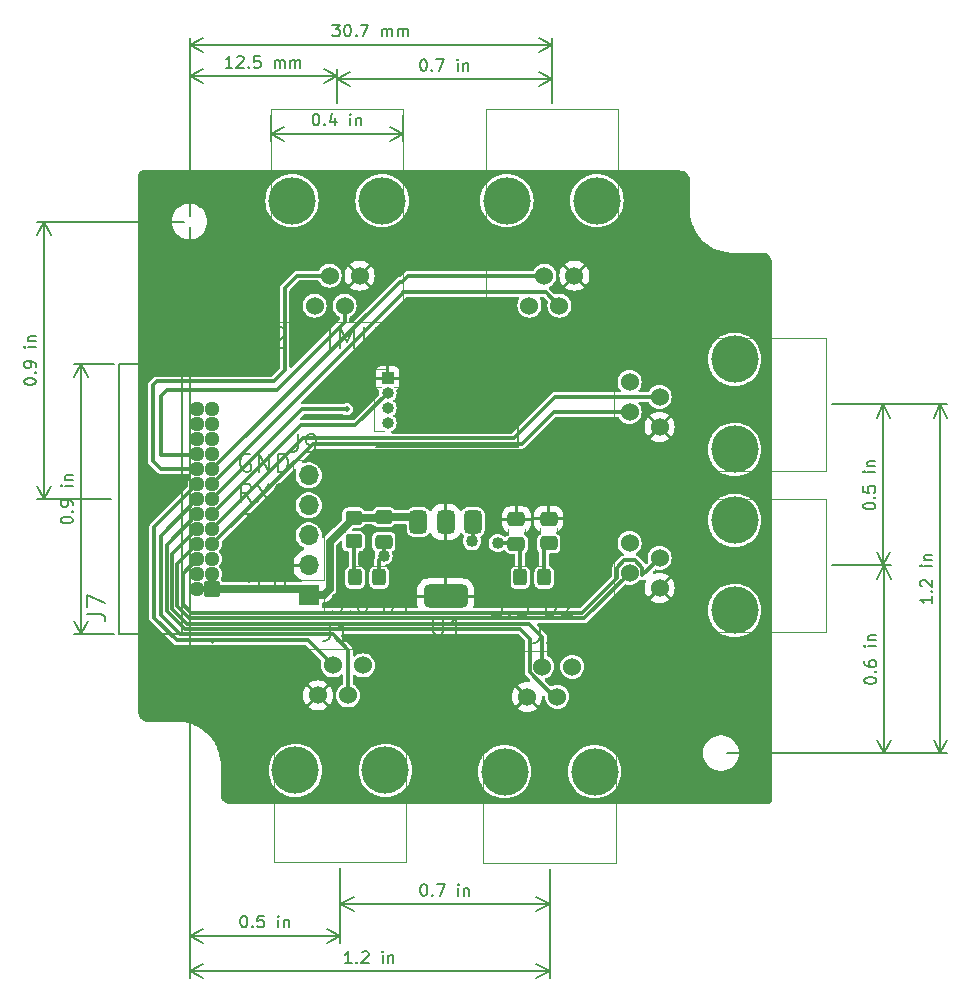
<source format=gbr>
%TF.GenerationSoftware,KiCad,Pcbnew,8.0.7-8.0.7-0~ubuntu24.04.1*%
%TF.CreationDate,2025-01-29T10:33:42-05:00*%
%TF.ProjectId,imu-splitter,696d752d-7370-46c6-9974-7465722e6b69,rev?*%
%TF.SameCoordinates,Original*%
%TF.FileFunction,Copper,L1,Top*%
%TF.FilePolarity,Positive*%
%FSLAX46Y46*%
G04 Gerber Fmt 4.6, Leading zero omitted, Abs format (unit mm)*
G04 Created by KiCad (PCBNEW 8.0.7-8.0.7-0~ubuntu24.04.1) date 2025-01-29 10:33:42*
%MOMM*%
%LPD*%
G01*
G04 APERTURE LIST*
G04 Aperture macros list*
%AMRoundRect*
0 Rectangle with rounded corners*
0 $1 Rounding radius*
0 $2 $3 $4 $5 $6 $7 $8 $9 X,Y pos of 4 corners*
0 Add a 4 corners polygon primitive as box body*
4,1,4,$2,$3,$4,$5,$6,$7,$8,$9,$2,$3,0*
0 Add four circle primitives for the rounded corners*
1,1,$1+$1,$2,$3*
1,1,$1+$1,$4,$5*
1,1,$1+$1,$6,$7*
1,1,$1+$1,$8,$9*
0 Add four rect primitives between the rounded corners*
20,1,$1+$1,$2,$3,$4,$5,0*
20,1,$1+$1,$4,$5,$6,$7,0*
20,1,$1+$1,$6,$7,$8,$9,0*
20,1,$1+$1,$8,$9,$2,$3,0*%
G04 Aperture macros list end*
%TA.AperFunction,ComponentPad*%
%ADD10C,1.524000*%
%TD*%
%TA.AperFunction,ComponentPad*%
%ADD11C,4.000000*%
%TD*%
%TA.AperFunction,SMDPad,CuDef*%
%ADD12RoundRect,0.250000X-0.475000X0.337500X-0.475000X-0.337500X0.475000X-0.337500X0.475000X0.337500X0*%
%TD*%
%TA.AperFunction,ComponentPad*%
%ADD13R,1.000000X1.000000*%
%TD*%
%TA.AperFunction,ComponentPad*%
%ADD14O,1.000000X1.000000*%
%TD*%
%TA.AperFunction,ComponentPad*%
%ADD15R,1.090000X1.090000*%
%TD*%
%TA.AperFunction,ComponentPad*%
%ADD16C,1.090000*%
%TD*%
%TA.AperFunction,SMDPad,CuDef*%
%ADD17RoundRect,0.250000X-0.325000X-0.450000X0.325000X-0.450000X0.325000X0.450000X-0.325000X0.450000X0*%
%TD*%
%TA.AperFunction,ComponentPad*%
%ADD18R,1.700000X1.700000*%
%TD*%
%TA.AperFunction,ComponentPad*%
%ADD19O,1.700000X1.700000*%
%TD*%
%TA.AperFunction,SMDPad,CuDef*%
%ADD20RoundRect,0.375000X-0.375000X0.625000X-0.375000X-0.625000X0.375000X-0.625000X0.375000X0.625000X0*%
%TD*%
%TA.AperFunction,SMDPad,CuDef*%
%ADD21RoundRect,0.500000X-1.400000X0.500000X-1.400000X-0.500000X1.400000X-0.500000X1.400000X0.500000X0*%
%TD*%
%TA.AperFunction,SMDPad,CuDef*%
%ADD22RoundRect,0.250000X0.325000X0.450000X-0.325000X0.450000X-0.325000X-0.450000X0.325000X-0.450000X0*%
%TD*%
%TA.AperFunction,SMDPad,CuDef*%
%ADD23RoundRect,0.250000X-0.450000X0.350000X-0.450000X-0.350000X0.450000X-0.350000X0.450000X0.350000X0*%
%TD*%
%TA.AperFunction,ViaPad*%
%ADD24C,1.016000*%
%TD*%
%TA.AperFunction,ViaPad*%
%ADD25C,0.508000*%
%TD*%
%TA.AperFunction,Conductor*%
%ADD26C,0.635000*%
%TD*%
%TA.AperFunction,Conductor*%
%ADD27C,0.304800*%
%TD*%
%ADD28C,1.524000*%
%ADD29C,4.000000*%
%ADD30RoundRect,0.250000X-0.475000X0.337500X-0.475000X-0.337500X0.475000X-0.337500X0.475000X0.337500X0*%
%ADD31R,1.000000X1.000000*%
%ADD32O,1.000000X1.000000*%
%ADD33RoundRect,0.102000X0.545000X-0.545000X0.545000X0.545000X-0.545000X0.545000X-0.545000X-0.545000X0*%
%ADD34C,1.294000*%
%ADD35RoundRect,0.250000X-0.325000X-0.450000X0.325000X-0.450000X0.325000X0.450000X-0.325000X0.450000X0*%
%ADD36R,1.700000X1.700000*%
%ADD37O,1.700000X1.700000*%
%ADD38RoundRect,0.375000X-0.375000X0.625000X-0.375000X-0.625000X0.375000X-0.625000X0.375000X0.625000X0*%
%ADD39RoundRect,0.500000X-1.400000X0.500000X-1.400000X-0.500000X1.400000X-0.500000X1.400000X0.500000X0*%
%ADD40RoundRect,0.250000X0.325000X0.450000X-0.325000X0.450000X-0.325000X-0.450000X0.325000X-0.450000X0*%
%ADD41RoundRect,0.250000X-0.450000X0.350000X-0.450000X-0.350000X0.450000X-0.350000X0.450000X0.350000X0*%
%ADD42C,0.150000*%
%ADD43C,0.203200*%
%ADD44C,0.152400*%
%ADD45C,0.100000*%
%ADD46C,0.120000*%
%ADD47C,0.200000*%
G04 APERTURE END LIST*
D10*
%TO.P,J6,1*%
%TO.N,+3.3V*%
X182720000Y-84000000D03*
%TO.P,J6,2*%
%TO.N,/TX5*%
X181450000Y-86540000D03*
%TO.P,J6,3*%
%TO.N,/RX5*%
X180180000Y-84000000D03*
%TO.P,J6,4*%
%TO.N,GND*%
X178910000Y-86540000D03*
D11*
%TO.P,J6,5*%
%TO.N,N/C*%
X184625000Y-77650000D03*
%TO.P,J6,6*%
X177000000Y-77650000D03*
%TD*%
D12*
%TO.P,C1,1*%
%TO.N,+5V*%
X184757000Y-104449500D03*
%TO.P,C1,2*%
%TO.N,GND*%
X184757000Y-106524500D03*
%TD*%
D13*
%TO.P,J8,1,Pin_1*%
%TO.N,+3.3V*%
X185091000Y-92676000D03*
D14*
%TO.P,J8,2,Pin_2*%
%TO.N,/TX6*%
X185091000Y-93946000D03*
%TO.P,J8,3,Pin_3*%
%TO.N,/RX6*%
X185091000Y-95216000D03*
%TO.P,J8,4,Pin_4*%
%TO.N,GND*%
X185091000Y-96486000D03*
%TD*%
D12*
%TO.P,C2,1*%
%TO.N,+3.3V*%
X196000000Y-104637500D03*
%TO.P,C2,2*%
%TO.N,GND*%
X196000000Y-106712500D03*
%TD*%
D15*
%TO.P,J7,1,Pin_1*%
%TO.N,+5V*%
X170262500Y-110532500D03*
D16*
%TO.P,J7,2,Pin_2*%
%TO.N,GND*%
X168992500Y-110532500D03*
%TO.P,J7,3,Pin_3*%
%TO.N,+5V*%
X170262500Y-109262500D03*
%TO.P,J7,4,Pin_4*%
%TO.N,GND*%
X168992500Y-109262500D03*
%TO.P,J7,5,Pin_5*%
%TO.N,unconnected-(J7-Pin_5-Pad5)*%
X170262500Y-107992500D03*
%TO.P,J7,6,Pin_6*%
%TO.N,/RX2*%
X168992500Y-107992500D03*
%TO.P,J7,7,Pin_7*%
%TO.N,/TX3*%
X170262500Y-106722500D03*
%TO.P,J7,8,Pin_8*%
%TO.N,/TX2*%
X168992500Y-106722500D03*
%TO.P,J7,9,Pin_9*%
%TO.N,/RX3*%
X170262500Y-105452500D03*
%TO.P,J7,10,Pin_10*%
%TO.N,/TX1*%
X168992500Y-105452500D03*
%TO.P,J7,11,Pin_11*%
%TO.N,/TX6*%
X170262500Y-104182500D03*
%TO.P,J7,12,Pin_12*%
%TO.N,/RX1*%
X168992500Y-104182500D03*
%TO.P,J7,13,Pin_13*%
%TO.N,/RX6*%
X170262500Y-102912500D03*
%TO.P,J7,14,Pin_14*%
%TO.N,/RX0*%
X168992500Y-102912500D03*
%TO.P,J7,15,Pin_15*%
%TO.N,/TX4*%
X170262500Y-101642500D03*
%TO.P,J7,16,Pin_16*%
%TO.N,/TX0*%
X168992500Y-101642500D03*
%TO.P,J7,17,Pin_17*%
%TO.N,/RX4*%
X170262500Y-100372500D03*
%TO.P,J7,18,Pin_18*%
%TO.N,/RX5*%
X168992500Y-100372500D03*
%TO.P,J7,19,Pin_19*%
%TO.N,unconnected-(J7-Pin_19-Pad19)*%
X170262500Y-99102500D03*
%TO.P,J7,20,Pin_20*%
%TO.N,/TX5*%
X168992500Y-99102500D03*
%TO.P,J7,21,Pin_21*%
%TO.N,unconnected-(J7-Pin_21-Pad21)*%
X170262500Y-97832500D03*
%TO.P,J7,22,Pin_22*%
%TO.N,GND*%
X168992500Y-97832500D03*
%TO.P,J7,23,Pin_23*%
%TO.N,unconnected-(J7-Pin_23-Pad23)*%
X170262500Y-96562500D03*
%TO.P,J7,24,Pin_24*%
%TO.N,GND*%
X168992500Y-96562500D03*
%TO.P,J7,25,Pin_25*%
%TO.N,unconnected-(J7-Pin_25-Pad25)*%
X170262500Y-95292500D03*
%TO.P,J7,26,Pin_26*%
%TO.N,unconnected-(J7-Pin_26-Pad26)*%
X168992500Y-95292500D03*
%TD*%
D10*
%TO.P,J1,1*%
%TO.N,+3.3V*%
X179190000Y-119540000D03*
%TO.P,J1,2*%
%TO.N,/TX0*%
X180460000Y-117000000D03*
%TO.P,J1,3*%
%TO.N,/RX0*%
X181730000Y-119540000D03*
%TO.P,J1,4*%
%TO.N,GND*%
X183000000Y-117000000D03*
D11*
%TO.P,J1,5*%
%TO.N,N/C*%
X177285000Y-125890000D03*
%TO.P,J1,6*%
X184910000Y-125890000D03*
%TD*%
D10*
%TO.P,J2,1*%
%TO.N,+3.3V*%
X196905000Y-119650000D03*
%TO.P,J2,2*%
%TO.N,/TX1*%
X198175000Y-117110000D03*
%TO.P,J2,3*%
%TO.N,/RX1*%
X199445000Y-119650000D03*
%TO.P,J2,4*%
%TO.N,GND*%
X200715000Y-117110000D03*
D11*
%TO.P,J2,5*%
%TO.N,N/C*%
X195000000Y-126000000D03*
%TO.P,J2,6*%
X202625000Y-126000000D03*
%TD*%
D17*
%TO.P,D2,1,K*%
%TO.N,GND*%
X196305000Y-109551000D03*
%TO.P,D2,2,A*%
%TO.N,Net-(D2-A)*%
X198355000Y-109551000D03*
%TD*%
D18*
%TO.P,J9,1,Pin_1*%
%TO.N,+5V*%
X178407000Y-111075000D03*
D19*
%TO.P,J9,2,Pin_2*%
%TO.N,+3.3V*%
X178407000Y-108535000D03*
%TO.P,J9,3,Pin_3*%
%TO.N,/TX0*%
X178407000Y-105995000D03*
%TO.P,J9,4,Pin_4*%
%TO.N,/RX0*%
X178407000Y-103455000D03*
%TO.P,J9,5,Pin_5*%
%TO.N,GND*%
X178407000Y-100915000D03*
%TD*%
D20*
%TO.P,U1,1,GND*%
%TO.N,GND*%
X192300000Y-104850000D03*
%TO.P,U1,2,VO*%
%TO.N,+3.3V*%
X190000000Y-104850000D03*
D21*
X190000000Y-111150000D03*
D20*
%TO.P,U1,3,VI*%
%TO.N,+5V*%
X187700000Y-104850000D03*
%TD*%
D22*
%TO.P,D1,1,K*%
%TO.N,GND*%
X184385000Y-109551000D03*
%TO.P,D1,2,A*%
%TO.N,Net-(D1-A)*%
X182335000Y-109551000D03*
%TD*%
D23*
%TO.P,R1,1*%
%TO.N,+5V*%
X182217000Y-104487000D03*
%TO.P,R1,2*%
%TO.N,Net-(D1-A)*%
X182217000Y-106487000D03*
%TD*%
D12*
%TO.P,R2,1*%
%TO.N,+3.3V*%
X198727000Y-104598000D03*
%TO.P,R2,2*%
%TO.N,Net-(D2-A)*%
X198727000Y-106673000D03*
%TD*%
D10*
%TO.P,J4,1*%
%TO.N,+3.3V*%
X208125000Y-96810000D03*
%TO.P,J4,2*%
%TO.N,/TX3*%
X205585000Y-95540000D03*
%TO.P,J4,3*%
%TO.N,/RX3*%
X208125000Y-94270000D03*
%TO.P,J4,4*%
%TO.N,GND*%
X205585000Y-93000000D03*
D11*
%TO.P,J4,5*%
%TO.N,N/C*%
X214475000Y-98715000D03*
%TO.P,J4,6*%
X214475000Y-91090000D03*
%TD*%
D10*
%TO.P,J3,1*%
%TO.N,+3.3V*%
X208125000Y-110440000D03*
%TO.P,J3,2*%
%TO.N,/TX2*%
X205585000Y-109170000D03*
%TO.P,J3,3*%
%TO.N,/RX2*%
X208125000Y-107900000D03*
%TO.P,J3,4*%
%TO.N,GND*%
X205585000Y-106630000D03*
D11*
%TO.P,J3,5*%
%TO.N,N/C*%
X214475000Y-112345000D03*
%TO.P,J3,6*%
X214475000Y-104720000D03*
%TD*%
D10*
%TO.P,J5,1*%
%TO.N,+3.3V*%
X200907500Y-84000000D03*
%TO.P,J5,2*%
%TO.N,/TX4*%
X199637500Y-86540000D03*
%TO.P,J5,3*%
%TO.N,/RX4*%
X198367500Y-84000000D03*
%TO.P,J5,4*%
%TO.N,GND*%
X197097500Y-86540000D03*
D11*
%TO.P,J5,5*%
%TO.N,N/C*%
X202812500Y-77650000D03*
%TO.P,J5,6*%
X195187500Y-77650000D03*
%TD*%
D24*
%TO.N,GND*%
X192250000Y-106503000D03*
X194409000Y-106630000D03*
X184757000Y-107707000D03*
D25*
%TO.N,/RX6*%
X181632800Y-95301600D03*
%TD*%
D26*
%TO.N,+5V*%
X184719500Y-104487000D02*
X184757000Y-104449500D01*
X180185000Y-106519000D02*
X182217000Y-104487000D01*
X180185000Y-110567000D02*
X180185000Y-106519000D01*
X184757000Y-104449500D02*
X187299500Y-104449500D01*
X178407000Y-111075000D02*
X179677000Y-111075000D01*
X177864500Y-110532500D02*
X178407000Y-111075000D01*
X182217000Y-104487000D02*
X184719500Y-104487000D01*
X170262500Y-110532500D02*
X177864500Y-110532500D01*
X179677000Y-111075000D02*
X180185000Y-110567000D01*
X187299500Y-104449500D02*
X187700000Y-104850000D01*
X170262500Y-110532500D02*
X170262500Y-109262500D01*
D27*
%TO.N,GND*%
X194414000Y-106625000D02*
X194409000Y-106630000D01*
X192300000Y-106453000D02*
X192250000Y-106503000D01*
X184757000Y-106437000D02*
X184757000Y-107707000D01*
X184385000Y-109551000D02*
X184385000Y-108079000D01*
X196000000Y-106625000D02*
X194414000Y-106625000D01*
X184385000Y-108079000D02*
X184757000Y-107707000D01*
X192300000Y-104850000D02*
X192300000Y-106453000D01*
X196305000Y-109551000D02*
X196305000Y-107017500D01*
X196305000Y-107017500D02*
X196000000Y-106712500D01*
%TO.N,/TX0*%
X165326000Y-112980000D02*
X165326000Y-105309000D01*
X180460000Y-117000000D02*
X178345000Y-114885000D01*
X167231000Y-114885000D02*
X165326000Y-112980000D01*
X165326000Y-105309000D02*
X168992500Y-101642500D01*
X178345000Y-114885000D02*
X167231000Y-114885000D01*
%TO.N,/RX0*%
X167485000Y-114377000D02*
X165872000Y-112764000D01*
X181730000Y-115668000D02*
X180439000Y-114377000D01*
X181730000Y-119540000D02*
X181730000Y-115668000D01*
X165872000Y-112764000D02*
X165872000Y-106033000D01*
X180439000Y-114377000D02*
X167485000Y-114377000D01*
X165872000Y-106033000D02*
X168992500Y-102912500D01*
%TO.N,/TX1*%
X166837200Y-107607800D02*
X168992500Y-105452500D01*
X166837200Y-112193622D02*
X166837200Y-107607800D01*
X198175000Y-114587000D02*
X198175000Y-117110000D01*
X168106178Y-113462600D02*
X166837200Y-112193622D01*
X197050600Y-113462600D02*
X168106178Y-113462600D01*
X197050600Y-113462600D02*
X198175000Y-114587000D01*
%TO.N,/RX1*%
X197108200Y-117551884D02*
X199206316Y-119650000D01*
X197126800Y-114758000D02*
X197126800Y-116649516D01*
X167916800Y-113919800D02*
X196288600Y-113919800D01*
X166380000Y-112383000D02*
X167916800Y-113919800D01*
X197108200Y-116668116D02*
X197108200Y-117551884D01*
X168992500Y-104182500D02*
X166380000Y-106795000D01*
X196288600Y-113919800D02*
X197126800Y-114758000D01*
X197126800Y-116649516D02*
X197108200Y-116668116D01*
X166380000Y-106795000D02*
X166380000Y-112383000D01*
X199206316Y-119650000D02*
X199445000Y-119650000D01*
%TO.N,/TX2*%
X167294400Y-112004244D02*
X167294400Y-108420600D01*
X201749600Y-113005400D02*
X168295556Y-113005400D01*
X167294400Y-108420600D02*
X168992500Y-106722500D01*
X168295556Y-113005400D02*
X167294400Y-112004244D01*
X205585000Y-109170000D02*
X201749600Y-113005400D01*
%TO.N,/RX2*%
X204518200Y-109590222D02*
X201560222Y-112548200D01*
X167751600Y-109233400D02*
X168992500Y-107992500D01*
X168484934Y-112548200D02*
X167751600Y-111814866D01*
X208125000Y-107900000D02*
X206651800Y-109373200D01*
X206026884Y-108103200D02*
X205143116Y-108103200D01*
X206651800Y-108728116D02*
X206026884Y-108103200D01*
X204518200Y-108728116D02*
X204518200Y-109590222D01*
X205143116Y-108103200D02*
X204518200Y-108728116D01*
X167751600Y-111814866D02*
X167751600Y-109233400D01*
X206651800Y-109373200D02*
X206651800Y-108728116D01*
X201560222Y-112548200D02*
X168484934Y-112548200D01*
%TO.N,/TX3*%
X196441000Y-98248000D02*
X199149000Y-95540000D01*
X199149000Y-95540000D02*
X205585000Y-95540000D01*
X170262500Y-106722500D02*
X178737000Y-98248000D01*
X178737000Y-98248000D02*
X196441000Y-98248000D01*
%TO.N,/RX3*%
X199276000Y-94270000D02*
X208125000Y-94270000D01*
X170262500Y-105452500D02*
X177924200Y-97790800D01*
X195755200Y-97790800D02*
X199276000Y-94270000D01*
X177924200Y-97790800D02*
X195755200Y-97790800D01*
%TO.N,/RX4*%
X186813000Y-84000000D02*
X198367500Y-84000000D01*
X186281000Y-84532000D02*
X186813000Y-84000000D01*
X170262500Y-100372500D02*
X186103000Y-84532000D01*
X186103000Y-84532000D02*
X186281000Y-84532000D01*
%TO.N,/TX4*%
X186408000Y-85421000D02*
X186408000Y-85497000D01*
X198518500Y-85421000D02*
X186408000Y-85421000D01*
X186408000Y-85497000D02*
X170262500Y-101642500D01*
X199637500Y-86540000D02*
X198518500Y-85421000D01*
%TO.N,/TX5*%
X165884800Y-94234800D02*
X165884800Y-99162400D01*
X166443600Y-93676000D02*
X165884800Y-94234800D01*
X168932600Y-99162400D02*
X168992500Y-99102500D01*
X175689200Y-93676000D02*
X166443600Y-93676000D01*
X165884800Y-99162400D02*
X168932600Y-99162400D01*
X181450000Y-87915200D02*
X175689200Y-93676000D01*
X181450000Y-86540000D02*
X181450000Y-87915200D01*
%TO.N,/RX5*%
X165224400Y-93269600D02*
X165224400Y-99721200D01*
X165529200Y-92964800D02*
X165224400Y-93269600D01*
X176375000Y-85040000D02*
X176375000Y-92025000D01*
X175435200Y-92964800D02*
X165529200Y-92964800D01*
X165875700Y-100372500D02*
X168992500Y-100372500D01*
X177415000Y-84000000D02*
X176375000Y-85040000D01*
X165224400Y-99721200D02*
X165875700Y-100372500D01*
X176375000Y-92025000D02*
X175435200Y-92964800D01*
X180180000Y-84000000D02*
X177415000Y-84000000D01*
%TO.N,/TX6*%
X182363800Y-96673200D02*
X185091000Y-93946000D01*
X177771800Y-96673200D02*
X182363800Y-96673200D01*
X170262500Y-104182500D02*
X177771800Y-96673200D01*
%TO.N,/RX6*%
X177873400Y-95301600D02*
X178330800Y-95301600D01*
X178330800Y-95301600D02*
X181632800Y-95301600D01*
X170262500Y-102912500D02*
X177873400Y-95301600D01*
%TO.N,Net-(D1-A)*%
X182217000Y-106487000D02*
X182217000Y-109433000D01*
X182217000Y-109433000D02*
X182335000Y-109551000D01*
%TO.N,Net-(D2-A)*%
X198355000Y-109551000D02*
X198355000Y-107045000D01*
X198355000Y-107045000D02*
X198727000Y-106673000D01*
%TD*%
%TA.AperFunction,Conductor*%
%TO.N,+3.3V*%
G36*
X209837676Y-75100502D02*
G01*
X209849676Y-75100501D01*
X209849678Y-75100502D01*
X209883372Y-75100500D01*
X209895712Y-75101105D01*
X210033180Y-75114639D01*
X210057408Y-75119458D01*
X210183630Y-75157744D01*
X210206451Y-75167196D01*
X210322783Y-75229376D01*
X210343320Y-75243099D01*
X210445281Y-75326779D01*
X210462748Y-75344247D01*
X210546423Y-75446212D01*
X210560141Y-75466744D01*
X210622319Y-75583086D01*
X210631769Y-75605905D01*
X210670050Y-75732133D01*
X210674867Y-75756361D01*
X210688443Y-75894323D01*
X210689049Y-75906673D01*
X210689045Y-75953051D01*
X210689050Y-75953098D01*
X210689050Y-78471888D01*
X210689089Y-78472288D01*
X210689087Y-78598090D01*
X210689087Y-78598108D01*
X210724044Y-78953089D01*
X210724049Y-78953123D01*
X210793631Y-79302962D01*
X210793635Y-79302979D01*
X210897181Y-79644343D01*
X210897183Y-79644348D01*
X211006941Y-79909337D01*
X211033691Y-79973918D01*
X211201847Y-80288525D01*
X211352863Y-80514540D01*
X211400030Y-80585132D01*
X211400036Y-80585140D01*
X211626331Y-80860887D01*
X211626335Y-80860891D01*
X211878578Y-81113136D01*
X212154331Y-81339443D01*
X212154335Y-81339445D01*
X212154339Y-81339449D01*
X212381666Y-81491344D01*
X212450939Y-81537631D01*
X212765544Y-81705791D01*
X213095118Y-81842304D01*
X213436485Y-81945856D01*
X213786358Y-82015448D01*
X214141368Y-82050411D01*
X214319732Y-82050409D01*
X214359614Y-82050409D01*
X216786782Y-82050409D01*
X216786860Y-82050416D01*
X216799602Y-82050414D01*
X216799605Y-82050415D01*
X216833309Y-82050409D01*
X216845627Y-82051012D01*
X216983116Y-82064537D01*
X217007345Y-82069354D01*
X217133580Y-82107633D01*
X217156402Y-82117085D01*
X217272741Y-82179261D01*
X217293281Y-82192984D01*
X217395252Y-82276663D01*
X217412717Y-82294127D01*
X217496403Y-82396099D01*
X217510125Y-82416636D01*
X217572303Y-82532973D01*
X217581756Y-82555796D01*
X217620041Y-82682032D01*
X217624858Y-82706262D01*
X217638352Y-82843396D01*
X217638958Y-82855746D01*
X217638954Y-82902958D01*
X217638959Y-82903005D01*
X217638959Y-128429512D01*
X217637406Y-128449235D01*
X217627414Y-128512282D01*
X217615231Y-128549768D01*
X217590802Y-128597706D01*
X217567633Y-128629592D01*
X217529592Y-128667633D01*
X217497706Y-128690802D01*
X217449768Y-128715231D01*
X217412282Y-128727414D01*
X217373416Y-128733573D01*
X217349233Y-128737406D01*
X217329512Y-128738959D01*
X171756093Y-128738959D01*
X171743744Y-128738352D01*
X171709742Y-128735003D01*
X171606284Y-128724814D01*
X171582058Y-128719995D01*
X171455837Y-128681706D01*
X171433016Y-128672254D01*
X171316680Y-128610070D01*
X171296143Y-128596347D01*
X171194183Y-128512669D01*
X171176716Y-128495202D01*
X171138993Y-128449235D01*
X171093032Y-128393228D01*
X171079311Y-128372691D01*
X171017136Y-128256362D01*
X171007686Y-128233549D01*
X170976282Y-128130008D01*
X170969399Y-128107314D01*
X170964581Y-128083089D01*
X170959741Y-128033932D01*
X170951014Y-127945288D01*
X170950409Y-127932952D01*
X170950411Y-127899585D01*
X170950410Y-127899583D01*
X170950411Y-127887583D01*
X170950409Y-127887551D01*
X170950409Y-125889996D01*
X175025663Y-125889996D01*
X175025663Y-125890003D01*
X175044991Y-126184898D01*
X175044993Y-126184913D01*
X175102648Y-126474757D01*
X175102650Y-126474767D01*
X175197642Y-126754603D01*
X175197648Y-126754617D01*
X175328355Y-127019666D01*
X175492546Y-127265396D01*
X175492549Y-127265400D01*
X175687406Y-127487593D01*
X175909599Y-127682450D01*
X175909603Y-127682453D01*
X176155331Y-127846643D01*
X176420389Y-127977355D01*
X176700241Y-128072352D01*
X176950789Y-128122189D01*
X176990086Y-128130006D01*
X176990088Y-128130006D01*
X176990097Y-128130008D01*
X177158613Y-128141053D01*
X177284997Y-128149337D01*
X177285000Y-128149337D01*
X177285003Y-128149337D01*
X177395588Y-128142088D01*
X177579903Y-128130008D01*
X177869759Y-128072352D01*
X178149611Y-127977355D01*
X178414669Y-127846643D01*
X178660397Y-127682453D01*
X178882593Y-127487593D01*
X179077453Y-127265397D01*
X179241643Y-127019669D01*
X179372355Y-126754611D01*
X179467352Y-126474759D01*
X179525008Y-126184903D01*
X179544337Y-125890000D01*
X179544337Y-125889996D01*
X182650663Y-125889996D01*
X182650663Y-125890003D01*
X182669991Y-126184898D01*
X182669993Y-126184913D01*
X182727648Y-126474757D01*
X182727650Y-126474767D01*
X182822642Y-126754603D01*
X182822648Y-126754617D01*
X182953355Y-127019666D01*
X183117546Y-127265396D01*
X183117549Y-127265400D01*
X183312406Y-127487593D01*
X183534599Y-127682450D01*
X183534603Y-127682453D01*
X183780331Y-127846643D01*
X184045389Y-127977355D01*
X184325241Y-128072352D01*
X184575789Y-128122189D01*
X184615086Y-128130006D01*
X184615088Y-128130006D01*
X184615097Y-128130008D01*
X184783613Y-128141053D01*
X184909997Y-128149337D01*
X184910000Y-128149337D01*
X184910003Y-128149337D01*
X185020588Y-128142088D01*
X185204903Y-128130008D01*
X185494759Y-128072352D01*
X185774611Y-127977355D01*
X186039669Y-127846643D01*
X186285397Y-127682453D01*
X186507593Y-127487593D01*
X186702453Y-127265397D01*
X186866643Y-127019669D01*
X186997355Y-126754611D01*
X187092352Y-126474759D01*
X187150008Y-126184903D01*
X187162127Y-125999996D01*
X192740663Y-125999996D01*
X192740663Y-126000003D01*
X192759991Y-126294898D01*
X192759993Y-126294913D01*
X192817648Y-126584757D01*
X192817650Y-126584767D01*
X192912642Y-126864603D01*
X192912648Y-126864617D01*
X193043355Y-127129666D01*
X193207546Y-127375396D01*
X193207549Y-127375400D01*
X193402406Y-127597593D01*
X193624599Y-127792450D01*
X193624603Y-127792453D01*
X193870331Y-127956643D01*
X194135389Y-128087355D01*
X194415241Y-128182352D01*
X194665789Y-128232189D01*
X194705086Y-128240006D01*
X194705088Y-128240006D01*
X194705097Y-128240008D01*
X194873613Y-128251053D01*
X194999997Y-128259337D01*
X195000000Y-128259337D01*
X195000003Y-128259337D01*
X195110588Y-128252088D01*
X195294903Y-128240008D01*
X195584759Y-128182352D01*
X195864611Y-128087355D01*
X196129669Y-127956643D01*
X196375397Y-127792453D01*
X196597593Y-127597593D01*
X196792453Y-127375397D01*
X196956643Y-127129669D01*
X197087355Y-126864611D01*
X197182352Y-126584759D01*
X197240008Y-126294903D01*
X197259337Y-126000000D01*
X197259337Y-125999996D01*
X200365663Y-125999996D01*
X200365663Y-126000003D01*
X200384991Y-126294898D01*
X200384993Y-126294913D01*
X200442648Y-126584757D01*
X200442650Y-126584767D01*
X200537642Y-126864603D01*
X200537648Y-126864617D01*
X200668355Y-127129666D01*
X200832546Y-127375396D01*
X200832549Y-127375400D01*
X201027406Y-127597593D01*
X201249599Y-127792450D01*
X201249603Y-127792453D01*
X201495331Y-127956643D01*
X201760389Y-128087355D01*
X202040241Y-128182352D01*
X202290789Y-128232189D01*
X202330086Y-128240006D01*
X202330088Y-128240006D01*
X202330097Y-128240008D01*
X202498613Y-128251053D01*
X202624997Y-128259337D01*
X202625000Y-128259337D01*
X202625003Y-128259337D01*
X202735588Y-128252088D01*
X202919903Y-128240008D01*
X203209759Y-128182352D01*
X203489611Y-128087355D01*
X203754669Y-127956643D01*
X204000397Y-127792453D01*
X204222593Y-127597593D01*
X204417453Y-127375397D01*
X204581643Y-127129669D01*
X204712355Y-126864611D01*
X204807352Y-126584759D01*
X204865008Y-126294903D01*
X204884337Y-126000000D01*
X204865008Y-125705097D01*
X204860056Y-125680204D01*
X204843128Y-125595101D01*
X204807352Y-125415241D01*
X204712355Y-125135389D01*
X204581643Y-124870332D01*
X204417453Y-124624603D01*
X204417450Y-124624599D01*
X204237786Y-124419730D01*
X211814087Y-124419730D01*
X211831063Y-124624603D01*
X211834623Y-124667558D01*
X211895665Y-124908607D01*
X211895668Y-124908614D01*
X211995556Y-125136336D01*
X212131565Y-125344515D01*
X212299979Y-125527462D01*
X212299984Y-125527466D01*
X212299986Y-125527468D01*
X212386862Y-125595086D01*
X212496220Y-125680203D01*
X212496221Y-125680204D01*
X212714920Y-125798558D01*
X212714922Y-125798559D01*
X212838407Y-125840951D01*
X212950116Y-125879301D01*
X213195395Y-125920230D01*
X213195399Y-125920230D01*
X213444061Y-125920230D01*
X213444065Y-125920230D01*
X213689344Y-125879301D01*
X213924540Y-125798558D01*
X214143239Y-125680204D01*
X214339474Y-125527468D01*
X214385697Y-125477257D01*
X214507894Y-125344515D01*
X214538839Y-125297150D01*
X214643903Y-125136337D01*
X214743793Y-124908611D01*
X214804838Y-124667551D01*
X214825373Y-124419730D01*
X214804838Y-124171909D01*
X214743793Y-123930849D01*
X214643903Y-123703123D01*
X214538839Y-123542310D01*
X214507894Y-123494944D01*
X214339480Y-123311997D01*
X214265397Y-123254336D01*
X214143239Y-123159256D01*
X214143238Y-123159255D01*
X213924539Y-123040901D01*
X213924537Y-123040900D01*
X213689348Y-122960160D01*
X213689339Y-122960158D01*
X213640566Y-122952019D01*
X213444065Y-122919230D01*
X213195395Y-122919230D01*
X213031683Y-122946548D01*
X212950120Y-122960158D01*
X212950111Y-122960160D01*
X212714922Y-123040900D01*
X212714920Y-123040901D01*
X212496221Y-123159255D01*
X212496220Y-123159256D01*
X212299979Y-123311997D01*
X212131565Y-123494944D01*
X211995556Y-123703123D01*
X211895668Y-123930845D01*
X211895665Y-123930852D01*
X211834623Y-124171901D01*
X211834622Y-124171907D01*
X211834622Y-124171909D01*
X211814087Y-124419730D01*
X204237786Y-124419730D01*
X204222593Y-124402406D01*
X204000400Y-124207549D01*
X204000396Y-124207546D01*
X203754666Y-124043355D01*
X203489617Y-123912648D01*
X203489611Y-123912645D01*
X203489606Y-123912643D01*
X203489603Y-123912642D01*
X203209767Y-123817650D01*
X203209761Y-123817648D01*
X203209759Y-123817648D01*
X203126619Y-123801110D01*
X202919913Y-123759993D01*
X202919898Y-123759991D01*
X202625003Y-123740663D01*
X202624997Y-123740663D01*
X202330101Y-123759991D01*
X202330086Y-123759993D01*
X202081810Y-123809379D01*
X202040241Y-123817648D01*
X202040239Y-123817648D01*
X202040232Y-123817650D01*
X201760396Y-123912642D01*
X201760382Y-123912648D01*
X201495334Y-124043355D01*
X201249603Y-124207546D01*
X201249599Y-124207549D01*
X201027406Y-124402406D01*
X200832549Y-124624599D01*
X200832546Y-124624603D01*
X200668355Y-124870334D01*
X200537648Y-125135382D01*
X200537642Y-125135396D01*
X200442650Y-125415232D01*
X200442648Y-125415242D01*
X200384993Y-125705086D01*
X200384991Y-125705101D01*
X200365663Y-125999996D01*
X197259337Y-125999996D01*
X197240008Y-125705097D01*
X197235056Y-125680204D01*
X197218128Y-125595101D01*
X197182352Y-125415241D01*
X197087355Y-125135389D01*
X196956643Y-124870332D01*
X196792453Y-124624603D01*
X196792450Y-124624599D01*
X196597593Y-124402406D01*
X196375400Y-124207549D01*
X196375396Y-124207546D01*
X196129666Y-124043355D01*
X195864617Y-123912648D01*
X195864611Y-123912645D01*
X195864606Y-123912643D01*
X195864603Y-123912642D01*
X195584767Y-123817650D01*
X195584761Y-123817648D01*
X195584759Y-123817648D01*
X195501619Y-123801110D01*
X195294913Y-123759993D01*
X195294898Y-123759991D01*
X195000003Y-123740663D01*
X194999997Y-123740663D01*
X194705101Y-123759991D01*
X194705086Y-123759993D01*
X194456810Y-123809379D01*
X194415241Y-123817648D01*
X194415239Y-123817648D01*
X194415232Y-123817650D01*
X194135396Y-123912642D01*
X194135382Y-123912648D01*
X193870334Y-124043355D01*
X193624603Y-124207546D01*
X193624599Y-124207549D01*
X193402406Y-124402406D01*
X193207549Y-124624599D01*
X193207546Y-124624603D01*
X193043355Y-124870334D01*
X192912648Y-125135382D01*
X192912642Y-125135396D01*
X192817650Y-125415232D01*
X192817648Y-125415242D01*
X192759993Y-125705086D01*
X192759991Y-125705101D01*
X192740663Y-125999996D01*
X187162127Y-125999996D01*
X187169337Y-125890000D01*
X187150008Y-125595097D01*
X187092352Y-125305241D01*
X187089605Y-125297150D01*
X187034695Y-125135389D01*
X186997355Y-125025389D01*
X186866643Y-124760332D01*
X186702453Y-124514603D01*
X186702450Y-124514599D01*
X186507593Y-124292406D01*
X186285400Y-124097549D01*
X186285396Y-124097546D01*
X186039666Y-123933355D01*
X185794025Y-123812219D01*
X185774611Y-123802645D01*
X185774606Y-123802643D01*
X185774603Y-123802642D01*
X185494767Y-123707650D01*
X185494761Y-123707648D01*
X185494759Y-123707648D01*
X185411619Y-123691110D01*
X185204913Y-123649993D01*
X185204898Y-123649991D01*
X184910003Y-123630663D01*
X184909997Y-123630663D01*
X184615101Y-123649991D01*
X184615086Y-123649993D01*
X184366810Y-123699379D01*
X184325241Y-123707648D01*
X184325239Y-123707648D01*
X184325232Y-123707650D01*
X184045396Y-123802642D01*
X184045382Y-123802648D01*
X183780334Y-123933355D01*
X183534603Y-124097546D01*
X183534599Y-124097549D01*
X183312406Y-124292406D01*
X183117549Y-124514599D01*
X183117546Y-124514603D01*
X182953355Y-124760334D01*
X182822648Y-125025382D01*
X182822642Y-125025396D01*
X182727650Y-125305232D01*
X182727648Y-125305242D01*
X182669993Y-125595086D01*
X182669991Y-125595101D01*
X182650663Y-125889996D01*
X179544337Y-125889996D01*
X179525008Y-125595097D01*
X179467352Y-125305241D01*
X179464605Y-125297150D01*
X179409695Y-125135389D01*
X179372355Y-125025389D01*
X179241643Y-124760332D01*
X179077453Y-124514603D01*
X179077450Y-124514599D01*
X178882593Y-124292406D01*
X178660400Y-124097549D01*
X178660396Y-124097546D01*
X178414666Y-123933355D01*
X178169025Y-123812219D01*
X178149611Y-123802645D01*
X178149606Y-123802643D01*
X178149603Y-123802642D01*
X177869767Y-123707650D01*
X177869761Y-123707648D01*
X177869759Y-123707648D01*
X177786619Y-123691110D01*
X177579913Y-123649993D01*
X177579898Y-123649991D01*
X177285003Y-123630663D01*
X177284997Y-123630663D01*
X176990101Y-123649991D01*
X176990086Y-123649993D01*
X176741810Y-123699379D01*
X176700241Y-123707648D01*
X176700239Y-123707648D01*
X176700232Y-123707650D01*
X176420396Y-123802642D01*
X176420382Y-123802648D01*
X176155334Y-123933355D01*
X175909603Y-124097546D01*
X175909599Y-124097549D01*
X175687406Y-124292406D01*
X175492549Y-124514599D01*
X175492546Y-124514603D01*
X175328355Y-124760334D01*
X175197648Y-125025382D01*
X175197642Y-125025396D01*
X175102650Y-125305232D01*
X175102648Y-125305242D01*
X175044993Y-125595086D01*
X175044991Y-125595101D01*
X175025663Y-125889996D01*
X170950409Y-125889996D01*
X170950409Y-125472010D01*
X170950450Y-125471866D01*
X170950449Y-125419726D01*
X170950450Y-125419726D01*
X170950447Y-125241362D01*
X170915475Y-124886352D01*
X170845875Y-124536480D01*
X170742317Y-124195114D01*
X170679455Y-124043357D01*
X170605802Y-123865547D01*
X170605797Y-123865537D01*
X170517167Y-123699728D01*
X170437635Y-123550938D01*
X170360499Y-123435498D01*
X170239448Y-123254336D01*
X170239444Y-123254331D01*
X170013136Y-122978578D01*
X169760890Y-122726335D01*
X169753156Y-122719988D01*
X169485152Y-122500043D01*
X169485142Y-122500036D01*
X169485135Y-122500030D01*
X169257797Y-122348128D01*
X169188528Y-122301844D01*
X168873920Y-122133683D01*
X168797669Y-122102099D01*
X168544346Y-121997169D01*
X168544341Y-121997167D01*
X168544340Y-121997167D01*
X168202994Y-121893619D01*
X168202985Y-121893616D01*
X168202979Y-121893615D01*
X167853106Y-121824019D01*
X167853102Y-121824018D01*
X167853099Y-121824018D01*
X167498100Y-121789051D01*
X167498087Y-121789050D01*
X167359612Y-121789050D01*
X164806187Y-121789050D01*
X164793837Y-121788443D01*
X164656372Y-121774904D01*
X164632147Y-121770086D01*
X164505908Y-121731793D01*
X164483089Y-121722341D01*
X164366752Y-121660160D01*
X164346215Y-121646438D01*
X164244240Y-121562753D01*
X164226774Y-121545288D01*
X164143082Y-121443315D01*
X164129364Y-121422787D01*
X164067171Y-121306441D01*
X164057722Y-121283629D01*
X164019423Y-121157395D01*
X164014603Y-121133170D01*
X164001107Y-120996207D01*
X164000500Y-120983851D01*
X164000500Y-119540000D01*
X177915149Y-119540000D01*
X177934517Y-119761374D01*
X177992031Y-119976023D01*
X177992033Y-119976027D01*
X178085946Y-120177424D01*
X178085947Y-120177426D01*
X178204151Y-120346240D01*
X178204154Y-120346240D01*
X178845348Y-119705046D01*
X178885124Y-119773940D01*
X178956060Y-119844876D01*
X179024952Y-119884651D01*
X178383758Y-120525845D01*
X178552575Y-120644053D01*
X178552574Y-120644053D01*
X178753972Y-120737966D01*
X178753976Y-120737968D01*
X178968625Y-120795482D01*
X179190000Y-120814850D01*
X179411374Y-120795482D01*
X179626023Y-120737968D01*
X179626027Y-120737966D01*
X179827425Y-120644053D01*
X179996240Y-120525846D01*
X179996240Y-120525844D01*
X179355047Y-119884651D01*
X179423940Y-119844876D01*
X179494876Y-119773940D01*
X179534651Y-119705047D01*
X180175844Y-120346240D01*
X180175846Y-120346240D01*
X180294053Y-120177425D01*
X180387966Y-119976027D01*
X180387968Y-119976023D01*
X180445482Y-119761374D01*
X180461408Y-119579346D01*
X180476833Y-119539913D01*
X180463136Y-119513149D01*
X180461408Y-119500653D01*
X180445482Y-119318625D01*
X180387968Y-119103976D01*
X180387966Y-119103972D01*
X180294052Y-118902574D01*
X180175846Y-118733758D01*
X180175845Y-118733758D01*
X179534651Y-119374952D01*
X179494876Y-119306060D01*
X179423940Y-119235124D01*
X179355046Y-119195348D01*
X179996240Y-118554154D01*
X179996240Y-118554151D01*
X179827426Y-118435947D01*
X179827424Y-118435946D01*
X179626027Y-118342033D01*
X179626023Y-118342031D01*
X179411374Y-118284517D01*
X179190000Y-118265149D01*
X178968625Y-118284517D01*
X178753976Y-118342031D01*
X178753972Y-118342033D01*
X178552571Y-118435948D01*
X178383758Y-118554151D01*
X178383758Y-118554153D01*
X179024953Y-119195347D01*
X178956060Y-119235124D01*
X178885124Y-119306060D01*
X178845348Y-119374953D01*
X178204153Y-118733758D01*
X178204151Y-118733758D01*
X178085948Y-118902571D01*
X177992033Y-119103972D01*
X177992031Y-119103976D01*
X177934517Y-119318625D01*
X177915149Y-119540000D01*
X164000500Y-119540000D01*
X164000500Y-93216031D01*
X164817500Y-93216031D01*
X164817500Y-99774773D01*
X164845229Y-99878257D01*
X164845230Y-99878260D01*
X164898796Y-99971039D01*
X164898804Y-99971049D01*
X165625850Y-100698095D01*
X165625855Y-100698099D01*
X165625857Y-100698101D01*
X165718642Y-100751670D01*
X165746372Y-100759100D01*
X165822131Y-100779400D01*
X168234307Y-100779400D01*
X168302428Y-100799402D01*
X168340994Y-100838364D01*
X168363469Y-100874134D01*
X168407740Y-100918405D01*
X168441766Y-100980717D01*
X168436701Y-101051532D01*
X168407740Y-101096595D01*
X168363469Y-101140865D01*
X168363468Y-101140867D01*
X168267618Y-101293411D01*
X168267617Y-101293414D01*
X168215867Y-101441310D01*
X168208113Y-101463469D01*
X168187941Y-101642500D01*
X168204348Y-101788117D01*
X168192098Y-101858049D01*
X168168235Y-101891319D01*
X165000404Y-105059150D01*
X165000396Y-105059160D01*
X164946832Y-105151936D01*
X164921170Y-105247708D01*
X164921169Y-105247711D01*
X164919100Y-105255428D01*
X164919100Y-113033573D01*
X164946829Y-113137057D01*
X164946830Y-113137060D01*
X165000396Y-113229839D01*
X165000404Y-113229849D01*
X166981149Y-115210594D01*
X166981152Y-115210596D01*
X166981157Y-115210601D01*
X167073943Y-115264170D01*
X167073944Y-115264170D01*
X167073946Y-115264171D01*
X167177426Y-115291899D01*
X167177430Y-115291900D01*
X167177431Y-115291900D01*
X178124266Y-115291900D01*
X178192387Y-115311902D01*
X178213361Y-115328805D01*
X179457657Y-116573101D01*
X179491683Y-116635413D01*
X179489137Y-116698771D01*
X179458206Y-116800737D01*
X179438582Y-116999996D01*
X179438582Y-117000003D01*
X179458206Y-117199261D01*
X179458206Y-117199263D01*
X179516332Y-117390877D01*
X179516334Y-117390883D01*
X179610720Y-117567466D01*
X179610722Y-117567469D01*
X179737748Y-117722252D01*
X179892531Y-117849278D01*
X180069120Y-117943667D01*
X180260731Y-118001792D01*
X180260735Y-118001792D01*
X180260737Y-118001793D01*
X180459997Y-118021418D01*
X180460000Y-118021418D01*
X180460003Y-118021418D01*
X180659261Y-118001793D01*
X180659263Y-118001793D01*
X180659264Y-118001792D01*
X180659269Y-118001792D01*
X180850880Y-117943667D01*
X181027469Y-117849278D01*
X181117168Y-117775664D01*
X181182514Y-117747911D01*
X181252492Y-117759893D01*
X181304884Y-117807806D01*
X181323100Y-117873064D01*
X181323100Y-118529373D01*
X181303098Y-118597494D01*
X181256498Y-118640494D01*
X181162533Y-118690720D01*
X181007748Y-118817748D01*
X180880720Y-118972533D01*
X180786334Y-119149116D01*
X180786332Y-119149122D01*
X180728206Y-119340736D01*
X180728206Y-119340738D01*
X180712322Y-119502021D01*
X180697016Y-119539926D01*
X180710459Y-119565502D01*
X180712322Y-119577978D01*
X180728206Y-119739261D01*
X180728206Y-119739263D01*
X180786332Y-119930877D01*
X180786334Y-119930883D01*
X180869261Y-120086027D01*
X180880722Y-120107469D01*
X181007748Y-120262252D01*
X181162531Y-120389278D01*
X181339120Y-120483667D01*
X181530731Y-120541792D01*
X181530735Y-120541792D01*
X181530737Y-120541793D01*
X181729997Y-120561418D01*
X181730000Y-120561418D01*
X181730003Y-120561418D01*
X181929261Y-120541793D01*
X181929263Y-120541793D01*
X181929264Y-120541792D01*
X181929269Y-120541792D01*
X182120880Y-120483667D01*
X182297469Y-120389278D01*
X182452252Y-120262252D01*
X182579278Y-120107469D01*
X182673667Y-119930880D01*
X182731792Y-119739269D01*
X182736934Y-119687061D01*
X182751418Y-119540003D01*
X182751418Y-119539996D01*
X182731793Y-119340738D01*
X182731793Y-119340736D01*
X182731792Y-119340733D01*
X182731792Y-119340731D01*
X182673667Y-119149120D01*
X182579278Y-118972531D01*
X182452252Y-118817748D01*
X182297469Y-118690722D01*
X182297467Y-118690721D01*
X182297466Y-118690720D01*
X182203502Y-118640494D01*
X182152855Y-118590741D01*
X182136900Y-118529373D01*
X182136900Y-117873064D01*
X182156902Y-117804943D01*
X182210558Y-117758450D01*
X182280832Y-117748346D01*
X182342831Y-117775664D01*
X182432531Y-117849278D01*
X182609120Y-117943667D01*
X182800731Y-118001792D01*
X182800735Y-118001792D01*
X182800737Y-118001793D01*
X182999997Y-118021418D01*
X183000000Y-118021418D01*
X183000003Y-118021418D01*
X183199261Y-118001793D01*
X183199263Y-118001793D01*
X183199264Y-118001792D01*
X183199269Y-118001792D01*
X183390880Y-117943667D01*
X183567469Y-117849278D01*
X183722252Y-117722252D01*
X183849278Y-117567469D01*
X183943667Y-117390880D01*
X184001792Y-117199269D01*
X184010584Y-117110000D01*
X184021418Y-117000003D01*
X184021418Y-116999996D01*
X184001793Y-116800738D01*
X184001793Y-116800736D01*
X184001792Y-116800733D01*
X184001792Y-116800731D01*
X183943667Y-116609120D01*
X183849278Y-116432531D01*
X183722252Y-116277748D01*
X183567469Y-116150722D01*
X183567467Y-116150721D01*
X183567466Y-116150720D01*
X183390883Y-116056334D01*
X183390877Y-116056332D01*
X183199262Y-115998206D01*
X183000003Y-115978582D01*
X182999997Y-115978582D01*
X182800738Y-115998206D01*
X182800736Y-115998206D01*
X182609122Y-116056332D01*
X182609116Y-116056334D01*
X182432533Y-116150720D01*
X182403076Y-116174895D01*
X182378510Y-116195056D01*
X182342833Y-116224335D01*
X182277485Y-116252088D01*
X182207507Y-116240106D01*
X182155116Y-116192193D01*
X182136900Y-116126935D01*
X182136900Y-115614431D01*
X182136899Y-115614427D01*
X182109170Y-115510944D01*
X182109169Y-115510941D01*
X182102840Y-115499980D01*
X182055601Y-115418157D01*
X181179237Y-114541793D01*
X181145214Y-114479483D01*
X181150278Y-114408668D01*
X181192825Y-114351832D01*
X181259345Y-114327021D01*
X181268334Y-114326700D01*
X196067866Y-114326700D01*
X196135987Y-114346702D01*
X196156961Y-114363605D01*
X196682995Y-114889639D01*
X196717021Y-114951951D01*
X196719900Y-114978734D01*
X196719900Y-116528543D01*
X196715607Y-116561153D01*
X196706568Y-116594888D01*
X196706567Y-116594892D01*
X196701300Y-116614546D01*
X196701300Y-117605457D01*
X196729029Y-117708941D01*
X196729030Y-117708944D01*
X196782596Y-117801723D01*
X196782604Y-117801733D01*
X197154475Y-118173604D01*
X197188501Y-118235916D01*
X197183436Y-118306731D01*
X197140889Y-118363567D01*
X197074369Y-118388378D01*
X197054399Y-118388220D01*
X196905000Y-118375149D01*
X196683625Y-118394517D01*
X196468976Y-118452031D01*
X196468972Y-118452033D01*
X196267571Y-118545948D01*
X196098758Y-118664151D01*
X196098758Y-118664153D01*
X196739953Y-119305347D01*
X196671060Y-119345124D01*
X196600124Y-119416060D01*
X196560348Y-119484953D01*
X195919153Y-118843758D01*
X195919151Y-118843758D01*
X195800948Y-119012571D01*
X195707033Y-119213972D01*
X195707031Y-119213976D01*
X195649517Y-119428625D01*
X195630149Y-119650000D01*
X195649517Y-119871374D01*
X195707031Y-120086023D01*
X195707033Y-120086027D01*
X195800946Y-120287424D01*
X195800947Y-120287426D01*
X195919151Y-120456240D01*
X195919154Y-120456240D01*
X196560348Y-119815046D01*
X196600124Y-119883940D01*
X196671060Y-119954876D01*
X196739952Y-119994651D01*
X196098758Y-120635845D01*
X196267575Y-120754053D01*
X196267574Y-120754053D01*
X196468972Y-120847966D01*
X196468976Y-120847968D01*
X196683625Y-120905482D01*
X196905000Y-120924850D01*
X197126374Y-120905482D01*
X197341023Y-120847968D01*
X197341027Y-120847966D01*
X197542425Y-120754053D01*
X197711240Y-120635846D01*
X197711240Y-120635844D01*
X197070047Y-119994651D01*
X197138940Y-119954876D01*
X197209876Y-119883940D01*
X197249652Y-119815046D01*
X197890845Y-120456240D01*
X197890846Y-120456240D01*
X198009053Y-120287425D01*
X198102966Y-120086027D01*
X198102968Y-120086023D01*
X198160482Y-119871374D01*
X198176408Y-119689346D01*
X198202272Y-119623228D01*
X198259775Y-119581589D01*
X198330662Y-119577648D01*
X198392427Y-119612657D01*
X198425459Y-119675502D01*
X198427322Y-119687978D01*
X198443206Y-119849261D01*
X198443206Y-119849263D01*
X198501332Y-120040877D01*
X198501334Y-120040883D01*
X198595720Y-120217466D01*
X198595722Y-120217469D01*
X198722748Y-120372252D01*
X198877531Y-120499278D01*
X198877533Y-120499279D01*
X198993786Y-120561418D01*
X199054120Y-120593667D01*
X199245731Y-120651792D01*
X199245735Y-120651792D01*
X199245737Y-120651793D01*
X199444997Y-120671418D01*
X199445000Y-120671418D01*
X199445003Y-120671418D01*
X199644261Y-120651793D01*
X199644263Y-120651793D01*
X199644264Y-120651792D01*
X199644269Y-120651792D01*
X199835880Y-120593667D01*
X200012469Y-120499278D01*
X200167252Y-120372252D01*
X200294278Y-120217469D01*
X200388667Y-120040880D01*
X200446792Y-119849269D01*
X200457626Y-119739269D01*
X200466418Y-119650003D01*
X200466418Y-119649996D01*
X200446793Y-119450738D01*
X200446793Y-119450736D01*
X200446792Y-119450733D01*
X200446792Y-119450731D01*
X200388667Y-119259120D01*
X200294278Y-119082531D01*
X200167252Y-118927748D01*
X200012469Y-118800722D01*
X200012467Y-118800721D01*
X200012466Y-118800720D01*
X199835883Y-118706334D01*
X199835877Y-118706332D01*
X199696832Y-118664153D01*
X199644269Y-118648208D01*
X199644268Y-118648207D01*
X199644262Y-118648206D01*
X199445003Y-118628582D01*
X199444997Y-118628582D01*
X199245738Y-118648206D01*
X199245736Y-118648206D01*
X199054122Y-118706332D01*
X199054116Y-118706334D01*
X198995754Y-118737530D01*
X198926248Y-118752002D01*
X198859952Y-118726598D01*
X198847263Y-118715503D01*
X198422622Y-118290862D01*
X198388596Y-118228550D01*
X198393661Y-118157735D01*
X198436208Y-118100899D01*
X198475140Y-118081192D01*
X198565880Y-118053667D01*
X198742469Y-117959278D01*
X198897252Y-117832252D01*
X199024278Y-117677469D01*
X199118667Y-117500880D01*
X199176792Y-117309269D01*
X199187626Y-117199269D01*
X199196418Y-117110003D01*
X199196418Y-117109996D01*
X199693582Y-117109996D01*
X199693582Y-117110003D01*
X199713206Y-117309261D01*
X199713206Y-117309263D01*
X199771332Y-117500877D01*
X199771334Y-117500883D01*
X199865720Y-117677466D01*
X199865722Y-117677469D01*
X199992748Y-117832252D01*
X200147531Y-117959278D01*
X200147533Y-117959279D01*
X200263786Y-118021418D01*
X200324120Y-118053667D01*
X200515731Y-118111792D01*
X200515735Y-118111792D01*
X200515737Y-118111793D01*
X200714997Y-118131418D01*
X200715000Y-118131418D01*
X200715003Y-118131418D01*
X200914261Y-118111793D01*
X200914263Y-118111793D01*
X200914264Y-118111792D01*
X200914269Y-118111792D01*
X201105880Y-118053667D01*
X201282469Y-117959278D01*
X201437252Y-117832252D01*
X201564278Y-117677469D01*
X201658667Y-117500880D01*
X201716792Y-117309269D01*
X201727626Y-117199269D01*
X201736418Y-117110003D01*
X201736418Y-117109996D01*
X201716793Y-116910738D01*
X201716793Y-116910736D01*
X201716792Y-116910733D01*
X201716792Y-116910731D01*
X201658667Y-116719120D01*
X201564278Y-116542531D01*
X201437252Y-116387748D01*
X201282469Y-116260722D01*
X201282467Y-116260721D01*
X201282466Y-116260720D01*
X201105883Y-116166334D01*
X201105877Y-116166332D01*
X200914262Y-116108206D01*
X200715003Y-116088582D01*
X200714997Y-116088582D01*
X200515738Y-116108206D01*
X200515736Y-116108206D01*
X200324122Y-116166332D01*
X200324116Y-116166334D01*
X200147533Y-116260720D01*
X199992748Y-116387748D01*
X199865720Y-116542533D01*
X199771334Y-116719116D01*
X199771332Y-116719122D01*
X199713206Y-116910736D01*
X199713206Y-116910738D01*
X199693582Y-117109996D01*
X199196418Y-117109996D01*
X199176793Y-116910738D01*
X199176793Y-116910736D01*
X199176792Y-116910733D01*
X199176792Y-116910731D01*
X199118667Y-116719120D01*
X199024278Y-116542531D01*
X198897252Y-116387748D01*
X198742469Y-116260722D01*
X198742467Y-116260721D01*
X198742466Y-116260720D01*
X198648502Y-116210494D01*
X198597855Y-116160741D01*
X198581900Y-116099373D01*
X198581900Y-114533431D01*
X198581899Y-114533427D01*
X198554171Y-114429945D01*
X198524660Y-114378830D01*
X198524658Y-114378827D01*
X198500601Y-114337157D01*
X197790839Y-113627395D01*
X197756813Y-113565083D01*
X197761878Y-113494268D01*
X197804425Y-113437432D01*
X197870945Y-113412621D01*
X197879934Y-113412300D01*
X201803170Y-113412300D01*
X201906658Y-113384570D01*
X201999443Y-113331001D01*
X202985447Y-112344996D01*
X212215663Y-112344996D01*
X212215663Y-112345003D01*
X212234991Y-112639898D01*
X212234993Y-112639913D01*
X212292648Y-112929757D01*
X212292650Y-112929767D01*
X212387642Y-113209603D01*
X212387648Y-113209617D01*
X212518355Y-113474666D01*
X212682546Y-113720396D01*
X212682549Y-113720400D01*
X212877406Y-113942593D01*
X213099599Y-114137450D01*
X213099603Y-114137453D01*
X213345331Y-114301643D01*
X213610389Y-114432355D01*
X213890241Y-114527352D01*
X214140789Y-114577189D01*
X214180086Y-114585006D01*
X214180088Y-114585006D01*
X214180097Y-114585008D01*
X214348613Y-114596053D01*
X214474997Y-114604337D01*
X214475000Y-114604337D01*
X214475003Y-114604337D01*
X214585588Y-114597088D01*
X214769903Y-114585008D01*
X215059759Y-114527352D01*
X215339611Y-114432355D01*
X215604669Y-114301643D01*
X215850397Y-114137453D01*
X216072593Y-113942593D01*
X216267453Y-113720397D01*
X216431643Y-113474669D01*
X216562355Y-113209611D01*
X216657352Y-112929759D01*
X216715008Y-112639903D01*
X216734337Y-112345000D01*
X216715008Y-112050097D01*
X216657352Y-111760241D01*
X216562355Y-111480389D01*
X216431643Y-111215332D01*
X216267453Y-110969603D01*
X216267450Y-110969599D01*
X216072593Y-110747406D01*
X215850400Y-110552549D01*
X215850396Y-110552546D01*
X215604666Y-110388355D01*
X215339617Y-110257648D01*
X215339611Y-110257645D01*
X215339606Y-110257643D01*
X215339603Y-110257642D01*
X215059767Y-110162650D01*
X215059761Y-110162648D01*
X215059759Y-110162648D01*
X214976619Y-110146110D01*
X214769913Y-110104993D01*
X214769898Y-110104991D01*
X214475003Y-110085663D01*
X214474997Y-110085663D01*
X214180101Y-110104991D01*
X214180086Y-110104993D01*
X213931810Y-110154379D01*
X213890241Y-110162648D01*
X213890239Y-110162648D01*
X213890232Y-110162650D01*
X213610396Y-110257642D01*
X213610382Y-110257648D01*
X213345334Y-110388355D01*
X213099603Y-110552546D01*
X213099599Y-110552549D01*
X212877406Y-110747406D01*
X212682549Y-110969599D01*
X212682546Y-110969603D01*
X212518355Y-111215334D01*
X212387648Y-111480382D01*
X212387642Y-111480396D01*
X212292650Y-111760232D01*
X212292648Y-111760242D01*
X212234993Y-112050086D01*
X212234991Y-112050101D01*
X212215663Y-112344996D01*
X202985447Y-112344996D01*
X205158103Y-110172339D01*
X205220413Y-110138316D01*
X205283768Y-110140861D01*
X205385731Y-110171792D01*
X205385736Y-110171792D01*
X205385738Y-110171793D01*
X205584997Y-110191418D01*
X205585000Y-110191418D01*
X205585003Y-110191418D01*
X205784261Y-110171793D01*
X205784263Y-110171793D01*
X205784264Y-110171792D01*
X205784269Y-110171792D01*
X205975880Y-110113667D01*
X206152469Y-110019278D01*
X206307252Y-109892252D01*
X206383614Y-109799202D01*
X206442289Y-109759234D01*
X206513260Y-109757332D01*
X206513625Y-109757430D01*
X206598226Y-109780099D01*
X206598230Y-109780100D01*
X206705370Y-109780100D01*
X206764955Y-109764134D01*
X206816835Y-109750233D01*
X206817794Y-109753813D01*
X206871220Y-109747740D01*
X206934900Y-109779131D01*
X206971500Y-109839967D01*
X206969399Y-109910932D01*
X206963801Y-109925121D01*
X206927035Y-110003966D01*
X206927031Y-110003976D01*
X206869517Y-110218625D01*
X206850149Y-110440000D01*
X206869517Y-110661374D01*
X206927031Y-110876023D01*
X206927033Y-110876027D01*
X207020946Y-111077424D01*
X207020947Y-111077426D01*
X207139151Y-111246240D01*
X207139153Y-111246240D01*
X207780347Y-110605045D01*
X207820124Y-110673940D01*
X207891060Y-110744876D01*
X207959952Y-110784651D01*
X207318758Y-111425845D01*
X207487575Y-111544053D01*
X207487574Y-111544053D01*
X207688972Y-111637966D01*
X207688976Y-111637968D01*
X207903625Y-111695482D01*
X208125000Y-111714850D01*
X208346374Y-111695482D01*
X208561023Y-111637968D01*
X208561027Y-111637966D01*
X208762425Y-111544053D01*
X208931240Y-111425846D01*
X208931240Y-111425844D01*
X208290047Y-110784651D01*
X208358940Y-110744876D01*
X208429876Y-110673940D01*
X208469651Y-110605047D01*
X209110844Y-111246240D01*
X209110846Y-111246240D01*
X209229053Y-111077425D01*
X209322966Y-110876027D01*
X209322968Y-110876023D01*
X209380482Y-110661374D01*
X209399850Y-110440000D01*
X209380482Y-110218625D01*
X209322968Y-110003976D01*
X209322966Y-110003972D01*
X209229052Y-109802574D01*
X209110846Y-109633758D01*
X209110845Y-109633758D01*
X208469651Y-110274952D01*
X208429876Y-110206060D01*
X208358940Y-110135124D01*
X208290045Y-110095347D01*
X208931240Y-109454153D01*
X208931240Y-109454151D01*
X208762426Y-109335947D01*
X208762424Y-109335946D01*
X208561027Y-109242033D01*
X208561023Y-109242031D01*
X208346371Y-109184516D01*
X208346365Y-109184515D01*
X208164346Y-109168590D01*
X208124913Y-109153165D01*
X208098149Y-109166863D01*
X208085653Y-109168590D01*
X207903634Y-109184515D01*
X207903628Y-109184516D01*
X207691632Y-109241320D01*
X207620655Y-109239630D01*
X207561860Y-109199836D01*
X207533912Y-109134571D01*
X207545686Y-109064558D01*
X207569925Y-109030518D01*
X207622994Y-108977449D01*
X207698102Y-108902340D01*
X207760412Y-108868317D01*
X207823772Y-108870863D01*
X207925727Y-108901791D01*
X207925728Y-108901791D01*
X207925731Y-108901792D01*
X207925735Y-108901792D01*
X207925739Y-108901793D01*
X207986535Y-108907780D01*
X208087021Y-108917677D01*
X208124926Y-108932982D01*
X208150502Y-108919540D01*
X208162970Y-108917678D01*
X208291697Y-108904999D01*
X208324260Y-108901793D01*
X208324263Y-108901793D01*
X208324264Y-108901792D01*
X208324269Y-108901792D01*
X208515880Y-108843667D01*
X208692469Y-108749278D01*
X208847252Y-108622252D01*
X208974278Y-108467469D01*
X209068667Y-108290880D01*
X209126792Y-108099269D01*
X209127454Y-108092550D01*
X209146418Y-107900003D01*
X209146418Y-107899996D01*
X209126793Y-107700738D01*
X209126793Y-107700736D01*
X209126792Y-107700733D01*
X209126792Y-107700731D01*
X209068667Y-107509120D01*
X209063988Y-107500367D01*
X208979072Y-107341500D01*
X208974278Y-107332531D01*
X208847252Y-107177748D01*
X208692469Y-107050722D01*
X208692467Y-107050721D01*
X208692466Y-107050720D01*
X208515883Y-106956334D01*
X208515877Y-106956332D01*
X208363979Y-106910254D01*
X208324269Y-106898208D01*
X208324268Y-106898207D01*
X208324262Y-106898206D01*
X208125003Y-106878582D01*
X208124997Y-106878582D01*
X207925738Y-106898206D01*
X207925736Y-106898206D01*
X207734122Y-106956332D01*
X207734116Y-106956334D01*
X207557533Y-107050720D01*
X207402748Y-107177748D01*
X207275720Y-107332533D01*
X207181334Y-107509116D01*
X207181332Y-107509122D01*
X207123206Y-107700736D01*
X207123206Y-107700738D01*
X207103582Y-107899996D01*
X207103582Y-107900003D01*
X207123206Y-108099263D01*
X207154136Y-108201228D01*
X207154769Y-108272221D01*
X207122657Y-108326897D01*
X207063437Y-108386118D01*
X207001125Y-108420143D01*
X206930310Y-108415079D01*
X206885247Y-108386119D01*
X206276727Y-107777599D01*
X206276725Y-107777598D01*
X206276723Y-107777596D01*
X206183943Y-107724030D01*
X206165959Y-107719211D01*
X206105337Y-107682259D01*
X206074316Y-107618398D01*
X206082746Y-107547904D01*
X206127949Y-107493157D01*
X206139177Y-107486383D01*
X206152463Y-107479281D01*
X206152465Y-107479280D01*
X206152464Y-107479280D01*
X206152469Y-107479278D01*
X206307252Y-107352252D01*
X206434278Y-107197469D01*
X206528667Y-107020880D01*
X206586792Y-106829269D01*
X206588950Y-106807357D01*
X206606418Y-106630003D01*
X206606418Y-106629996D01*
X206586793Y-106430738D01*
X206586793Y-106430736D01*
X206586792Y-106430733D01*
X206586792Y-106430731D01*
X206528667Y-106239120D01*
X206523988Y-106230367D01*
X206455810Y-106102814D01*
X206434278Y-106062531D01*
X206307252Y-105907748D01*
X206152469Y-105780722D01*
X206152467Y-105780721D01*
X206152466Y-105780720D01*
X205975883Y-105686334D01*
X205975877Y-105686332D01*
X205819713Y-105638960D01*
X205784269Y-105628208D01*
X205784268Y-105628207D01*
X205784262Y-105628206D01*
X205585003Y-105608582D01*
X205584997Y-105608582D01*
X205385738Y-105628206D01*
X205385736Y-105628206D01*
X205194122Y-105686332D01*
X205194116Y-105686334D01*
X205017533Y-105780720D01*
X204862748Y-105907748D01*
X204735720Y-106062533D01*
X204641334Y-106239116D01*
X204641332Y-106239122D01*
X204583206Y-106430736D01*
X204583206Y-106430738D01*
X204563582Y-106629996D01*
X204563582Y-106630003D01*
X204583206Y-106829261D01*
X204583206Y-106829263D01*
X204641332Y-107020877D01*
X204641334Y-107020883D01*
X204735687Y-107197404D01*
X204735722Y-107197469D01*
X204862748Y-107352252D01*
X205017531Y-107479278D01*
X205017532Y-107479278D01*
X205017534Y-107479280D01*
X205017536Y-107479281D01*
X205030823Y-107486383D01*
X205081472Y-107536134D01*
X205097182Y-107605371D01*
X205072967Y-107672110D01*
X205016513Y-107715163D01*
X205004043Y-107719211D01*
X204986056Y-107724030D01*
X204900881Y-107773206D01*
X204893273Y-107777599D01*
X204893271Y-107777600D01*
X204893265Y-107777605D01*
X204192604Y-108478266D01*
X204192596Y-108478276D01*
X204139031Y-108571053D01*
X204136333Y-108581122D01*
X204114663Y-108662000D01*
X204112403Y-108670433D01*
X204112400Y-108670444D01*
X204111300Y-108674545D01*
X204111300Y-109369488D01*
X204091298Y-109437609D01*
X204074395Y-109458583D01*
X201428583Y-112104395D01*
X201366271Y-112138421D01*
X201339488Y-112141300D01*
X192474214Y-112141300D01*
X192406093Y-112121298D01*
X192359600Y-112067642D01*
X192349496Y-111997368D01*
X192353640Y-111978724D01*
X192393414Y-111847606D01*
X192393416Y-111847594D01*
X192407999Y-111699526D01*
X192408000Y-111699508D01*
X192408000Y-111277000D01*
X187592000Y-111277000D01*
X187592000Y-111699526D01*
X187606583Y-111847594D01*
X187606585Y-111847606D01*
X187646360Y-111978724D01*
X187646994Y-112049718D01*
X187609145Y-112109784D01*
X187544830Y-112139852D01*
X187525786Y-112141300D01*
X179626993Y-112141300D01*
X179558872Y-112121298D01*
X179512379Y-112067642D01*
X179502275Y-111997368D01*
X179503414Y-111990718D01*
X179511499Y-111950070D01*
X179511500Y-111950067D01*
X179511500Y-111773000D01*
X179531502Y-111704879D01*
X179585158Y-111658386D01*
X179637500Y-111647000D01*
X179752303Y-111647000D01*
X179752305Y-111647000D01*
X179897784Y-111608019D01*
X180028216Y-111532714D01*
X180134714Y-111426216D01*
X180642713Y-110918217D01*
X180653712Y-110899166D01*
X180662635Y-110883714D01*
X180718017Y-110787788D01*
X180718017Y-110787787D01*
X180718019Y-110787784D01*
X180757000Y-110642305D01*
X180757000Y-110600473D01*
X187592000Y-110600473D01*
X187592000Y-111023000D01*
X189873000Y-111023000D01*
X190127000Y-111023000D01*
X192408000Y-111023000D01*
X192408000Y-110600491D01*
X192407999Y-110600473D01*
X192393416Y-110452405D01*
X192393414Y-110452393D01*
X192335780Y-110262400D01*
X192335774Y-110262385D01*
X192242175Y-110087275D01*
X192116211Y-109933788D01*
X191962724Y-109807824D01*
X191787614Y-109714225D01*
X191787599Y-109714219D01*
X191597606Y-109656585D01*
X191597594Y-109656583D01*
X191449526Y-109642000D01*
X190127000Y-109642000D01*
X190127000Y-111023000D01*
X189873000Y-111023000D01*
X189873000Y-109642000D01*
X188550473Y-109642000D01*
X188402405Y-109656583D01*
X188402393Y-109656585D01*
X188212400Y-109714219D01*
X188212385Y-109714225D01*
X188037275Y-109807824D01*
X187883788Y-109933788D01*
X187757824Y-110087275D01*
X187664225Y-110262385D01*
X187664219Y-110262400D01*
X187606585Y-110452393D01*
X187606583Y-110452405D01*
X187592000Y-110600473D01*
X180757000Y-110600473D01*
X180757000Y-106808120D01*
X180777002Y-106739999D01*
X180793900Y-106719029D01*
X181047407Y-106465522D01*
X181109717Y-106431499D01*
X181180532Y-106436563D01*
X181237368Y-106479110D01*
X181262179Y-106545630D01*
X181262500Y-106554619D01*
X181262500Y-106885246D01*
X181262502Y-106885270D01*
X181268959Y-106945339D01*
X181268959Y-106945341D01*
X181319657Y-107081266D01*
X181339982Y-107108417D01*
X181406596Y-107197404D01*
X181522733Y-107284342D01*
X181658658Y-107335040D01*
X181697570Y-107339223D01*
X181763161Y-107366392D01*
X181803652Y-107424710D01*
X181810100Y-107464501D01*
X181810100Y-108557373D01*
X181790098Y-108625494D01*
X181759609Y-108658241D01*
X181649596Y-108740595D01*
X181562657Y-108856734D01*
X181511962Y-108992650D01*
X181511960Y-108992658D01*
X181505500Y-109052737D01*
X181505500Y-110049246D01*
X181505502Y-110049270D01*
X181511959Y-110109339D01*
X181511959Y-110109341D01*
X181562657Y-110245266D01*
X181562658Y-110245267D01*
X181649596Y-110361404D01*
X181765733Y-110448342D01*
X181901658Y-110499040D01*
X181961745Y-110505500D01*
X182708254Y-110505499D01*
X182768342Y-110499040D01*
X182904267Y-110448342D01*
X183020404Y-110361404D01*
X183107342Y-110245267D01*
X183158040Y-110109342D01*
X183164500Y-110049255D01*
X183164499Y-109052746D01*
X183164498Y-109052737D01*
X183555500Y-109052737D01*
X183555500Y-110049246D01*
X183555502Y-110049270D01*
X183561959Y-110109339D01*
X183561959Y-110109341D01*
X183612657Y-110245266D01*
X183612658Y-110245267D01*
X183699596Y-110361404D01*
X183815733Y-110448342D01*
X183951658Y-110499040D01*
X184011745Y-110505500D01*
X184758254Y-110505499D01*
X184818342Y-110499040D01*
X184954267Y-110448342D01*
X185070404Y-110361404D01*
X185157342Y-110245267D01*
X185208040Y-110109342D01*
X185214500Y-110049255D01*
X185214499Y-109052746D01*
X185208040Y-108992658D01*
X185157342Y-108856733D01*
X185070404Y-108740596D01*
X185027202Y-108708256D01*
X184954346Y-108653717D01*
X184911799Y-108596881D01*
X184906733Y-108526065D01*
X184940758Y-108463753D01*
X184988237Y-108433920D01*
X185089930Y-108398336D01*
X185235419Y-108306919D01*
X185356919Y-108185419D01*
X185448336Y-108039930D01*
X185505087Y-107877746D01*
X185524325Y-107707000D01*
X185505087Y-107536254D01*
X185466680Y-107426496D01*
X185463061Y-107355593D01*
X185498350Y-107293988D01*
X185510094Y-107284019D01*
X185592404Y-107222404D01*
X185679342Y-107106267D01*
X185730040Y-106970342D01*
X185736500Y-106910255D01*
X185736499Y-106138746D01*
X185730040Y-106078658D01*
X185679342Y-105942733D01*
X185592404Y-105826596D01*
X185476267Y-105739658D01*
X185476265Y-105739657D01*
X185476266Y-105739657D01*
X185340349Y-105688962D01*
X185340344Y-105688960D01*
X185340342Y-105688960D01*
X185310298Y-105685730D01*
X185280256Y-105682500D01*
X184233753Y-105682500D01*
X184233729Y-105682502D01*
X184173660Y-105688959D01*
X184173658Y-105688959D01*
X184037733Y-105739657D01*
X183921596Y-105826596D01*
X183834657Y-105942734D01*
X183783962Y-106078650D01*
X183783960Y-106078658D01*
X183777500Y-106138737D01*
X183777500Y-106910246D01*
X183777502Y-106910270D01*
X183783959Y-106970339D01*
X183783959Y-106970341D01*
X183834657Y-107106266D01*
X183921596Y-107222404D01*
X184003897Y-107284013D01*
X184046444Y-107340849D01*
X184051510Y-107411664D01*
X184047319Y-107426495D01*
X184008913Y-107536254D01*
X184008913Y-107536255D01*
X184008912Y-107536259D01*
X183989675Y-107707000D01*
X184008836Y-107877069D01*
X184005336Y-107923781D01*
X183996481Y-107956835D01*
X183996479Y-107956843D01*
X183978100Y-108025429D01*
X183978100Y-108505614D01*
X183958098Y-108573735D01*
X183904442Y-108620228D01*
X183896134Y-108623669D01*
X183815733Y-108653658D01*
X183699596Y-108740596D01*
X183612657Y-108856734D01*
X183561962Y-108992650D01*
X183561960Y-108992658D01*
X183555500Y-109052737D01*
X183164498Y-109052737D01*
X183158040Y-108992658D01*
X183107342Y-108856733D01*
X183020404Y-108740596D01*
X182904267Y-108653658D01*
X182904265Y-108653657D01*
X182904266Y-108653657D01*
X182768349Y-108602962D01*
X182768344Y-108602960D01*
X182768342Y-108602960D01*
X182736429Y-108599529D01*
X182670837Y-108572359D01*
X182630347Y-108514040D01*
X182623900Y-108474251D01*
X182623900Y-107464500D01*
X182643902Y-107396379D01*
X182697558Y-107349886D01*
X182736429Y-107339222D01*
X182775342Y-107335040D01*
X182911267Y-107284342D01*
X183027404Y-107197404D01*
X183114342Y-107081267D01*
X183165040Y-106945342D01*
X183171500Y-106885255D01*
X183171499Y-106088746D01*
X183165040Y-106028658D01*
X183114342Y-105892733D01*
X183027404Y-105776596D01*
X182911267Y-105689658D01*
X182911265Y-105689657D01*
X182911266Y-105689657D01*
X182775349Y-105638962D01*
X182775344Y-105638960D01*
X182775342Y-105638960D01*
X182767831Y-105638152D01*
X182715262Y-105632500D01*
X182715255Y-105632500D01*
X182184619Y-105632500D01*
X182116498Y-105612498D01*
X182070005Y-105558842D01*
X182059901Y-105488568D01*
X182089395Y-105423988D01*
X182095524Y-105417405D01*
X182134525Y-105378404D01*
X182196837Y-105344378D01*
X182223620Y-105341499D01*
X182715247Y-105341499D01*
X182715254Y-105341499D01*
X182775342Y-105335040D01*
X182911267Y-105284342D01*
X183027404Y-105197404D01*
X183093213Y-105109491D01*
X183150049Y-105066945D01*
X183194082Y-105059000D01*
X183792347Y-105059000D01*
X183860468Y-105079002D01*
X183893214Y-105109490D01*
X183921596Y-105147404D01*
X184037733Y-105234342D01*
X184173658Y-105285040D01*
X184233745Y-105291500D01*
X185280254Y-105291499D01*
X185340342Y-105285040D01*
X185476267Y-105234342D01*
X185592404Y-105147404D01*
X185648856Y-105071991D01*
X185705692Y-105029445D01*
X185749725Y-105021500D01*
X186569501Y-105021500D01*
X186637622Y-105041502D01*
X186684115Y-105095158D01*
X186695501Y-105147500D01*
X186695501Y-105538565D01*
X186698308Y-105574255D01*
X186742683Y-105726996D01*
X186823641Y-105863887D01*
X186823646Y-105863894D01*
X186936105Y-105976353D01*
X186936112Y-105976358D01*
X187073003Y-106057316D01*
X187073006Y-106057316D01*
X187073008Y-106057318D01*
X187225742Y-106101691D01*
X187261433Y-106104500D01*
X188138566Y-106104499D01*
X188174258Y-106101691D01*
X188326992Y-106057318D01*
X188326994Y-106057316D01*
X188326996Y-106057316D01*
X188432359Y-105995004D01*
X188463891Y-105976356D01*
X188576356Y-105863891D01*
X188597088Y-105828834D01*
X188648979Y-105780383D01*
X188718829Y-105767677D01*
X188784461Y-105794751D01*
X188817808Y-105835771D01*
X188880374Y-105958562D01*
X188880376Y-105958565D01*
X188997185Y-106102814D01*
X189141434Y-106219623D01*
X189141437Y-106219625D01*
X189306818Y-106303892D01*
X189486098Y-106351931D01*
X189563199Y-106358000D01*
X189873000Y-106358000D01*
X190127000Y-106358000D01*
X190436801Y-106358000D01*
X190513901Y-106351931D01*
X190693181Y-106303892D01*
X190858562Y-106219625D01*
X190858565Y-106219623D01*
X191002814Y-106102814D01*
X191119623Y-105958565D01*
X191119625Y-105958562D01*
X191182191Y-105835771D01*
X191230939Y-105784156D01*
X191299854Y-105767090D01*
X191367056Y-105789991D01*
X191402911Y-105828834D01*
X191423643Y-105863890D01*
X191423646Y-105863894D01*
X191536105Y-105976353D01*
X191542373Y-105981215D01*
X191540325Y-105983854D01*
X191578341Y-106024582D01*
X191591036Y-106094434D01*
X191572430Y-106148159D01*
X191558665Y-106170066D01*
X191558664Y-106170069D01*
X191501912Y-106332255D01*
X191482675Y-106503000D01*
X191501912Y-106673744D01*
X191558664Y-106835930D01*
X191558665Y-106835933D01*
X191650079Y-106981417D01*
X191650080Y-106981419D01*
X191771580Y-107102919D01*
X191771582Y-107102920D01*
X191917066Y-107194334D01*
X191917067Y-107194334D01*
X191917070Y-107194336D01*
X192079254Y-107251087D01*
X192079253Y-107251087D01*
X192096543Y-107253034D01*
X192250000Y-107270325D01*
X192420746Y-107251087D01*
X192582930Y-107194336D01*
X192728419Y-107102919D01*
X192849919Y-106981419D01*
X192941336Y-106835930D01*
X192998087Y-106673746D01*
X193003016Y-106630000D01*
X193641675Y-106630000D01*
X193660912Y-106800744D01*
X193717664Y-106962930D01*
X193717665Y-106962933D01*
X193809079Y-107108417D01*
X193809080Y-107108419D01*
X193930580Y-107229919D01*
X193930582Y-107229920D01*
X194076066Y-107321334D01*
X194076067Y-107321334D01*
X194076070Y-107321336D01*
X194238254Y-107378087D01*
X194238253Y-107378087D01*
X194255543Y-107380034D01*
X194409000Y-107397325D01*
X194579746Y-107378087D01*
X194741930Y-107321336D01*
X194887419Y-107229919D01*
X194887422Y-107229915D01*
X194891076Y-107227620D01*
X194959397Y-107208314D01*
X195027311Y-107229009D01*
X195073254Y-107283136D01*
X195076164Y-107290263D01*
X195077658Y-107294267D01*
X195164596Y-107410404D01*
X195280733Y-107497342D01*
X195416658Y-107548040D01*
X195476745Y-107554500D01*
X195772101Y-107554499D01*
X195840220Y-107574501D01*
X195886713Y-107628156D01*
X195898100Y-107680499D01*
X195898100Y-108505614D01*
X195878098Y-108573735D01*
X195824442Y-108620228D01*
X195816134Y-108623669D01*
X195735733Y-108653658D01*
X195619596Y-108740596D01*
X195532657Y-108856734D01*
X195481962Y-108992650D01*
X195481960Y-108992658D01*
X195475500Y-109052737D01*
X195475500Y-110049246D01*
X195475502Y-110049270D01*
X195481959Y-110109339D01*
X195481959Y-110109341D01*
X195532657Y-110245266D01*
X195532658Y-110245267D01*
X195619596Y-110361404D01*
X195735733Y-110448342D01*
X195871658Y-110499040D01*
X195931745Y-110505500D01*
X196678254Y-110505499D01*
X196738342Y-110499040D01*
X196874267Y-110448342D01*
X196990404Y-110361404D01*
X197077342Y-110245267D01*
X197128040Y-110109342D01*
X197134500Y-110049255D01*
X197134499Y-109052746D01*
X197128040Y-108992658D01*
X197077342Y-108856733D01*
X196990404Y-108740596D01*
X196874267Y-108653658D01*
X196820142Y-108633470D01*
X196793866Y-108623669D01*
X196737031Y-108581122D01*
X196712221Y-108514601D01*
X196711900Y-108505614D01*
X196711900Y-107565928D01*
X196731902Y-107497807D01*
X196762390Y-107465060D01*
X196835404Y-107410404D01*
X196922342Y-107294267D01*
X196973040Y-107158342D01*
X196979500Y-107098255D01*
X196979499Y-106326746D01*
X196973040Y-106266658D01*
X196922342Y-106130733D01*
X196835404Y-106014596D01*
X196719267Y-105927658D01*
X196719265Y-105927657D01*
X196711359Y-105923340D01*
X196712214Y-105921773D01*
X196664040Y-105885711D01*
X196639230Y-105819191D01*
X196654322Y-105749817D01*
X196704524Y-105699615D01*
X196725276Y-105690598D01*
X196797525Y-105666657D01*
X196948339Y-105573634D01*
X196948345Y-105573629D01*
X197073629Y-105448345D01*
X197073634Y-105448339D01*
X197166657Y-105297525D01*
X197222393Y-105129321D01*
X197222394Y-105129318D01*
X197232999Y-105025516D01*
X197233000Y-105025516D01*
X197233000Y-104986016D01*
X197494000Y-104986016D01*
X197504605Y-105089818D01*
X197504606Y-105089821D01*
X197560342Y-105258025D01*
X197653365Y-105408839D01*
X197653370Y-105408845D01*
X197778654Y-105534129D01*
X197778660Y-105534134D01*
X197929478Y-105627159D01*
X198001723Y-105651099D01*
X198060095Y-105691513D01*
X198087350Y-105757069D01*
X198074837Y-105826954D01*
X198026527Y-105878980D01*
X198010289Y-105886761D01*
X198007734Y-105888157D01*
X197891596Y-105975096D01*
X197804657Y-106091234D01*
X197753962Y-106227150D01*
X197753960Y-106227158D01*
X197747500Y-106287237D01*
X197747500Y-107058746D01*
X197747502Y-107058770D01*
X197753959Y-107118839D01*
X197753959Y-107118841D01*
X197804657Y-107254766D01*
X197854490Y-107321336D01*
X197891596Y-107370904D01*
X197895825Y-107374070D01*
X197897605Y-107375402D01*
X197940154Y-107432236D01*
X197948100Y-107476273D01*
X197948100Y-108505614D01*
X197928098Y-108573735D01*
X197874442Y-108620228D01*
X197866134Y-108623669D01*
X197785733Y-108653658D01*
X197669596Y-108740596D01*
X197582657Y-108856734D01*
X197531962Y-108992650D01*
X197531960Y-108992658D01*
X197525500Y-109052737D01*
X197525500Y-110049246D01*
X197525502Y-110049270D01*
X197531959Y-110109339D01*
X197531959Y-110109341D01*
X197582657Y-110245266D01*
X197582658Y-110245267D01*
X197669596Y-110361404D01*
X197785733Y-110448342D01*
X197921658Y-110499040D01*
X197981745Y-110505500D01*
X198728254Y-110505499D01*
X198788342Y-110499040D01*
X198924267Y-110448342D01*
X199040404Y-110361404D01*
X199127342Y-110245267D01*
X199178040Y-110109342D01*
X199184500Y-110049255D01*
X199184499Y-109052746D01*
X199178040Y-108992658D01*
X199127342Y-108856733D01*
X199040404Y-108740596D01*
X198924267Y-108653658D01*
X198870142Y-108633470D01*
X198843866Y-108623669D01*
X198787031Y-108581122D01*
X198762221Y-108514601D01*
X198761900Y-108505614D01*
X198761900Y-107640999D01*
X198781902Y-107572878D01*
X198835558Y-107526385D01*
X198887900Y-107514999D01*
X199250247Y-107514999D01*
X199250254Y-107514999D01*
X199310342Y-107508540D01*
X199446267Y-107457842D01*
X199562404Y-107370904D01*
X199649342Y-107254767D01*
X199700040Y-107118842D01*
X199706500Y-107058755D01*
X199706499Y-106287246D01*
X199700040Y-106227158D01*
X199649342Y-106091233D01*
X199562404Y-105975096D01*
X199446267Y-105888158D01*
X199446265Y-105888157D01*
X199438359Y-105883840D01*
X199439214Y-105882273D01*
X199391040Y-105846211D01*
X199366230Y-105779691D01*
X199381322Y-105710317D01*
X199431524Y-105660115D01*
X199452276Y-105651098D01*
X199524525Y-105627157D01*
X199675339Y-105534134D01*
X199675345Y-105534129D01*
X199800629Y-105408845D01*
X199800634Y-105408839D01*
X199893657Y-105258025D01*
X199949393Y-105089821D01*
X199949394Y-105089818D01*
X199959999Y-104986016D01*
X199960000Y-104986016D01*
X199960000Y-104725000D01*
X197494000Y-104725000D01*
X197494000Y-104986016D01*
X197233000Y-104986016D01*
X197233000Y-104764500D01*
X194767000Y-104764500D01*
X194767000Y-105025516D01*
X194777605Y-105129318D01*
X194777606Y-105129321D01*
X194833342Y-105297525D01*
X194926365Y-105448339D01*
X194926370Y-105448345D01*
X195051654Y-105573629D01*
X195051660Y-105573634D01*
X195202478Y-105666659D01*
X195274723Y-105690599D01*
X195333095Y-105731013D01*
X195360350Y-105796569D01*
X195347837Y-105866454D01*
X195299527Y-105918480D01*
X195283289Y-105926261D01*
X195280734Y-105927657D01*
X195164595Y-106014596D01*
X195126446Y-106065558D01*
X195069610Y-106108105D01*
X194998795Y-106113170D01*
X194936483Y-106079144D01*
X194887419Y-106030080D01*
X194887417Y-106030079D01*
X194741933Y-105938665D01*
X194741930Y-105938664D01*
X194706484Y-105926261D01*
X194579746Y-105881913D01*
X194579744Y-105881912D01*
X194579746Y-105881912D01*
X194409000Y-105862675D01*
X194238255Y-105881912D01*
X194076069Y-105938664D01*
X194076066Y-105938665D01*
X193930582Y-106030079D01*
X193930580Y-106030080D01*
X193809080Y-106151580D01*
X193809079Y-106151582D01*
X193717665Y-106297066D01*
X193717664Y-106297069D01*
X193660912Y-106459255D01*
X193641675Y-106630000D01*
X193003016Y-106630000D01*
X193017325Y-106503000D01*
X192998087Y-106332254D01*
X192941336Y-106170070D01*
X192940301Y-106167112D01*
X192936681Y-106096208D01*
X192971970Y-106034603D01*
X192995087Y-106017046D01*
X193063891Y-105976356D01*
X193176356Y-105863891D01*
X193233604Y-105767090D01*
X193257316Y-105726996D01*
X193257316Y-105726994D01*
X193257318Y-105726992D01*
X193301691Y-105574258D01*
X193304500Y-105538567D01*
X193304499Y-104719996D01*
X212215663Y-104719996D01*
X212215663Y-104720003D01*
X212234991Y-105014898D01*
X212234993Y-105014913D01*
X212271294Y-105197404D01*
X212290010Y-105291499D01*
X212292648Y-105304757D01*
X212292650Y-105304767D01*
X212387642Y-105584603D01*
X212387648Y-105584617D01*
X212518355Y-105849666D01*
X212682546Y-106095396D01*
X212682549Y-106095400D01*
X212877406Y-106317593D01*
X213099599Y-106512450D01*
X213099603Y-106512453D01*
X213345331Y-106676643D01*
X213610389Y-106807355D01*
X213890241Y-106902352D01*
X214140789Y-106952189D01*
X214180086Y-106960006D01*
X214180088Y-106960006D01*
X214180097Y-106960008D01*
X214337748Y-106970341D01*
X214474997Y-106979337D01*
X214475000Y-106979337D01*
X214475003Y-106979337D01*
X214585588Y-106972088D01*
X214769903Y-106960008D01*
X215059759Y-106902352D01*
X215339611Y-106807355D01*
X215604669Y-106676643D01*
X215850397Y-106512453D01*
X216072593Y-106317593D01*
X216267453Y-106095397D01*
X216431643Y-105849669D01*
X216562355Y-105584611D01*
X216657352Y-105304759D01*
X216715008Y-105014903D01*
X216734337Y-104720000D01*
X216731363Y-104674632D01*
X216720606Y-104510500D01*
X216715008Y-104425097D01*
X216657352Y-104135241D01*
X216562355Y-103855389D01*
X216431643Y-103590332D01*
X216267453Y-103344603D01*
X216267450Y-103344599D01*
X216072593Y-103122406D01*
X215850400Y-102927549D01*
X215850396Y-102927546D01*
X215604666Y-102763355D01*
X215339617Y-102632648D01*
X215339611Y-102632645D01*
X215339606Y-102632643D01*
X215339603Y-102632642D01*
X215059767Y-102537650D01*
X215059761Y-102537648D01*
X215059759Y-102537648D01*
X214976619Y-102521110D01*
X214769913Y-102479993D01*
X214769898Y-102479991D01*
X214475003Y-102460663D01*
X214474997Y-102460663D01*
X214180101Y-102479991D01*
X214180086Y-102479993D01*
X213931810Y-102529379D01*
X213890241Y-102537648D01*
X213890239Y-102537648D01*
X213890232Y-102537650D01*
X213610396Y-102632642D01*
X213610382Y-102632648D01*
X213345334Y-102763355D01*
X213099603Y-102927546D01*
X213099599Y-102927549D01*
X212877406Y-103122406D01*
X212682549Y-103344599D01*
X212682546Y-103344603D01*
X212518355Y-103590334D01*
X212387648Y-103855382D01*
X212387642Y-103855396D01*
X212292650Y-104135232D01*
X212292648Y-104135239D01*
X212292648Y-104135241D01*
X212287438Y-104161433D01*
X212234993Y-104425086D01*
X212234991Y-104425101D01*
X212215663Y-104719996D01*
X193304499Y-104719996D01*
X193304499Y-104249483D01*
X194767000Y-104249483D01*
X194767000Y-104510500D01*
X195873000Y-104510500D01*
X196127000Y-104510500D01*
X197233000Y-104510500D01*
X197233000Y-104249483D01*
X197228964Y-104209983D01*
X197494000Y-104209983D01*
X197494000Y-104471000D01*
X198600000Y-104471000D01*
X198854000Y-104471000D01*
X199960000Y-104471000D01*
X199960000Y-104209983D01*
X199949394Y-104106181D01*
X199949393Y-104106178D01*
X199893657Y-103937974D01*
X199800634Y-103787160D01*
X199800629Y-103787154D01*
X199675345Y-103661870D01*
X199675339Y-103661865D01*
X199524525Y-103568842D01*
X199356321Y-103513106D01*
X199356318Y-103513105D01*
X199252516Y-103502500D01*
X198854000Y-103502500D01*
X198854000Y-104471000D01*
X198600000Y-104471000D01*
X198600000Y-103502500D01*
X198201483Y-103502500D01*
X198097681Y-103513105D01*
X198097678Y-103513106D01*
X197929474Y-103568842D01*
X197778660Y-103661865D01*
X197778654Y-103661870D01*
X197653370Y-103787154D01*
X197653365Y-103787160D01*
X197560342Y-103937974D01*
X197504606Y-104106178D01*
X197504605Y-104106181D01*
X197494000Y-104209983D01*
X197228964Y-104209983D01*
X197222394Y-104145681D01*
X197222393Y-104145678D01*
X197166657Y-103977474D01*
X197073634Y-103826660D01*
X197073629Y-103826654D01*
X196948345Y-103701370D01*
X196948339Y-103701365D01*
X196797525Y-103608342D01*
X196629321Y-103552606D01*
X196629318Y-103552605D01*
X196525516Y-103542000D01*
X196127000Y-103542000D01*
X196127000Y-104510500D01*
X195873000Y-104510500D01*
X195873000Y-103542000D01*
X195474483Y-103542000D01*
X195370681Y-103552605D01*
X195370678Y-103552606D01*
X195202474Y-103608342D01*
X195051660Y-103701365D01*
X195051654Y-103701370D01*
X194926370Y-103826654D01*
X194926365Y-103826660D01*
X194833342Y-103977474D01*
X194777606Y-104145678D01*
X194777605Y-104145681D01*
X194767000Y-104249483D01*
X193304499Y-104249483D01*
X193304499Y-104161434D01*
X193301691Y-104125742D01*
X193257318Y-103973008D01*
X193257316Y-103973006D01*
X193257316Y-103973003D01*
X193176358Y-103836112D01*
X193176353Y-103836105D01*
X193063894Y-103723646D01*
X193063887Y-103723641D01*
X192926996Y-103642683D01*
X192774256Y-103598308D01*
X192738575Y-103595500D01*
X191861433Y-103595500D01*
X191825744Y-103598308D01*
X191673003Y-103642683D01*
X191536112Y-103723641D01*
X191536105Y-103723646D01*
X191423645Y-103836106D01*
X191402911Y-103871166D01*
X191351017Y-103919618D01*
X191281166Y-103932322D01*
X191215536Y-103905245D01*
X191182191Y-103864228D01*
X191119625Y-103741437D01*
X191119623Y-103741434D01*
X191002814Y-103597185D01*
X190858565Y-103480376D01*
X190858562Y-103480374D01*
X190693181Y-103396107D01*
X190513901Y-103348068D01*
X190436801Y-103342000D01*
X190127000Y-103342000D01*
X190127000Y-106358000D01*
X189873000Y-106358000D01*
X189873000Y-103342000D01*
X189563199Y-103342000D01*
X189486098Y-103348068D01*
X189306818Y-103396107D01*
X189141437Y-103480374D01*
X189141434Y-103480376D01*
X188997185Y-103597185D01*
X188880376Y-103741434D01*
X188880371Y-103741441D01*
X188817807Y-103864229D01*
X188769059Y-103915844D01*
X188700144Y-103932909D01*
X188632942Y-103910008D01*
X188597088Y-103871165D01*
X188576356Y-103836109D01*
X188576355Y-103836108D01*
X188576354Y-103836106D01*
X188463894Y-103723646D01*
X188463887Y-103723641D01*
X188326996Y-103642683D01*
X188174256Y-103598308D01*
X188138575Y-103595500D01*
X187261433Y-103595500D01*
X187225744Y-103598308D01*
X187073003Y-103642683D01*
X186936112Y-103723641D01*
X186936105Y-103723646D01*
X186819157Y-103840595D01*
X186756845Y-103874621D01*
X186730062Y-103877500D01*
X185749725Y-103877500D01*
X185681604Y-103857498D01*
X185648856Y-103827008D01*
X185648595Y-103826660D01*
X185592404Y-103751596D01*
X185476267Y-103664658D01*
X185476265Y-103664657D01*
X185476266Y-103664657D01*
X185340349Y-103613962D01*
X185340344Y-103613960D01*
X185340342Y-103613960D01*
X185310298Y-103610730D01*
X185280256Y-103607500D01*
X184233753Y-103607500D01*
X184233729Y-103607502D01*
X184173660Y-103613959D01*
X184173658Y-103613959D01*
X184037733Y-103664657D01*
X183921595Y-103751596D01*
X183837072Y-103864508D01*
X183780236Y-103907055D01*
X183736203Y-103915000D01*
X183194082Y-103915000D01*
X183125961Y-103894998D01*
X183093213Y-103864508D01*
X183093003Y-103864228D01*
X183027404Y-103776596D01*
X182994007Y-103751596D01*
X182956670Y-103723646D01*
X182911267Y-103689658D01*
X182911265Y-103689657D01*
X182911266Y-103689657D01*
X182775349Y-103638962D01*
X182775344Y-103638960D01*
X182775342Y-103638960D01*
X182745298Y-103635730D01*
X182715256Y-103632500D01*
X181718753Y-103632500D01*
X181718729Y-103632502D01*
X181658660Y-103638959D01*
X181658658Y-103638959D01*
X181522733Y-103689657D01*
X181406596Y-103776596D01*
X181319657Y-103892734D01*
X181268962Y-104028650D01*
X181268960Y-104028658D01*
X181262500Y-104088737D01*
X181262500Y-104580379D01*
X181242498Y-104648500D01*
X181225595Y-104669474D01*
X180516666Y-105378404D01*
X179833784Y-106061286D01*
X179803896Y-106091174D01*
X179723787Y-106171282D01*
X179661474Y-106205307D01*
X179590658Y-106200241D01*
X179533823Y-106157694D01*
X179509013Y-106091174D01*
X179509230Y-106070559D01*
X179509694Y-106065558D01*
X179516232Y-105995000D01*
X179515199Y-105983854D01*
X179497345Y-105791180D01*
X179497007Y-105789991D01*
X179441328Y-105594299D01*
X179350088Y-105411065D01*
X179306720Y-105353636D01*
X179226733Y-105247715D01*
X179075463Y-105109814D01*
X178901433Y-105002059D01*
X178901428Y-105002057D01*
X178901427Y-105002056D01*
X178710559Y-104928113D01*
X178710560Y-104928113D01*
X178710557Y-104928112D01*
X178710556Y-104928112D01*
X178509347Y-104890500D01*
X178304653Y-104890500D01*
X178103444Y-104928112D01*
X178103439Y-104928113D01*
X177912577Y-105002054D01*
X177912566Y-105002059D01*
X177738536Y-105109814D01*
X177587266Y-105247715D01*
X177463913Y-105411063D01*
X177372671Y-105594301D01*
X177316654Y-105791180D01*
X177297768Y-105994995D01*
X177297768Y-105995004D01*
X177316654Y-106198819D01*
X177354620Y-106332254D01*
X177372672Y-106395701D01*
X177463912Y-106578935D01*
X177463913Y-106578936D01*
X177587266Y-106742284D01*
X177738536Y-106880185D01*
X177912566Y-106987940D01*
X177912568Y-106987940D01*
X177912573Y-106987944D01*
X177962333Y-107007221D01*
X177975409Y-107012287D01*
X178031704Y-107055546D01*
X178055674Y-107122374D01*
X178039710Y-107191552D01*
X177988879Y-107241118D01*
X177970804Y-107248951D01*
X177859631Y-107287116D01*
X177859628Y-107287117D01*
X177661699Y-107394231D01*
X177661698Y-107394232D01*
X177484097Y-107532465D01*
X177331674Y-107698041D01*
X177208580Y-107886451D01*
X177118179Y-108092543D01*
X177118176Y-108092550D01*
X177062933Y-108310702D01*
X177062931Y-108310711D01*
X177054870Y-108408000D01*
X177923392Y-108408000D01*
X177907000Y-108469174D01*
X177907000Y-108600826D01*
X177923392Y-108662000D01*
X177054870Y-108662000D01*
X177062931Y-108759288D01*
X177062933Y-108759297D01*
X177118176Y-108977449D01*
X177118179Y-108977456D01*
X177208580Y-109183548D01*
X177331674Y-109371958D01*
X177484097Y-109537534D01*
X177661698Y-109675767D01*
X177661699Y-109675768D01*
X177750244Y-109723686D01*
X177800635Y-109773700D01*
X177815987Y-109843016D01*
X177791426Y-109909629D01*
X177734751Y-109952389D01*
X177690275Y-109960500D01*
X171161372Y-109960500D01*
X171093251Y-109940498D01*
X171055868Y-109897355D01*
X171054129Y-109898518D01*
X170990982Y-109804013D01*
X170985569Y-109798600D01*
X170951543Y-109736288D01*
X170956608Y-109665473D01*
X170967978Y-109642467D01*
X170987383Y-109611585D01*
X171046887Y-109441531D01*
X171067059Y-109262500D01*
X171046887Y-109083469D01*
X170987383Y-108913415D01*
X170987381Y-108913412D01*
X170987381Y-108913411D01*
X170891531Y-108760867D01*
X170891530Y-108760865D01*
X170847260Y-108716595D01*
X170813234Y-108654283D01*
X170818299Y-108583468D01*
X170847260Y-108538405D01*
X170891530Y-108494134D01*
X170891531Y-108494132D01*
X170897501Y-108484632D01*
X170987383Y-108341585D01*
X171046887Y-108171531D01*
X171067059Y-107992500D01*
X171046887Y-107813469D01*
X170987383Y-107643415D01*
X170987381Y-107643412D01*
X170987381Y-107643411D01*
X170891531Y-107490867D01*
X170891530Y-107490865D01*
X170847260Y-107446595D01*
X170813234Y-107384283D01*
X170818299Y-107313468D01*
X170847260Y-107268405D01*
X170891530Y-107224134D01*
X170891531Y-107224132D01*
X170892618Y-107222403D01*
X170987383Y-107071585D01*
X171046887Y-106901531D01*
X171067059Y-106722500D01*
X171050651Y-106576878D01*
X171062900Y-106506949D01*
X171086761Y-106473681D01*
X174105447Y-103454995D01*
X177297768Y-103454995D01*
X177297768Y-103455004D01*
X177316654Y-103658819D01*
X177367098Y-103836112D01*
X177372672Y-103855701D01*
X177463912Y-104038935D01*
X177463913Y-104038936D01*
X177587266Y-104202284D01*
X177738536Y-104340185D01*
X177912566Y-104447940D01*
X177912568Y-104447940D01*
X177912573Y-104447944D01*
X178103444Y-104521888D01*
X178304653Y-104559500D01*
X178304655Y-104559500D01*
X178509345Y-104559500D01*
X178509347Y-104559500D01*
X178710556Y-104521888D01*
X178901427Y-104447944D01*
X179075462Y-104340186D01*
X179226732Y-104202285D01*
X179350088Y-104038935D01*
X179441328Y-103855701D01*
X179497345Y-103658821D01*
X179507187Y-103552606D01*
X179516232Y-103455004D01*
X179516232Y-103454995D01*
X179497345Y-103251180D01*
X179451921Y-103091531D01*
X179441328Y-103054299D01*
X179350088Y-102871065D01*
X179268751Y-102763357D01*
X179226733Y-102707715D01*
X179075463Y-102569814D01*
X178901433Y-102462059D01*
X178901428Y-102462057D01*
X178901427Y-102462056D01*
X178710559Y-102388113D01*
X178710560Y-102388113D01*
X178710557Y-102388112D01*
X178710556Y-102388112D01*
X178509347Y-102350500D01*
X178304653Y-102350500D01*
X178103444Y-102388112D01*
X178103439Y-102388113D01*
X177912577Y-102462054D01*
X177912566Y-102462059D01*
X177738536Y-102569814D01*
X177587266Y-102707715D01*
X177463913Y-102871063D01*
X177372671Y-103054301D01*
X177316654Y-103251180D01*
X177297768Y-103454995D01*
X174105447Y-103454995D01*
X177159471Y-100400972D01*
X177221782Y-100366947D01*
X177292597Y-100372012D01*
X177349433Y-100414559D01*
X177374244Y-100481079D01*
X177369755Y-100524549D01*
X177316654Y-100711180D01*
X177297768Y-100914995D01*
X177297768Y-100915004D01*
X177316654Y-101118819D01*
X177366330Y-101293411D01*
X177372672Y-101315701D01*
X177463912Y-101498935D01*
X177463913Y-101498936D01*
X177587266Y-101662284D01*
X177738536Y-101800185D01*
X177912566Y-101907940D01*
X177912568Y-101907940D01*
X177912573Y-101907944D01*
X178103444Y-101981888D01*
X178304653Y-102019500D01*
X178304655Y-102019500D01*
X178509345Y-102019500D01*
X178509347Y-102019500D01*
X178710556Y-101981888D01*
X178901427Y-101907944D01*
X179075462Y-101800186D01*
X179226732Y-101662285D01*
X179350088Y-101498935D01*
X179441328Y-101315701D01*
X179497345Y-101118821D01*
X179508214Y-101001530D01*
X179516232Y-100915004D01*
X179516232Y-100914995D01*
X179497345Y-100711180D01*
X179497345Y-100711179D01*
X179441328Y-100514299D01*
X179350088Y-100331065D01*
X179306720Y-100273636D01*
X179226733Y-100167715D01*
X179075463Y-100029814D01*
X178901433Y-99922059D01*
X178901428Y-99922057D01*
X178901427Y-99922056D01*
X178901422Y-99922054D01*
X178710559Y-99848113D01*
X178710560Y-99848113D01*
X178710557Y-99848112D01*
X178710556Y-99848112D01*
X178509347Y-99810500D01*
X178304653Y-99810500D01*
X178204048Y-99829306D01*
X178103442Y-99848112D01*
X178021963Y-99879678D01*
X177951217Y-99885634D01*
X177888481Y-99852397D01*
X177853674Y-99790518D01*
X177857846Y-99719644D01*
X177887350Y-99673093D01*
X178845448Y-98714996D01*
X212215663Y-98714996D01*
X212215663Y-98715003D01*
X212234991Y-99009898D01*
X212234993Y-99009913D01*
X212292648Y-99299757D01*
X212292650Y-99299767D01*
X212387642Y-99579603D01*
X212387648Y-99579617D01*
X212518355Y-99844666D01*
X212682546Y-100090396D01*
X212682549Y-100090400D01*
X212877406Y-100312593D01*
X213099599Y-100507450D01*
X213099603Y-100507453D01*
X213345331Y-100671643D01*
X213610389Y-100802355D01*
X213890241Y-100897352D01*
X214140789Y-100947189D01*
X214180086Y-100955006D01*
X214180088Y-100955006D01*
X214180097Y-100955008D01*
X214348613Y-100966053D01*
X214474997Y-100974337D01*
X214475000Y-100974337D01*
X214475003Y-100974337D01*
X214585588Y-100967088D01*
X214769903Y-100955008D01*
X215059759Y-100897352D01*
X215339611Y-100802355D01*
X215604669Y-100671643D01*
X215850397Y-100507453D01*
X216072593Y-100312593D01*
X216267453Y-100090397D01*
X216431643Y-99844669D01*
X216562355Y-99579611D01*
X216657352Y-99299759D01*
X216715008Y-99009903D01*
X216728748Y-98800272D01*
X216734337Y-98715003D01*
X216734337Y-98714996D01*
X216718115Y-98467500D01*
X216715008Y-98420097D01*
X216657352Y-98130241D01*
X216562355Y-97850389D01*
X216431643Y-97585332D01*
X216267453Y-97339603D01*
X216267450Y-97339599D01*
X216072593Y-97117406D01*
X215850400Y-96922549D01*
X215850396Y-96922546D01*
X215604666Y-96758355D01*
X215339617Y-96627648D01*
X215339611Y-96627645D01*
X215339606Y-96627643D01*
X215339603Y-96627642D01*
X215059767Y-96532650D01*
X215059761Y-96532648D01*
X215059759Y-96532648D01*
X214976619Y-96516110D01*
X214769913Y-96474993D01*
X214769898Y-96474991D01*
X214475003Y-96455663D01*
X214474997Y-96455663D01*
X214180101Y-96474991D01*
X214180086Y-96474993D01*
X213931810Y-96524379D01*
X213890241Y-96532648D01*
X213890239Y-96532648D01*
X213890232Y-96532650D01*
X213610396Y-96627642D01*
X213610382Y-96627648D01*
X213345334Y-96758355D01*
X213099603Y-96922546D01*
X213099599Y-96922549D01*
X212877406Y-97117406D01*
X212682549Y-97339599D01*
X212682546Y-97339603D01*
X212518355Y-97585334D01*
X212387648Y-97850382D01*
X212387642Y-97850396D01*
X212292650Y-98130232D01*
X212292648Y-98130242D01*
X212234993Y-98420086D01*
X212234991Y-98420101D01*
X212215663Y-98714996D01*
X178845448Y-98714996D01*
X178868639Y-98691805D01*
X178930951Y-98657779D01*
X178957734Y-98654900D01*
X196494570Y-98654900D01*
X196598058Y-98627170D01*
X196690843Y-98573601D01*
X198454444Y-96810000D01*
X206850149Y-96810000D01*
X206869517Y-97031374D01*
X206927031Y-97246023D01*
X206927033Y-97246027D01*
X207020946Y-97447424D01*
X207020947Y-97447426D01*
X207139151Y-97616240D01*
X207139154Y-97616240D01*
X207780348Y-96975046D01*
X207820124Y-97043940D01*
X207891060Y-97114876D01*
X207959952Y-97154651D01*
X207318758Y-97795845D01*
X207487575Y-97914053D01*
X207487574Y-97914053D01*
X207688972Y-98007966D01*
X207688976Y-98007968D01*
X207903625Y-98065482D01*
X208125000Y-98084850D01*
X208346374Y-98065482D01*
X208561023Y-98007968D01*
X208561027Y-98007966D01*
X208762425Y-97914053D01*
X208931240Y-97795846D01*
X208931240Y-97795844D01*
X208290047Y-97154651D01*
X208358940Y-97114876D01*
X208429876Y-97043940D01*
X208469651Y-96975047D01*
X209110844Y-97616240D01*
X209110846Y-97616240D01*
X209229053Y-97447425D01*
X209322966Y-97246027D01*
X209322968Y-97246023D01*
X209380482Y-97031374D01*
X209399850Y-96810000D01*
X209380482Y-96588625D01*
X209322968Y-96373976D01*
X209322966Y-96373972D01*
X209229052Y-96172574D01*
X209110846Y-96003758D01*
X209110845Y-96003758D01*
X208469651Y-96644952D01*
X208429876Y-96576060D01*
X208358940Y-96505124D01*
X208290046Y-96465348D01*
X208931240Y-95824154D01*
X208931240Y-95824151D01*
X208762426Y-95705947D01*
X208762424Y-95705946D01*
X208561027Y-95612033D01*
X208561023Y-95612031D01*
X208346371Y-95554516D01*
X208346365Y-95554515D01*
X208164346Y-95538590D01*
X208124913Y-95523165D01*
X208098149Y-95536863D01*
X208085653Y-95538590D01*
X207903634Y-95554515D01*
X207903628Y-95554516D01*
X207688976Y-95612031D01*
X207688972Y-95612033D01*
X207487571Y-95705948D01*
X207318758Y-95824151D01*
X207318758Y-95824153D01*
X207959953Y-96465347D01*
X207891060Y-96505124D01*
X207820124Y-96576060D01*
X207780348Y-96644953D01*
X207139153Y-96003758D01*
X207139151Y-96003758D01*
X207020948Y-96172571D01*
X206927033Y-96373972D01*
X206927031Y-96373976D01*
X206869517Y-96588625D01*
X206850149Y-96810000D01*
X198454444Y-96810000D01*
X199280639Y-95983805D01*
X199342951Y-95949780D01*
X199369734Y-95946900D01*
X204574375Y-95946900D01*
X204642496Y-95966902D01*
X204685497Y-96013504D01*
X204715890Y-96070367D01*
X204735722Y-96107469D01*
X204862748Y-96262252D01*
X205017531Y-96389278D01*
X205017533Y-96389279D01*
X205140420Y-96454964D01*
X205194120Y-96483667D01*
X205385731Y-96541792D01*
X205385735Y-96541792D01*
X205385737Y-96541793D01*
X205584997Y-96561418D01*
X205585000Y-96561418D01*
X205585003Y-96561418D01*
X205784261Y-96541793D01*
X205784263Y-96541793D01*
X205784264Y-96541792D01*
X205784269Y-96541792D01*
X205975880Y-96483667D01*
X206152469Y-96389278D01*
X206307252Y-96262252D01*
X206434278Y-96107469D01*
X206528667Y-95930880D01*
X206586792Y-95739269D01*
X206586793Y-95739261D01*
X206606418Y-95540003D01*
X206606418Y-95539996D01*
X206586793Y-95340738D01*
X206586793Y-95340736D01*
X206586792Y-95340733D01*
X206586792Y-95340731D01*
X206528667Y-95149120D01*
X206511575Y-95117144D01*
X206434279Y-94972533D01*
X206434278Y-94972531D01*
X206360664Y-94882831D01*
X206332912Y-94817485D01*
X206344894Y-94747507D01*
X206392807Y-94695116D01*
X206458065Y-94676900D01*
X207114375Y-94676900D01*
X207182496Y-94696902D01*
X207225496Y-94743503D01*
X207250289Y-94789888D01*
X207274026Y-94834297D01*
X207275722Y-94837469D01*
X207402748Y-94992252D01*
X207557531Y-95119278D01*
X207734120Y-95213667D01*
X207925731Y-95271792D01*
X207925736Y-95271792D01*
X207925738Y-95271793D01*
X208001505Y-95279254D01*
X208087021Y-95287677D01*
X208124926Y-95302982D01*
X208150502Y-95289540D01*
X208162970Y-95287678D01*
X208291697Y-95274999D01*
X208324260Y-95271793D01*
X208324263Y-95271793D01*
X208324264Y-95271792D01*
X208324269Y-95271792D01*
X208515880Y-95213667D01*
X208692469Y-95119278D01*
X208847252Y-94992252D01*
X208974278Y-94837469D01*
X209068667Y-94660880D01*
X209126792Y-94469269D01*
X209128145Y-94455533D01*
X209146418Y-94270003D01*
X209146418Y-94269996D01*
X209126793Y-94070738D01*
X209126793Y-94070736D01*
X209126792Y-94070733D01*
X209126792Y-94070731D01*
X209068667Y-93879120D01*
X209051575Y-93847144D01*
X208974279Y-93702533D01*
X208974278Y-93702531D01*
X208847252Y-93547748D01*
X208692469Y-93420722D01*
X208692467Y-93420721D01*
X208692466Y-93420720D01*
X208515883Y-93326334D01*
X208515877Y-93326332D01*
X208379931Y-93285093D01*
X208324269Y-93268208D01*
X208324268Y-93268207D01*
X208324262Y-93268206D01*
X208125003Y-93248582D01*
X208124997Y-93248582D01*
X207925738Y-93268206D01*
X207925736Y-93268206D01*
X207734122Y-93326332D01*
X207734116Y-93326334D01*
X207557533Y-93420720D01*
X207402748Y-93547748D01*
X207275720Y-93702533D01*
X207251281Y-93748256D01*
X207227637Y-93792493D01*
X207225497Y-93796496D01*
X207175745Y-93847144D01*
X207114375Y-93863100D01*
X206458065Y-93863100D01*
X206389944Y-93843098D01*
X206343451Y-93789442D01*
X206333347Y-93719168D01*
X206360665Y-93657167D01*
X206434278Y-93567469D01*
X206528667Y-93390880D01*
X206586792Y-93199269D01*
X206586793Y-93199261D01*
X206606418Y-93000003D01*
X206606418Y-92999996D01*
X206586793Y-92800738D01*
X206586793Y-92800736D01*
X206586792Y-92800733D01*
X206586792Y-92800731D01*
X206528667Y-92609120D01*
X206434278Y-92432531D01*
X206307252Y-92277748D01*
X206152469Y-92150722D01*
X206152467Y-92150721D01*
X206152466Y-92150720D01*
X205975883Y-92056334D01*
X205975877Y-92056332D01*
X205784262Y-91998206D01*
X205585003Y-91978582D01*
X205584997Y-91978582D01*
X205385738Y-91998206D01*
X205385736Y-91998206D01*
X205194122Y-92056332D01*
X205194116Y-92056334D01*
X205017533Y-92150720D01*
X204862748Y-92277748D01*
X204735720Y-92432533D01*
X204641334Y-92609116D01*
X204641332Y-92609122D01*
X204583206Y-92800736D01*
X204583206Y-92800738D01*
X204563582Y-92999996D01*
X204563582Y-93000003D01*
X204583206Y-93199261D01*
X204583206Y-93199263D01*
X204641332Y-93390877D01*
X204641334Y-93390883D01*
X204735720Y-93567466D01*
X204809335Y-93657167D01*
X204837088Y-93722515D01*
X204825106Y-93792493D01*
X204777193Y-93844884D01*
X204711935Y-93863100D01*
X199222426Y-93863100D01*
X199118942Y-93890829D01*
X199118939Y-93890830D01*
X199026160Y-93944396D01*
X199026150Y-93944404D01*
X195623561Y-97346995D01*
X195561249Y-97381021D01*
X195534466Y-97383900D01*
X185517504Y-97383900D01*
X185449383Y-97363898D01*
X185402890Y-97310242D01*
X185392786Y-97239968D01*
X185422280Y-97175388D01*
X185450468Y-97151213D01*
X185518595Y-97108405D01*
X185564400Y-97079624D01*
X185684624Y-96959400D01*
X185775082Y-96815437D01*
X185831237Y-96654954D01*
X185850274Y-96486000D01*
X185831237Y-96317046D01*
X185775082Y-96156563D01*
X185684624Y-96012600D01*
X185684622Y-96012597D01*
X185612120Y-95940095D01*
X185578094Y-95877783D01*
X185583159Y-95806968D01*
X185612120Y-95761905D01*
X185684622Y-95689402D01*
X185684624Y-95689400D01*
X185775082Y-95545437D01*
X185831237Y-95384954D01*
X185850274Y-95216000D01*
X185831237Y-95047046D01*
X185775082Y-94886563D01*
X185684624Y-94742600D01*
X185684622Y-94742597D01*
X185612120Y-94670095D01*
X185578094Y-94607783D01*
X185583159Y-94536968D01*
X185612120Y-94491905D01*
X185684622Y-94419402D01*
X185684624Y-94419400D01*
X185775082Y-94275437D01*
X185831237Y-94114954D01*
X185850274Y-93946000D01*
X185831237Y-93777046D01*
X185821161Y-93748252D01*
X185817541Y-93677351D01*
X185852829Y-93615745D01*
X185864581Y-93605769D01*
X185953906Y-93538901D01*
X186041444Y-93421965D01*
X186041444Y-93421964D01*
X186092494Y-93285093D01*
X186098999Y-93224597D01*
X186099000Y-93224585D01*
X186099000Y-92803000D01*
X185392953Y-92803000D01*
X185393851Y-92801445D01*
X185416000Y-92718787D01*
X185416000Y-92633213D01*
X185393851Y-92550555D01*
X185392953Y-92549000D01*
X186099000Y-92549000D01*
X186099000Y-92127414D01*
X186098999Y-92127402D01*
X186092494Y-92066906D01*
X186041444Y-91930035D01*
X186041444Y-91930034D01*
X185953904Y-91813095D01*
X185836965Y-91725555D01*
X185700093Y-91674505D01*
X185639597Y-91668000D01*
X185218000Y-91668000D01*
X185218000Y-92374046D01*
X185216445Y-92373149D01*
X185133787Y-92351000D01*
X185048213Y-92351000D01*
X184965555Y-92373149D01*
X184964000Y-92374046D01*
X184964000Y-91668000D01*
X184542402Y-91668000D01*
X184481906Y-91674505D01*
X184345035Y-91725555D01*
X184345034Y-91725555D01*
X184228095Y-91813095D01*
X184140555Y-91930034D01*
X184140555Y-91930035D01*
X184089505Y-92066906D01*
X184083000Y-92127402D01*
X184083000Y-92549000D01*
X184789047Y-92549000D01*
X184788149Y-92550555D01*
X184766000Y-92633213D01*
X184766000Y-92718787D01*
X184788149Y-92801445D01*
X184789047Y-92803000D01*
X184083000Y-92803000D01*
X184083000Y-93224597D01*
X184089505Y-93285093D01*
X184140555Y-93421964D01*
X184140555Y-93421965D01*
X184228094Y-93538902D01*
X184317418Y-93605770D01*
X184359964Y-93662606D01*
X184365028Y-93733422D01*
X184360839Y-93748250D01*
X184350763Y-93777046D01*
X184331726Y-93946000D01*
X184343547Y-94050918D01*
X184331297Y-94120850D01*
X184307434Y-94154120D01*
X182232161Y-96229395D01*
X182169849Y-96263420D01*
X182143066Y-96266300D01*
X177788334Y-96266300D01*
X177720213Y-96246298D01*
X177673720Y-96192642D01*
X177663616Y-96122368D01*
X177693110Y-96057788D01*
X177699239Y-96051205D01*
X178005039Y-95745405D01*
X178067351Y-95711379D01*
X178094134Y-95708500D01*
X178277231Y-95708500D01*
X181288402Y-95708500D01*
X181356522Y-95728501D01*
X181419389Y-95768904D01*
X181538839Y-95803978D01*
X181559685Y-95810099D01*
X181559686Y-95810099D01*
X181559689Y-95810100D01*
X181559692Y-95810100D01*
X181705908Y-95810100D01*
X181705911Y-95810100D01*
X181846211Y-95768904D01*
X181969221Y-95689850D01*
X182064976Y-95579343D01*
X182125719Y-95446334D01*
X182140903Y-95340731D01*
X182146529Y-95301603D01*
X182146529Y-95301596D01*
X182125720Y-95156872D01*
X182125719Y-95156871D01*
X182125719Y-95156866D01*
X182064976Y-95023857D01*
X181969221Y-94913350D01*
X181969220Y-94913349D01*
X181851148Y-94837469D01*
X181846211Y-94834296D01*
X181811136Y-94823997D01*
X181705914Y-94793100D01*
X181705911Y-94793100D01*
X181559689Y-94793100D01*
X181559685Y-94793100D01*
X181419389Y-94834296D01*
X181419387Y-94834297D01*
X181356523Y-94874698D01*
X181288403Y-94894700D01*
X177889933Y-94894700D01*
X177821812Y-94874698D01*
X177775319Y-94821042D01*
X177765215Y-94750768D01*
X177794709Y-94686188D01*
X177800838Y-94679605D01*
X178863881Y-93616563D01*
X181390448Y-91089996D01*
X212215663Y-91089996D01*
X212215663Y-91090003D01*
X212234991Y-91384898D01*
X212234993Y-91384913D01*
X212276110Y-91591619D01*
X212292597Y-91674505D01*
X212292648Y-91674757D01*
X212292650Y-91674767D01*
X212387642Y-91954603D01*
X212387648Y-91954617D01*
X212518355Y-92219666D01*
X212682546Y-92465396D01*
X212682549Y-92465400D01*
X212877406Y-92687593D01*
X213099599Y-92882450D01*
X213099603Y-92882453D01*
X213345331Y-93046643D01*
X213610389Y-93177355D01*
X213890241Y-93272352D01*
X214140789Y-93322189D01*
X214180086Y-93330006D01*
X214180088Y-93330006D01*
X214180097Y-93330008D01*
X214348613Y-93341053D01*
X214474997Y-93349337D01*
X214475000Y-93349337D01*
X214475003Y-93349337D01*
X214585588Y-93342088D01*
X214769903Y-93330008D01*
X215059759Y-93272352D01*
X215339611Y-93177355D01*
X215604669Y-93046643D01*
X215850397Y-92882453D01*
X216072593Y-92687593D01*
X216267453Y-92465397D01*
X216431643Y-92219669D01*
X216562355Y-91954611D01*
X216657352Y-91674759D01*
X216715008Y-91384903D01*
X216734337Y-91090000D01*
X216715008Y-90795097D01*
X216657352Y-90505241D01*
X216562355Y-90225389D01*
X216431643Y-89960332D01*
X216267453Y-89714603D01*
X216267450Y-89714599D01*
X216072593Y-89492406D01*
X215850400Y-89297549D01*
X215850396Y-89297546D01*
X215604666Y-89133355D01*
X215339617Y-89002648D01*
X215339611Y-89002645D01*
X215339606Y-89002643D01*
X215339603Y-89002642D01*
X215059767Y-88907650D01*
X215059761Y-88907648D01*
X215059759Y-88907648D01*
X214976619Y-88891110D01*
X214769913Y-88849993D01*
X214769898Y-88849991D01*
X214475003Y-88830663D01*
X214474997Y-88830663D01*
X214180101Y-88849991D01*
X214180086Y-88849993D01*
X213931810Y-88899379D01*
X213890241Y-88907648D01*
X213890239Y-88907648D01*
X213890232Y-88907650D01*
X213610396Y-89002642D01*
X213610382Y-89002648D01*
X213345334Y-89133355D01*
X213099603Y-89297546D01*
X213099599Y-89297549D01*
X212877406Y-89492406D01*
X212682549Y-89714599D01*
X212682546Y-89714603D01*
X212518355Y-89960334D01*
X212387648Y-90225382D01*
X212387642Y-90225396D01*
X212292650Y-90505232D01*
X212292648Y-90505242D01*
X212234993Y-90795086D01*
X212234991Y-90795101D01*
X212215663Y-91089996D01*
X181390448Y-91089996D01*
X186615639Y-85864805D01*
X186677951Y-85830779D01*
X186704734Y-85827900D01*
X196115311Y-85827900D01*
X196183432Y-85847902D01*
X196229925Y-85901558D01*
X196240029Y-85971832D01*
X196226433Y-86013296D01*
X196153834Y-86149117D01*
X196153832Y-86149122D01*
X196095706Y-86340736D01*
X196095706Y-86340738D01*
X196076082Y-86539996D01*
X196076082Y-86540003D01*
X196095706Y-86739261D01*
X196095706Y-86739263D01*
X196153832Y-86930877D01*
X196153834Y-86930883D01*
X196248220Y-87107466D01*
X196248222Y-87107469D01*
X196375248Y-87262252D01*
X196530031Y-87389278D01*
X196706620Y-87483667D01*
X196898231Y-87541792D01*
X196898235Y-87541792D01*
X196898237Y-87541793D01*
X197097497Y-87561418D01*
X197097500Y-87561418D01*
X197097503Y-87561418D01*
X197296761Y-87541793D01*
X197296763Y-87541793D01*
X197296764Y-87541792D01*
X197296769Y-87541792D01*
X197488380Y-87483667D01*
X197664969Y-87389278D01*
X197819752Y-87262252D01*
X197946778Y-87107469D01*
X198041167Y-86930880D01*
X198099292Y-86739269D01*
X198118918Y-86540000D01*
X198099293Y-86340737D01*
X198099293Y-86340736D01*
X198099292Y-86340733D01*
X198099292Y-86340731D01*
X198041167Y-86149120D01*
X197968566Y-86013294D01*
X197954095Y-85943790D01*
X197979498Y-85877494D01*
X198036711Y-85835456D01*
X198079689Y-85827900D01*
X198297766Y-85827900D01*
X198365887Y-85847902D01*
X198386861Y-85864805D01*
X198635157Y-86113101D01*
X198669183Y-86175413D01*
X198666637Y-86238771D01*
X198635706Y-86340737D01*
X198616082Y-86539996D01*
X198616082Y-86540003D01*
X198635706Y-86739261D01*
X198635706Y-86739263D01*
X198693832Y-86930877D01*
X198693834Y-86930883D01*
X198788220Y-87107466D01*
X198788222Y-87107469D01*
X198915248Y-87262252D01*
X199070031Y-87389278D01*
X199246620Y-87483667D01*
X199438231Y-87541792D01*
X199438235Y-87541792D01*
X199438237Y-87541793D01*
X199637497Y-87561418D01*
X199637500Y-87561418D01*
X199637503Y-87561418D01*
X199836761Y-87541793D01*
X199836763Y-87541793D01*
X199836764Y-87541792D01*
X199836769Y-87541792D01*
X200028380Y-87483667D01*
X200204969Y-87389278D01*
X200359752Y-87262252D01*
X200486778Y-87107469D01*
X200581167Y-86930880D01*
X200639292Y-86739269D01*
X200658918Y-86540000D01*
X200639293Y-86340737D01*
X200639293Y-86340736D01*
X200639292Y-86340733D01*
X200639292Y-86340731D01*
X200581167Y-86149120D01*
X200486778Y-85972531D01*
X200359752Y-85817748D01*
X200204969Y-85690722D01*
X200204967Y-85690721D01*
X200204966Y-85690720D01*
X200028383Y-85596334D01*
X200028377Y-85596332D01*
X199836762Y-85538206D01*
X199637503Y-85518582D01*
X199637497Y-85518582D01*
X199438237Y-85538206D01*
X199336271Y-85569137D01*
X199265277Y-85569770D01*
X199210602Y-85537658D01*
X198786123Y-85113179D01*
X198752098Y-85050867D01*
X198757163Y-84980051D01*
X198799710Y-84923216D01*
X198815819Y-84912964D01*
X198934969Y-84849278D01*
X199089752Y-84722252D01*
X199216778Y-84567469D01*
X199311167Y-84390880D01*
X199369292Y-84199269D01*
X199385177Y-84037977D01*
X199400478Y-84000085D01*
X199620665Y-84000085D01*
X199634363Y-84026849D01*
X199636090Y-84039346D01*
X199652015Y-84221365D01*
X199652016Y-84221371D01*
X199709531Y-84436023D01*
X199709533Y-84436027D01*
X199803446Y-84637424D01*
X199803447Y-84637426D01*
X199921651Y-84806240D01*
X199921654Y-84806240D01*
X200562848Y-84165046D01*
X200602624Y-84233940D01*
X200673560Y-84304876D01*
X200742452Y-84344651D01*
X200101258Y-84985845D01*
X200270075Y-85104053D01*
X200270074Y-85104053D01*
X200471472Y-85197966D01*
X200471476Y-85197968D01*
X200686125Y-85255482D01*
X200907500Y-85274850D01*
X201128874Y-85255482D01*
X201343523Y-85197968D01*
X201343527Y-85197966D01*
X201544925Y-85104053D01*
X201713740Y-84985846D01*
X201713740Y-84985844D01*
X201072547Y-84344651D01*
X201141440Y-84304876D01*
X201212376Y-84233940D01*
X201252151Y-84165047D01*
X201893344Y-84806240D01*
X201893346Y-84806240D01*
X202011553Y-84637425D01*
X202105466Y-84436027D01*
X202105468Y-84436023D01*
X202162982Y-84221374D01*
X202182350Y-84000000D01*
X202162982Y-83778625D01*
X202105468Y-83563976D01*
X202105466Y-83563972D01*
X202011552Y-83362574D01*
X201893346Y-83193758D01*
X201893345Y-83193758D01*
X201252151Y-83834952D01*
X201212376Y-83766060D01*
X201141440Y-83695124D01*
X201072546Y-83655348D01*
X201713740Y-83014154D01*
X201713740Y-83014151D01*
X201544926Y-82895947D01*
X201544924Y-82895946D01*
X201343527Y-82802033D01*
X201343523Y-82802031D01*
X201128874Y-82744517D01*
X200907500Y-82725149D01*
X200686125Y-82744517D01*
X200471476Y-82802031D01*
X200471472Y-82802033D01*
X200270071Y-82895948D01*
X200101258Y-83014151D01*
X200101258Y-83014153D01*
X200742453Y-83655347D01*
X200673560Y-83695124D01*
X200602624Y-83766060D01*
X200562848Y-83834953D01*
X199921653Y-83193758D01*
X199921651Y-83193758D01*
X199803448Y-83362571D01*
X199709533Y-83563972D01*
X199709531Y-83563976D01*
X199652016Y-83778628D01*
X199652015Y-83778634D01*
X199636090Y-83960653D01*
X199620665Y-84000085D01*
X199400478Y-84000085D01*
X199400483Y-84000072D01*
X199387040Y-83974497D01*
X199385177Y-83962020D01*
X199385042Y-83960653D01*
X199369293Y-83800739D01*
X199369293Y-83800736D01*
X199369292Y-83800733D01*
X199369292Y-83800731D01*
X199311167Y-83609120D01*
X199294075Y-83577144D01*
X199216779Y-83432533D01*
X199216778Y-83432531D01*
X199089752Y-83277748D01*
X198934969Y-83150722D01*
X198934967Y-83150721D01*
X198934966Y-83150720D01*
X198758383Y-83056334D01*
X198758377Y-83056332D01*
X198677605Y-83031830D01*
X198566769Y-82998208D01*
X198566768Y-82998207D01*
X198566762Y-82998206D01*
X198367503Y-82978582D01*
X198367497Y-82978582D01*
X198168238Y-82998206D01*
X198168236Y-82998206D01*
X197976622Y-83056332D01*
X197976616Y-83056334D01*
X197800033Y-83150720D01*
X197645248Y-83277748D01*
X197518220Y-83432533D01*
X197467997Y-83526496D01*
X197418245Y-83577144D01*
X197356875Y-83593100D01*
X186759427Y-83593100D01*
X186655943Y-83620829D01*
X186655940Y-83620830D01*
X186563161Y-83674396D01*
X186563155Y-83674401D01*
X186149360Y-84088196D01*
X186087048Y-84122221D01*
X186060265Y-84125100D01*
X186049426Y-84125100D01*
X185945942Y-84152829D01*
X185945939Y-84152830D01*
X185853160Y-84206396D01*
X185853150Y-84206404D01*
X182071995Y-87987560D01*
X182009683Y-88021586D01*
X181938868Y-88016521D01*
X181882032Y-87973974D01*
X181857221Y-87907454D01*
X181856900Y-87898465D01*
X181856900Y-87550625D01*
X181876902Y-87482504D01*
X181923503Y-87439503D01*
X182017469Y-87389278D01*
X182172252Y-87262252D01*
X182299278Y-87107469D01*
X182393667Y-86930880D01*
X182451792Y-86739269D01*
X182471418Y-86540000D01*
X182451793Y-86340737D01*
X182451793Y-86340736D01*
X182451792Y-86340733D01*
X182451792Y-86340731D01*
X182393667Y-86149120D01*
X182299278Y-85972531D01*
X182172252Y-85817748D01*
X182017469Y-85690722D01*
X182017467Y-85690721D01*
X182017466Y-85690720D01*
X181840883Y-85596334D01*
X181840877Y-85596332D01*
X181649262Y-85538206D01*
X181450003Y-85518582D01*
X181449997Y-85518582D01*
X181250738Y-85538206D01*
X181250736Y-85538206D01*
X181059122Y-85596332D01*
X181059116Y-85596334D01*
X180882533Y-85690720D01*
X180727748Y-85817748D01*
X180600720Y-85972533D01*
X180506334Y-86149116D01*
X180506332Y-86149122D01*
X180448206Y-86340736D01*
X180448206Y-86340738D01*
X180428582Y-86539996D01*
X180428582Y-86540003D01*
X180448206Y-86739261D01*
X180448206Y-86739263D01*
X180506332Y-86930877D01*
X180506334Y-86930883D01*
X180600720Y-87107466D01*
X180600722Y-87107469D01*
X180727748Y-87262252D01*
X180882531Y-87389278D01*
X180976496Y-87439503D01*
X181027144Y-87489255D01*
X181043100Y-87550625D01*
X181043100Y-87694466D01*
X181023098Y-87762587D01*
X181006195Y-87783561D01*
X176996995Y-91792761D01*
X176934683Y-91826787D01*
X176863868Y-91821722D01*
X176807032Y-91779175D01*
X176782221Y-91712655D01*
X176781900Y-91703666D01*
X176781900Y-86539996D01*
X177888582Y-86539996D01*
X177888582Y-86540003D01*
X177908206Y-86739261D01*
X177908206Y-86739263D01*
X177966332Y-86930877D01*
X177966334Y-86930883D01*
X178060720Y-87107466D01*
X178060722Y-87107469D01*
X178187748Y-87262252D01*
X178342531Y-87389278D01*
X178519120Y-87483667D01*
X178710731Y-87541792D01*
X178710735Y-87541792D01*
X178710737Y-87541793D01*
X178909997Y-87561418D01*
X178910000Y-87561418D01*
X178910003Y-87561418D01*
X179109261Y-87541793D01*
X179109263Y-87541793D01*
X179109264Y-87541792D01*
X179109269Y-87541792D01*
X179300880Y-87483667D01*
X179477469Y-87389278D01*
X179632252Y-87262252D01*
X179759278Y-87107469D01*
X179853667Y-86930880D01*
X179911792Y-86739269D01*
X179931418Y-86540000D01*
X179911793Y-86340737D01*
X179911793Y-86340736D01*
X179911792Y-86340733D01*
X179911792Y-86340731D01*
X179853667Y-86149120D01*
X179759278Y-85972531D01*
X179632252Y-85817748D01*
X179477469Y-85690722D01*
X179477467Y-85690721D01*
X179477466Y-85690720D01*
X179300883Y-85596334D01*
X179300877Y-85596332D01*
X179109262Y-85538206D01*
X178910003Y-85518582D01*
X178909997Y-85518582D01*
X178710738Y-85538206D01*
X178710736Y-85538206D01*
X178519122Y-85596332D01*
X178519116Y-85596334D01*
X178342533Y-85690720D01*
X178187748Y-85817748D01*
X178060720Y-85972533D01*
X177966334Y-86149116D01*
X177966332Y-86149122D01*
X177908206Y-86340736D01*
X177908206Y-86340738D01*
X177888582Y-86539996D01*
X176781900Y-86539996D01*
X176781900Y-85260734D01*
X176801902Y-85192613D01*
X176818805Y-85171639D01*
X177546639Y-84443805D01*
X177608951Y-84409779D01*
X177635734Y-84406900D01*
X179169375Y-84406900D01*
X179237496Y-84426902D01*
X179280496Y-84473503D01*
X179330722Y-84567469D01*
X179457748Y-84722252D01*
X179612531Y-84849278D01*
X179612533Y-84849279D01*
X179780201Y-84938900D01*
X179789120Y-84943667D01*
X179980731Y-85001792D01*
X179980735Y-85001792D01*
X179980737Y-85001793D01*
X180179997Y-85021418D01*
X180180000Y-85021418D01*
X180180003Y-85021418D01*
X180379261Y-85001793D01*
X180379263Y-85001793D01*
X180379264Y-85001792D01*
X180379269Y-85001792D01*
X180570880Y-84943667D01*
X180747469Y-84849278D01*
X180902252Y-84722252D01*
X181029278Y-84567469D01*
X181123667Y-84390880D01*
X181181792Y-84199269D01*
X181197677Y-84037977D01*
X181212978Y-84000085D01*
X181433165Y-84000085D01*
X181446863Y-84026849D01*
X181448590Y-84039346D01*
X181464515Y-84221365D01*
X181464516Y-84221371D01*
X181522031Y-84436023D01*
X181522033Y-84436027D01*
X181615946Y-84637424D01*
X181615947Y-84637426D01*
X181734151Y-84806240D01*
X181734154Y-84806240D01*
X182375348Y-84165046D01*
X182415124Y-84233940D01*
X182486060Y-84304876D01*
X182554952Y-84344651D01*
X181913758Y-84985845D01*
X182082575Y-85104053D01*
X182082574Y-85104053D01*
X182283972Y-85197966D01*
X182283976Y-85197968D01*
X182498625Y-85255482D01*
X182720000Y-85274850D01*
X182941374Y-85255482D01*
X183156023Y-85197968D01*
X183156027Y-85197966D01*
X183357425Y-85104053D01*
X183526240Y-84985846D01*
X183526240Y-84985844D01*
X182885047Y-84344651D01*
X182953940Y-84304876D01*
X183024876Y-84233940D01*
X183064651Y-84165047D01*
X183705844Y-84806240D01*
X183705846Y-84806240D01*
X183824053Y-84637425D01*
X183917966Y-84436027D01*
X183917968Y-84436023D01*
X183975482Y-84221374D01*
X183994850Y-84000000D01*
X183975482Y-83778625D01*
X183917968Y-83563976D01*
X183917966Y-83563972D01*
X183824052Y-83362574D01*
X183705846Y-83193758D01*
X183705845Y-83193758D01*
X183064651Y-83834952D01*
X183024876Y-83766060D01*
X182953940Y-83695124D01*
X182885046Y-83655348D01*
X183526240Y-83014154D01*
X183526240Y-83014151D01*
X183357426Y-82895947D01*
X183357424Y-82895946D01*
X183156027Y-82802033D01*
X183156023Y-82802031D01*
X182941374Y-82744517D01*
X182720000Y-82725149D01*
X182498625Y-82744517D01*
X182283976Y-82802031D01*
X182283972Y-82802033D01*
X182082571Y-82895948D01*
X181913758Y-83014151D01*
X181913758Y-83014153D01*
X182554953Y-83655347D01*
X182486060Y-83695124D01*
X182415124Y-83766060D01*
X182375348Y-83834953D01*
X181734153Y-83193758D01*
X181734151Y-83193758D01*
X181615948Y-83362571D01*
X181522033Y-83563972D01*
X181522031Y-83563976D01*
X181464516Y-83778628D01*
X181464515Y-83778634D01*
X181448590Y-83960653D01*
X181433165Y-84000085D01*
X181212978Y-84000085D01*
X181212983Y-84000072D01*
X181199540Y-83974497D01*
X181197677Y-83962020D01*
X181197542Y-83960653D01*
X181181793Y-83800739D01*
X181181793Y-83800736D01*
X181181792Y-83800733D01*
X181181792Y-83800731D01*
X181123667Y-83609120D01*
X181106575Y-83577144D01*
X181029279Y-83432533D01*
X181029278Y-83432531D01*
X180902252Y-83277748D01*
X180747469Y-83150722D01*
X180747467Y-83150721D01*
X180747466Y-83150720D01*
X180570883Y-83056334D01*
X180570877Y-83056332D01*
X180490105Y-83031830D01*
X180379269Y-82998208D01*
X180379268Y-82998207D01*
X180379262Y-82998206D01*
X180180003Y-82978582D01*
X180179997Y-82978582D01*
X179980738Y-82998206D01*
X179980736Y-82998206D01*
X179789122Y-83056332D01*
X179789116Y-83056334D01*
X179612533Y-83150720D01*
X179457748Y-83277748D01*
X179330720Y-83432533D01*
X179280497Y-83526496D01*
X179230745Y-83577144D01*
X179169375Y-83593100D01*
X177361426Y-83593100D01*
X177257942Y-83620829D01*
X177257939Y-83620830D01*
X177165160Y-83674396D01*
X177165150Y-83674404D01*
X176049404Y-84790150D01*
X176049398Y-84790158D01*
X175995829Y-84882943D01*
X175968100Y-84986431D01*
X175968100Y-91804266D01*
X175948098Y-91872387D01*
X175931195Y-91893361D01*
X175303561Y-92520995D01*
X175241249Y-92555021D01*
X175214466Y-92557900D01*
X165475631Y-92557900D01*
X165399874Y-92578198D01*
X165399872Y-92578199D01*
X165372142Y-92585630D01*
X165331463Y-92609116D01*
X165279358Y-92639198D01*
X165279350Y-92639204D01*
X164898804Y-93019750D01*
X164898798Y-93019758D01*
X164845229Y-93112543D01*
X164817500Y-93216031D01*
X164000500Y-93216031D01*
X164000500Y-79419730D01*
X166814087Y-79419730D01*
X166832699Y-79644348D01*
X166834623Y-79667558D01*
X166895665Y-79908607D01*
X166895668Y-79908614D01*
X166995556Y-80136336D01*
X167131565Y-80344515D01*
X167299979Y-80527462D01*
X167299984Y-80527466D01*
X167299986Y-80527468D01*
X167374083Y-80585140D01*
X167496220Y-80680203D01*
X167496221Y-80680204D01*
X167714920Y-80798558D01*
X167714922Y-80798559D01*
X167838407Y-80840951D01*
X167950116Y-80879301D01*
X168195395Y-80920230D01*
X168195399Y-80920230D01*
X168444061Y-80920230D01*
X168444065Y-80920230D01*
X168689344Y-80879301D01*
X168924540Y-80798558D01*
X169143239Y-80680204D01*
X169339474Y-80527468D01*
X169385697Y-80477257D01*
X169507894Y-80344515D01*
X169544477Y-80288520D01*
X169643903Y-80136337D01*
X169743793Y-79908611D01*
X169804838Y-79667551D01*
X169825373Y-79419730D01*
X169804838Y-79171909D01*
X169743793Y-78930849D01*
X169643903Y-78703123D01*
X169538839Y-78542310D01*
X169507894Y-78494944D01*
X169339480Y-78311997D01*
X169240242Y-78234757D01*
X169143239Y-78159256D01*
X169143238Y-78159255D01*
X168924539Y-78040901D01*
X168924537Y-78040900D01*
X168689348Y-77960160D01*
X168689339Y-77960158D01*
X168640566Y-77952019D01*
X168444065Y-77919230D01*
X168195395Y-77919230D01*
X168041572Y-77944898D01*
X167950120Y-77960158D01*
X167950111Y-77960160D01*
X167714922Y-78040900D01*
X167714920Y-78040901D01*
X167496221Y-78159255D01*
X167496220Y-78159256D01*
X167299979Y-78311997D01*
X167131565Y-78494944D01*
X166995556Y-78703123D01*
X166895668Y-78930845D01*
X166895665Y-78930852D01*
X166834623Y-79171901D01*
X166834622Y-79171907D01*
X166834622Y-79171909D01*
X166814087Y-79419730D01*
X164000500Y-79419730D01*
X164000500Y-77649996D01*
X174740663Y-77649996D01*
X174740663Y-77650003D01*
X174759991Y-77944898D01*
X174759993Y-77944913D01*
X174817648Y-78234757D01*
X174817650Y-78234767D01*
X174912642Y-78514603D01*
X174912648Y-78514617D01*
X175043355Y-78779666D01*
X175207546Y-79025396D01*
X175207549Y-79025400D01*
X175402406Y-79247593D01*
X175624599Y-79442450D01*
X175624603Y-79442453D01*
X175870331Y-79606643D01*
X176135389Y-79737355D01*
X176415241Y-79832352D01*
X176665789Y-79882189D01*
X176705086Y-79890006D01*
X176705088Y-79890006D01*
X176705097Y-79890008D01*
X176873613Y-79901053D01*
X176999997Y-79909337D01*
X177000000Y-79909337D01*
X177000003Y-79909337D01*
X177110588Y-79902088D01*
X177294903Y-79890008D01*
X177584759Y-79832352D01*
X177864611Y-79737355D01*
X178129669Y-79606643D01*
X178375397Y-79442453D01*
X178597593Y-79247593D01*
X178792453Y-79025397D01*
X178956643Y-78779669D01*
X179087355Y-78514611D01*
X179182352Y-78234759D01*
X179240008Y-77944903D01*
X179259337Y-77650000D01*
X179259337Y-77649996D01*
X182365663Y-77649996D01*
X182365663Y-77650003D01*
X182384991Y-77944898D01*
X182384993Y-77944913D01*
X182442648Y-78234757D01*
X182442650Y-78234767D01*
X182537642Y-78514603D01*
X182537648Y-78514617D01*
X182668355Y-78779666D01*
X182832546Y-79025396D01*
X182832549Y-79025400D01*
X183027406Y-79247593D01*
X183249599Y-79442450D01*
X183249603Y-79442453D01*
X183495331Y-79606643D01*
X183760389Y-79737355D01*
X184040241Y-79832352D01*
X184290789Y-79882189D01*
X184330086Y-79890006D01*
X184330088Y-79890006D01*
X184330097Y-79890008D01*
X184498613Y-79901053D01*
X184624997Y-79909337D01*
X184625000Y-79909337D01*
X184625003Y-79909337D01*
X184735588Y-79902088D01*
X184919903Y-79890008D01*
X185209759Y-79832352D01*
X185489611Y-79737355D01*
X185754669Y-79606643D01*
X186000397Y-79442453D01*
X186222593Y-79247593D01*
X186417453Y-79025397D01*
X186581643Y-78779669D01*
X186712355Y-78514611D01*
X186807352Y-78234759D01*
X186865008Y-77944903D01*
X186884337Y-77650000D01*
X186884337Y-77649996D01*
X192928163Y-77649996D01*
X192928163Y-77650003D01*
X192947491Y-77944898D01*
X192947493Y-77944913D01*
X193005148Y-78234757D01*
X193005150Y-78234767D01*
X193100142Y-78514603D01*
X193100148Y-78514617D01*
X193230855Y-78779666D01*
X193395046Y-79025396D01*
X193395049Y-79025400D01*
X193589906Y-79247593D01*
X193812099Y-79442450D01*
X193812103Y-79442453D01*
X194057831Y-79606643D01*
X194322889Y-79737355D01*
X194602741Y-79832352D01*
X194853289Y-79882189D01*
X194892586Y-79890006D01*
X194892588Y-79890006D01*
X194892597Y-79890008D01*
X195061113Y-79901053D01*
X195187497Y-79909337D01*
X195187500Y-79909337D01*
X195187503Y-79909337D01*
X195298088Y-79902088D01*
X195482403Y-79890008D01*
X195772259Y-79832352D01*
X196052111Y-79737355D01*
X196317169Y-79606643D01*
X196562897Y-79442453D01*
X196785093Y-79247593D01*
X196979953Y-79025397D01*
X197144143Y-78779669D01*
X197274855Y-78514611D01*
X197369852Y-78234759D01*
X197427508Y-77944903D01*
X197446837Y-77650000D01*
X197446837Y-77649996D01*
X200553163Y-77649996D01*
X200553163Y-77650003D01*
X200572491Y-77944898D01*
X200572493Y-77944913D01*
X200630148Y-78234757D01*
X200630150Y-78234767D01*
X200725142Y-78514603D01*
X200725148Y-78514617D01*
X200855855Y-78779666D01*
X201020046Y-79025396D01*
X201020049Y-79025400D01*
X201214906Y-79247593D01*
X201437099Y-79442450D01*
X201437103Y-79442453D01*
X201682831Y-79606643D01*
X201947889Y-79737355D01*
X202227741Y-79832352D01*
X202478289Y-79882189D01*
X202517586Y-79890006D01*
X202517588Y-79890006D01*
X202517597Y-79890008D01*
X202686113Y-79901053D01*
X202812497Y-79909337D01*
X202812500Y-79909337D01*
X202812503Y-79909337D01*
X202923088Y-79902088D01*
X203107403Y-79890008D01*
X203397259Y-79832352D01*
X203677111Y-79737355D01*
X203942169Y-79606643D01*
X204187897Y-79442453D01*
X204410093Y-79247593D01*
X204604953Y-79025397D01*
X204769143Y-78779669D01*
X204899855Y-78514611D01*
X204994852Y-78234759D01*
X205052508Y-77944903D01*
X205071837Y-77650000D01*
X205052508Y-77355097D01*
X204994852Y-77065241D01*
X204899855Y-76785389D01*
X204769143Y-76520332D01*
X204604953Y-76274603D01*
X204604950Y-76274599D01*
X204410093Y-76052406D01*
X204187900Y-75857549D01*
X204187896Y-75857546D01*
X203942166Y-75693355D01*
X203677117Y-75562648D01*
X203677111Y-75562645D01*
X203677106Y-75562643D01*
X203677103Y-75562642D01*
X203397267Y-75467650D01*
X203397261Y-75467648D01*
X203397259Y-75467648D01*
X203314119Y-75451110D01*
X203107413Y-75409993D01*
X203107398Y-75409991D01*
X202812503Y-75390663D01*
X202812497Y-75390663D01*
X202517601Y-75409991D01*
X202517586Y-75409993D01*
X202269310Y-75459379D01*
X202227741Y-75467648D01*
X202227739Y-75467648D01*
X202227732Y-75467650D01*
X201947896Y-75562642D01*
X201947882Y-75562648D01*
X201682834Y-75693355D01*
X201437103Y-75857546D01*
X201437099Y-75857549D01*
X201214906Y-76052406D01*
X201020049Y-76274599D01*
X201020046Y-76274603D01*
X200855855Y-76520334D01*
X200725148Y-76785382D01*
X200725142Y-76785396D01*
X200630150Y-77065232D01*
X200630148Y-77065242D01*
X200572493Y-77355086D01*
X200572491Y-77355101D01*
X200553163Y-77649996D01*
X197446837Y-77649996D01*
X197427508Y-77355097D01*
X197369852Y-77065241D01*
X197274855Y-76785389D01*
X197144143Y-76520332D01*
X196979953Y-76274603D01*
X196979950Y-76274599D01*
X196785093Y-76052406D01*
X196562900Y-75857549D01*
X196562896Y-75857546D01*
X196317166Y-75693355D01*
X196052117Y-75562648D01*
X196052111Y-75562645D01*
X196052106Y-75562643D01*
X196052103Y-75562642D01*
X195772267Y-75467650D01*
X195772261Y-75467648D01*
X195772259Y-75467648D01*
X195689119Y-75451110D01*
X195482413Y-75409993D01*
X195482398Y-75409991D01*
X195187503Y-75390663D01*
X195187497Y-75390663D01*
X194892601Y-75409991D01*
X194892586Y-75409993D01*
X194644310Y-75459379D01*
X194602741Y-75467648D01*
X194602739Y-75467648D01*
X194602732Y-75467650D01*
X194322896Y-75562642D01*
X194322882Y-75562648D01*
X194057834Y-75693355D01*
X193812103Y-75857546D01*
X193812099Y-75857549D01*
X193589906Y-76052406D01*
X193395049Y-76274599D01*
X193395046Y-76274603D01*
X193230855Y-76520334D01*
X193100148Y-76785382D01*
X193100142Y-76785396D01*
X193005150Y-77065232D01*
X193005148Y-77065242D01*
X192947493Y-77355086D01*
X192947491Y-77355101D01*
X192928163Y-77649996D01*
X186884337Y-77649996D01*
X186865008Y-77355097D01*
X186807352Y-77065241D01*
X186712355Y-76785389D01*
X186581643Y-76520332D01*
X186417453Y-76274603D01*
X186417450Y-76274599D01*
X186222593Y-76052406D01*
X186000400Y-75857549D01*
X186000396Y-75857546D01*
X185754666Y-75693355D01*
X185489617Y-75562648D01*
X185489611Y-75562645D01*
X185489606Y-75562643D01*
X185489603Y-75562642D01*
X185209767Y-75467650D01*
X185209761Y-75467648D01*
X185209759Y-75467648D01*
X185126619Y-75451110D01*
X184919913Y-75409993D01*
X184919898Y-75409991D01*
X184625003Y-75390663D01*
X184624997Y-75390663D01*
X184330101Y-75409991D01*
X184330086Y-75409993D01*
X184081810Y-75459379D01*
X184040241Y-75467648D01*
X184040239Y-75467648D01*
X184040232Y-75467650D01*
X183760396Y-75562642D01*
X183760382Y-75562648D01*
X183495334Y-75693355D01*
X183249603Y-75857546D01*
X183249599Y-75857549D01*
X183027406Y-76052406D01*
X182832549Y-76274599D01*
X182832546Y-76274603D01*
X182668355Y-76520334D01*
X182537648Y-76785382D01*
X182537642Y-76785396D01*
X182442650Y-77065232D01*
X182442648Y-77065242D01*
X182384993Y-77355086D01*
X182384991Y-77355101D01*
X182365663Y-77649996D01*
X179259337Y-77649996D01*
X179240008Y-77355097D01*
X179182352Y-77065241D01*
X179087355Y-76785389D01*
X178956643Y-76520332D01*
X178792453Y-76274603D01*
X178792450Y-76274599D01*
X178597593Y-76052406D01*
X178375400Y-75857549D01*
X178375396Y-75857546D01*
X178129666Y-75693355D01*
X177864617Y-75562648D01*
X177864611Y-75562645D01*
X177864606Y-75562643D01*
X177864603Y-75562642D01*
X177584767Y-75467650D01*
X177584761Y-75467648D01*
X177584759Y-75467648D01*
X177501619Y-75451110D01*
X177294913Y-75409993D01*
X177294898Y-75409991D01*
X177000003Y-75390663D01*
X176999997Y-75390663D01*
X176705101Y-75409991D01*
X176705086Y-75409993D01*
X176456810Y-75459379D01*
X176415241Y-75467648D01*
X176415239Y-75467648D01*
X176415232Y-75467650D01*
X176135396Y-75562642D01*
X176135382Y-75562648D01*
X175870334Y-75693355D01*
X175624603Y-75857546D01*
X175624599Y-75857549D01*
X175402406Y-76052406D01*
X175207549Y-76274599D01*
X175207546Y-76274603D01*
X175043355Y-76520334D01*
X174912648Y-76785382D01*
X174912642Y-76785396D01*
X174817650Y-77065232D01*
X174817648Y-77065242D01*
X174759993Y-77355086D01*
X174759991Y-77355101D01*
X174740663Y-77649996D01*
X164000500Y-77649996D01*
X164000500Y-75452472D01*
X164000510Y-75452363D01*
X164000502Y-75409881D01*
X164002050Y-75390163D01*
X164012023Y-75327130D01*
X164024202Y-75289631D01*
X164048615Y-75241707D01*
X164071786Y-75209813D01*
X164109813Y-75171786D01*
X164141707Y-75148615D01*
X164189631Y-75124202D01*
X164227127Y-75112023D01*
X164290164Y-75102049D01*
X164309881Y-75100502D01*
X164310689Y-75100502D01*
X164339842Y-75100508D01*
X164339842Y-75100507D01*
X164352363Y-75100510D01*
X164352472Y-75100500D01*
X209837644Y-75100500D01*
X209837676Y-75100502D01*
G37*
%TD.AperFunction*%
%TD*%
D28*
%TO.C,J6*%
X182720000Y-84000000D03*
X181450000Y-86540000D03*
X180180000Y-84000000D03*
X178910000Y-86540000D03*
D29*
X184625000Y-77650000D03*
X177000000Y-77650000D03*
%TD*%
D30*
%TO.C,C1*%
X184757000Y-104449500D03*
X184757000Y-106524500D03*
%TD*%
D31*
%TO.C,J8*%
X185091000Y-92676000D03*
D32*
X185091000Y-93946000D03*
X185091000Y-95216000D03*
X185091000Y-96486000D03*
%TD*%
D30*
%TO.C,C2*%
X196000000Y-104637500D03*
X196000000Y-106712500D03*
%TD*%
D33*
%TO.C,J7*%
X170262500Y-110532500D03*
D34*
X168992500Y-110532500D03*
X170262500Y-109262500D03*
X168992500Y-109262500D03*
X170262500Y-107992500D03*
X168992500Y-107992500D03*
X170262500Y-106722500D03*
X168992500Y-106722500D03*
X170262500Y-105452500D03*
X168992500Y-105452500D03*
X170262500Y-104182500D03*
X168992500Y-104182500D03*
X170262500Y-102912500D03*
X168992500Y-102912500D03*
X170262500Y-101642500D03*
X168992500Y-101642500D03*
X170262500Y-100372500D03*
X168992500Y-100372500D03*
X170262500Y-99102500D03*
X168992500Y-99102500D03*
X170262500Y-97832500D03*
X168992500Y-97832500D03*
X170262500Y-96562500D03*
X168992500Y-96562500D03*
X170262500Y-95292500D03*
X168992500Y-95292500D03*
%TD*%
D28*
%TO.C,J1*%
X179190000Y-119540000D03*
X180460000Y-117000000D03*
X181730000Y-119540000D03*
X183000000Y-117000000D03*
D29*
X177285000Y-125890000D03*
X184910000Y-125890000D03*
%TD*%
D28*
%TO.C,J2*%
X196905000Y-119650000D03*
X198175000Y-117110000D03*
X199445000Y-119650000D03*
X200715000Y-117110000D03*
D29*
X195000000Y-126000000D03*
X202625000Y-126000000D03*
%TD*%
D35*
%TO.C,D2*%
X196305000Y-109551000D03*
X198355000Y-109551000D03*
%TD*%
D36*
%TO.C,J9*%
X178407000Y-111075000D03*
D37*
X178407000Y-108535000D03*
X178407000Y-105995000D03*
X178407000Y-103455000D03*
X178407000Y-100915000D03*
%TD*%
D38*
%TO.C,U1*%
X192300000Y-104850000D03*
X190000000Y-104850000D03*
D39*
X190000000Y-111150000D03*
D38*
X187700000Y-104850000D03*
%TD*%
D40*
%TO.C,D1*%
X184385000Y-109551000D03*
X182335000Y-109551000D03*
%TD*%
D41*
%TO.C,R1*%
X182217000Y-104487000D03*
X182217000Y-106487000D03*
%TD*%
D30*
%TO.C,R2*%
X198727000Y-104598000D03*
X198727000Y-106673000D03*
%TD*%
D28*
%TO.C,J4*%
X208125000Y-96810000D03*
X205585000Y-95540000D03*
X208125000Y-94270000D03*
X205585000Y-93000000D03*
D29*
X214475000Y-98715000D03*
X214475000Y-91090000D03*
%TD*%
D28*
%TO.C,J3*%
X208125000Y-110440000D03*
X205585000Y-109170000D03*
X208125000Y-107900000D03*
X205585000Y-106630000D03*
D29*
X214475000Y-112345000D03*
X214475000Y-104720000D03*
%TD*%
D28*
%TO.C,J5*%
X200907500Y-84000000D03*
X199637500Y-86540000D03*
X198367500Y-84000000D03*
X197097500Y-86540000D03*
D29*
X202812500Y-77650000D03*
X195187500Y-77650000D03*
%TD*%
D42*
X196091000Y-98486000D02*
X184091000Y-98486000D01*
X196091000Y-90486000D02*
X196091000Y-98486000D01*
X184091000Y-90486000D02*
X196091000Y-90486000D01*
D43*
X172843826Y-104146924D02*
X173714684Y-104146924D01*
X173279255Y-105670924D02*
X173279255Y-104146924D01*
X174077541Y-104146924D02*
X175093541Y-105670924D01*
X175093541Y-104146924D02*
X174077541Y-105670924D01*
X175964398Y-104146924D02*
X176109541Y-104146924D01*
X176109541Y-104146924D02*
X176254684Y-104219495D01*
X176254684Y-104219495D02*
X176327256Y-104292067D01*
X176327256Y-104292067D02*
X176399827Y-104437210D01*
X176399827Y-104437210D02*
X176472398Y-104727495D01*
X176472398Y-104727495D02*
X176472398Y-105090353D01*
X176472398Y-105090353D02*
X176399827Y-105380638D01*
X176399827Y-105380638D02*
X176327256Y-105525781D01*
X176327256Y-105525781D02*
X176254684Y-105598353D01*
X176254684Y-105598353D02*
X176109541Y-105670924D01*
X176109541Y-105670924D02*
X175964398Y-105670924D01*
X175964398Y-105670924D02*
X175819256Y-105598353D01*
X175819256Y-105598353D02*
X175746684Y-105525781D01*
X175746684Y-105525781D02*
X175674113Y-105380638D01*
X175674113Y-105380638D02*
X175601541Y-105090353D01*
X175601541Y-105090353D02*
X175601541Y-104727495D01*
X175601541Y-104727495D02*
X175674113Y-104437210D01*
X175674113Y-104437210D02*
X175746684Y-104292067D01*
X175746684Y-104292067D02*
X175819256Y-104219495D01*
X175819256Y-104219495D02*
X175964398Y-104146924D01*
X173170398Y-106813924D02*
X174113826Y-106813924D01*
X174113826Y-106813924D02*
X173605826Y-107394495D01*
X173605826Y-107394495D02*
X173823541Y-107394495D01*
X173823541Y-107394495D02*
X173968684Y-107467067D01*
X173968684Y-107467067D02*
X174041255Y-107539638D01*
X174041255Y-107539638D02*
X174113826Y-107684781D01*
X174113826Y-107684781D02*
X174113826Y-108047638D01*
X174113826Y-108047638D02*
X174041255Y-108192781D01*
X174041255Y-108192781D02*
X173968684Y-108265353D01*
X173968684Y-108265353D02*
X173823541Y-108337924D01*
X173823541Y-108337924D02*
X173388112Y-108337924D01*
X173388112Y-108337924D02*
X173242969Y-108265353D01*
X173242969Y-108265353D02*
X173170398Y-108192781D01*
X174766970Y-108192781D02*
X174839541Y-108265353D01*
X174839541Y-108265353D02*
X174766970Y-108337924D01*
X174766970Y-108337924D02*
X174694398Y-108265353D01*
X174694398Y-108265353D02*
X174766970Y-108192781D01*
X174766970Y-108192781D02*
X174766970Y-108337924D01*
X175347541Y-106813924D02*
X176290969Y-106813924D01*
X176290969Y-106813924D02*
X175782969Y-107394495D01*
X175782969Y-107394495D02*
X176000684Y-107394495D01*
X176000684Y-107394495D02*
X176145827Y-107467067D01*
X176145827Y-107467067D02*
X176218398Y-107539638D01*
X176218398Y-107539638D02*
X176290969Y-107684781D01*
X176290969Y-107684781D02*
X176290969Y-108047638D01*
X176290969Y-108047638D02*
X176218398Y-108192781D01*
X176218398Y-108192781D02*
X176145827Y-108265353D01*
X176145827Y-108265353D02*
X176000684Y-108337924D01*
X176000684Y-108337924D02*
X175565255Y-108337924D01*
X175565255Y-108337924D02*
X175420112Y-108265353D01*
X175420112Y-108265353D02*
X175347541Y-108192781D01*
X173478826Y-99139495D02*
X173333684Y-99066924D01*
X173333684Y-99066924D02*
X173115969Y-99066924D01*
X173115969Y-99066924D02*
X172898255Y-99139495D01*
X172898255Y-99139495D02*
X172753112Y-99284638D01*
X172753112Y-99284638D02*
X172680541Y-99429781D01*
X172680541Y-99429781D02*
X172607969Y-99720067D01*
X172607969Y-99720067D02*
X172607969Y-99937781D01*
X172607969Y-99937781D02*
X172680541Y-100228067D01*
X172680541Y-100228067D02*
X172753112Y-100373210D01*
X172753112Y-100373210D02*
X172898255Y-100518353D01*
X172898255Y-100518353D02*
X173115969Y-100590924D01*
X173115969Y-100590924D02*
X173261112Y-100590924D01*
X173261112Y-100590924D02*
X173478826Y-100518353D01*
X173478826Y-100518353D02*
X173551398Y-100445781D01*
X173551398Y-100445781D02*
X173551398Y-99937781D01*
X173551398Y-99937781D02*
X173261112Y-99937781D01*
X174204541Y-100590924D02*
X174204541Y-99066924D01*
X174204541Y-99066924D02*
X175075398Y-100590924D01*
X175075398Y-100590924D02*
X175075398Y-99066924D01*
X175801112Y-100590924D02*
X175801112Y-99066924D01*
X175801112Y-99066924D02*
X176163969Y-99066924D01*
X176163969Y-99066924D02*
X176381683Y-99139495D01*
X176381683Y-99139495D02*
X176526826Y-99284638D01*
X176526826Y-99284638D02*
X176599397Y-99429781D01*
X176599397Y-99429781D02*
X176671969Y-99720067D01*
X176671969Y-99720067D02*
X176671969Y-99937781D01*
X176671969Y-99937781D02*
X176599397Y-100228067D01*
X176599397Y-100228067D02*
X176526826Y-100373210D01*
X176526826Y-100373210D02*
X176381683Y-100518353D01*
X176381683Y-100518353D02*
X176163969Y-100590924D01*
X176163969Y-100590924D02*
X175801112Y-100590924D01*
X173551398Y-103130924D02*
X173043398Y-102405210D01*
X172680541Y-103130924D02*
X172680541Y-101606924D01*
X172680541Y-101606924D02*
X173261112Y-101606924D01*
X173261112Y-101606924D02*
X173406255Y-101679495D01*
X173406255Y-101679495D02*
X173478826Y-101752067D01*
X173478826Y-101752067D02*
X173551398Y-101897210D01*
X173551398Y-101897210D02*
X173551398Y-102114924D01*
X173551398Y-102114924D02*
X173478826Y-102260067D01*
X173478826Y-102260067D02*
X173406255Y-102332638D01*
X173406255Y-102332638D02*
X173261112Y-102405210D01*
X173261112Y-102405210D02*
X172680541Y-102405210D01*
X174059398Y-101606924D02*
X175075398Y-103130924D01*
X175075398Y-101606924D02*
X174059398Y-103130924D01*
X175946255Y-101606924D02*
X176091398Y-101606924D01*
X176091398Y-101606924D02*
X176236541Y-101679495D01*
X176236541Y-101679495D02*
X176309113Y-101752067D01*
X176309113Y-101752067D02*
X176381684Y-101897210D01*
X176381684Y-101897210D02*
X176454255Y-102187495D01*
X176454255Y-102187495D02*
X176454255Y-102550353D01*
X176454255Y-102550353D02*
X176381684Y-102840638D01*
X176381684Y-102840638D02*
X176309113Y-102985781D01*
X176309113Y-102985781D02*
X176236541Y-103058353D01*
X176236541Y-103058353D02*
X176091398Y-103130924D01*
X176091398Y-103130924D02*
X175946255Y-103130924D01*
X175946255Y-103130924D02*
X175801113Y-103058353D01*
X175801113Y-103058353D02*
X175728541Y-102985781D01*
X175728541Y-102985781D02*
X175655970Y-102840638D01*
X175655970Y-102840638D02*
X175583398Y-102550353D01*
X175583398Y-102550353D02*
X175583398Y-102187495D01*
X175583398Y-102187495D02*
X175655970Y-101897210D01*
X175655970Y-101897210D02*
X175728541Y-101752067D01*
X175728541Y-101752067D02*
X175801113Y-101679495D01*
X175801113Y-101679495D02*
X175946255Y-101606924D01*
D42*
X180775779Y-110055819D02*
X180775779Y-109055819D01*
X181347207Y-110055819D02*
X180918636Y-109484390D01*
X181347207Y-109055819D02*
X180775779Y-109627247D01*
D43*
X193871398Y-111258924D02*
X194814826Y-111258924D01*
X194814826Y-111258924D02*
X194306826Y-111839495D01*
X194306826Y-111839495D02*
X194524541Y-111839495D01*
X194524541Y-111839495D02*
X194669684Y-111912067D01*
X194669684Y-111912067D02*
X194742255Y-111984638D01*
X194742255Y-111984638D02*
X194814826Y-112129781D01*
X194814826Y-112129781D02*
X194814826Y-112492638D01*
X194814826Y-112492638D02*
X194742255Y-112637781D01*
X194742255Y-112637781D02*
X194669684Y-112710353D01*
X194669684Y-112710353D02*
X194524541Y-112782924D01*
X194524541Y-112782924D02*
X194089112Y-112782924D01*
X194089112Y-112782924D02*
X193943969Y-112710353D01*
X193943969Y-112710353D02*
X193871398Y-112637781D01*
X195467970Y-112637781D02*
X195540541Y-112710353D01*
X195540541Y-112710353D02*
X195467970Y-112782924D01*
X195467970Y-112782924D02*
X195395398Y-112710353D01*
X195395398Y-112710353D02*
X195467970Y-112637781D01*
X195467970Y-112637781D02*
X195467970Y-112782924D01*
X196048541Y-111258924D02*
X196991969Y-111258924D01*
X196991969Y-111258924D02*
X196483969Y-111839495D01*
X196483969Y-111839495D02*
X196701684Y-111839495D01*
X196701684Y-111839495D02*
X196846827Y-111912067D01*
X196846827Y-111912067D02*
X196919398Y-111984638D01*
X196919398Y-111984638D02*
X196991969Y-112129781D01*
X196991969Y-112129781D02*
X196991969Y-112492638D01*
X196991969Y-112492638D02*
X196919398Y-112637781D01*
X196919398Y-112637781D02*
X196846827Y-112710353D01*
X196846827Y-112710353D02*
X196701684Y-112782924D01*
X196701684Y-112782924D02*
X196266255Y-112782924D01*
X196266255Y-112782924D02*
X196121112Y-112710353D01*
X196121112Y-112710353D02*
X196048541Y-112637781D01*
X171725017Y-90145840D02*
X171725017Y-88367840D01*
X171725017Y-88367840D02*
X172741017Y-90145840D01*
X172741017Y-90145840D02*
X172741017Y-88367840D01*
X173587684Y-90145840D02*
X173587684Y-88367840D01*
X173587684Y-88367840D02*
X174603684Y-90145840D01*
X174603684Y-90145840D02*
X174603684Y-88367840D01*
X175365684Y-88537174D02*
X175450351Y-88452507D01*
X175450351Y-88452507D02*
X175619684Y-88367840D01*
X175619684Y-88367840D02*
X176043018Y-88367840D01*
X176043018Y-88367840D02*
X176212351Y-88452507D01*
X176212351Y-88452507D02*
X176297018Y-88537174D01*
X176297018Y-88537174D02*
X176381684Y-88706507D01*
X176381684Y-88706507D02*
X176381684Y-88875840D01*
X176381684Y-88875840D02*
X176297018Y-89129840D01*
X176297018Y-89129840D02*
X175281018Y-90145840D01*
X175281018Y-90145840D02*
X176381684Y-90145840D01*
X177905684Y-88960507D02*
X177905684Y-90145840D01*
X177482351Y-88283174D02*
X177059017Y-89553174D01*
X177059017Y-89553174D02*
X178159684Y-89553174D01*
X180191684Y-90145840D02*
X180191684Y-88367840D01*
X181038351Y-90145840D02*
X181038351Y-88367840D01*
X181038351Y-88367840D02*
X181631018Y-89637840D01*
X181631018Y-89637840D02*
X182223684Y-88367840D01*
X182223684Y-88367840D02*
X182223684Y-90145840D01*
X183070351Y-88367840D02*
X183070351Y-89807174D01*
X183070351Y-89807174D02*
X183155018Y-89976507D01*
X183155018Y-89976507D02*
X183239684Y-90061174D01*
X183239684Y-90061174D02*
X183409018Y-90145840D01*
X183409018Y-90145840D02*
X183747684Y-90145840D01*
X183747684Y-90145840D02*
X183917018Y-90061174D01*
X183917018Y-90061174D02*
X184001684Y-89976507D01*
X184001684Y-89976507D02*
X184086351Y-89807174D01*
X184086351Y-89807174D02*
X184086351Y-88367840D01*
X186203018Y-90061174D02*
X186457018Y-90145840D01*
X186457018Y-90145840D02*
X186880352Y-90145840D01*
X186880352Y-90145840D02*
X187049685Y-90061174D01*
X187049685Y-90061174D02*
X187134352Y-89976507D01*
X187134352Y-89976507D02*
X187219018Y-89807174D01*
X187219018Y-89807174D02*
X187219018Y-89637840D01*
X187219018Y-89637840D02*
X187134352Y-89468507D01*
X187134352Y-89468507D02*
X187049685Y-89383840D01*
X187049685Y-89383840D02*
X186880352Y-89299174D01*
X186880352Y-89299174D02*
X186541685Y-89214507D01*
X186541685Y-89214507D02*
X186372352Y-89129840D01*
X186372352Y-89129840D02*
X186287685Y-89045174D01*
X186287685Y-89045174D02*
X186203018Y-88875840D01*
X186203018Y-88875840D02*
X186203018Y-88706507D01*
X186203018Y-88706507D02*
X186287685Y-88537174D01*
X186287685Y-88537174D02*
X186372352Y-88452507D01*
X186372352Y-88452507D02*
X186541685Y-88367840D01*
X186541685Y-88367840D02*
X186965018Y-88367840D01*
X186965018Y-88367840D02*
X187219018Y-88452507D01*
X187981018Y-88960507D02*
X187981018Y-90738507D01*
X187981018Y-89045174D02*
X188150351Y-88960507D01*
X188150351Y-88960507D02*
X188489018Y-88960507D01*
X188489018Y-88960507D02*
X188658351Y-89045174D01*
X188658351Y-89045174D02*
X188743018Y-89129840D01*
X188743018Y-89129840D02*
X188827685Y-89299174D01*
X188827685Y-89299174D02*
X188827685Y-89807174D01*
X188827685Y-89807174D02*
X188743018Y-89976507D01*
X188743018Y-89976507D02*
X188658351Y-90061174D01*
X188658351Y-90061174D02*
X188489018Y-90145840D01*
X188489018Y-90145840D02*
X188150351Y-90145840D01*
X188150351Y-90145840D02*
X187981018Y-90061174D01*
X189843685Y-90145840D02*
X189674352Y-90061174D01*
X189674352Y-90061174D02*
X189589685Y-89891840D01*
X189589685Y-89891840D02*
X189589685Y-88367840D01*
X190521018Y-90145840D02*
X190521018Y-88960507D01*
X190521018Y-88367840D02*
X190436351Y-88452507D01*
X190436351Y-88452507D02*
X190521018Y-88537174D01*
X190521018Y-88537174D02*
X190605685Y-88452507D01*
X190605685Y-88452507D02*
X190521018Y-88367840D01*
X190521018Y-88367840D02*
X190521018Y-88537174D01*
X191113685Y-88960507D02*
X191791018Y-88960507D01*
X191367685Y-88367840D02*
X191367685Y-89891840D01*
X191367685Y-89891840D02*
X191452352Y-90061174D01*
X191452352Y-90061174D02*
X191621685Y-90145840D01*
X191621685Y-90145840D02*
X191791018Y-90145840D01*
X192129685Y-88960507D02*
X192807018Y-88960507D01*
X192383685Y-88367840D02*
X192383685Y-89891840D01*
X192383685Y-89891840D02*
X192468352Y-90061174D01*
X192468352Y-90061174D02*
X192637685Y-90145840D01*
X192637685Y-90145840D02*
X192807018Y-90145840D01*
X194077018Y-90061174D02*
X193907685Y-90145840D01*
X193907685Y-90145840D02*
X193569018Y-90145840D01*
X193569018Y-90145840D02*
X193399685Y-90061174D01*
X193399685Y-90061174D02*
X193315018Y-89891840D01*
X193315018Y-89891840D02*
X193315018Y-89214507D01*
X193315018Y-89214507D02*
X193399685Y-89045174D01*
X193399685Y-89045174D02*
X193569018Y-88960507D01*
X193569018Y-88960507D02*
X193907685Y-88960507D01*
X193907685Y-88960507D02*
X194077018Y-89045174D01*
X194077018Y-89045174D02*
X194161685Y-89214507D01*
X194161685Y-89214507D02*
X194161685Y-89383840D01*
X194161685Y-89383840D02*
X193315018Y-89553174D01*
X194923685Y-90145840D02*
X194923685Y-88960507D01*
X194923685Y-89299174D02*
X195008352Y-89129840D01*
X195008352Y-89129840D02*
X195093018Y-89045174D01*
X195093018Y-89045174D02*
X195262352Y-88960507D01*
X195262352Y-88960507D02*
X195431685Y-88960507D01*
X197125019Y-88367840D02*
X197717686Y-90145840D01*
X197717686Y-90145840D02*
X198310352Y-88367840D01*
X198818352Y-88537174D02*
X198903019Y-88452507D01*
X198903019Y-88452507D02*
X199072352Y-88367840D01*
X199072352Y-88367840D02*
X199495686Y-88367840D01*
X199495686Y-88367840D02*
X199665019Y-88452507D01*
X199665019Y-88452507D02*
X199749686Y-88537174D01*
X199749686Y-88537174D02*
X199834352Y-88706507D01*
X199834352Y-88706507D02*
X199834352Y-88875840D01*
X199834352Y-88875840D02*
X199749686Y-89129840D01*
X199749686Y-89129840D02*
X198733686Y-90145840D01*
X198733686Y-90145840D02*
X199834352Y-90145840D01*
X200596352Y-89976507D02*
X200681019Y-90061174D01*
X200681019Y-90061174D02*
X200596352Y-90145840D01*
X200596352Y-90145840D02*
X200511685Y-90061174D01*
X200511685Y-90061174D02*
X200596352Y-89976507D01*
X200596352Y-89976507D02*
X200596352Y-90145840D01*
X201781686Y-88367840D02*
X201951019Y-88367840D01*
X201951019Y-88367840D02*
X202120352Y-88452507D01*
X202120352Y-88452507D02*
X202205019Y-88537174D01*
X202205019Y-88537174D02*
X202289686Y-88706507D01*
X202289686Y-88706507D02*
X202374352Y-89045174D01*
X202374352Y-89045174D02*
X202374352Y-89468507D01*
X202374352Y-89468507D02*
X202289686Y-89807174D01*
X202289686Y-89807174D02*
X202205019Y-89976507D01*
X202205019Y-89976507D02*
X202120352Y-90061174D01*
X202120352Y-90061174D02*
X201951019Y-90145840D01*
X201951019Y-90145840D02*
X201781686Y-90145840D01*
X201781686Y-90145840D02*
X201612352Y-90061174D01*
X201612352Y-90061174D02*
X201527686Y-89976507D01*
X201527686Y-89976507D02*
X201443019Y-89807174D01*
X201443019Y-89807174D02*
X201358352Y-89468507D01*
X201358352Y-89468507D02*
X201358352Y-89045174D01*
X201358352Y-89045174D02*
X201443019Y-88706507D01*
X201443019Y-88706507D02*
X201527686Y-88537174D01*
X201527686Y-88537174D02*
X201612352Y-88452507D01*
X201612352Y-88452507D02*
X201781686Y-88367840D01*
D42*
X194491779Y-110055819D02*
X194491779Y-109055819D01*
X195063207Y-110055819D02*
X194634636Y-109484390D01*
X195063207Y-109055819D02*
X194491779Y-109627247D01*
X189960819Y-97149220D02*
X188960819Y-97149220D01*
X189960819Y-96673030D02*
X188960819Y-96673030D01*
X188960819Y-96673030D02*
X189675104Y-96339697D01*
X189675104Y-96339697D02*
X188960819Y-96006364D01*
X188960819Y-96006364D02*
X189960819Y-96006364D01*
X188960819Y-95530173D02*
X189770342Y-95530173D01*
X189770342Y-95530173D02*
X189865580Y-95482554D01*
X189865580Y-95482554D02*
X189913200Y-95434935D01*
X189913200Y-95434935D02*
X189960819Y-95339697D01*
X189960819Y-95339697D02*
X189960819Y-95149221D01*
X189960819Y-95149221D02*
X189913200Y-95053983D01*
X189913200Y-95053983D02*
X189865580Y-95006364D01*
X189865580Y-95006364D02*
X189770342Y-94958745D01*
X189770342Y-94958745D02*
X188960819Y-94958745D01*
X189960819Y-93720649D02*
X188960819Y-93720649D01*
X188960819Y-93720649D02*
X188960819Y-93339697D01*
X188960819Y-93339697D02*
X189008438Y-93244459D01*
X189008438Y-93244459D02*
X189056057Y-93196840D01*
X189056057Y-93196840D02*
X189151295Y-93149221D01*
X189151295Y-93149221D02*
X189294152Y-93149221D01*
X189294152Y-93149221D02*
X189389390Y-93196840D01*
X189389390Y-93196840D02*
X189437009Y-93244459D01*
X189437009Y-93244459D02*
X189484628Y-93339697D01*
X189484628Y-93339697D02*
X189484628Y-93720649D01*
X189865580Y-92149221D02*
X189913200Y-92196840D01*
X189913200Y-92196840D02*
X189960819Y-92339697D01*
X189960819Y-92339697D02*
X189960819Y-92434935D01*
X189960819Y-92434935D02*
X189913200Y-92577792D01*
X189913200Y-92577792D02*
X189817961Y-92673030D01*
X189817961Y-92673030D02*
X189722723Y-92720649D01*
X189722723Y-92720649D02*
X189532247Y-92768268D01*
X189532247Y-92768268D02*
X189389390Y-92768268D01*
X189389390Y-92768268D02*
X189198914Y-92720649D01*
X189198914Y-92720649D02*
X189103676Y-92673030D01*
X189103676Y-92673030D02*
X189008438Y-92577792D01*
X189008438Y-92577792D02*
X188960819Y-92434935D01*
X188960819Y-92434935D02*
X188960819Y-92339697D01*
X188960819Y-92339697D02*
X189008438Y-92196840D01*
X189008438Y-92196840D02*
X189056057Y-92149221D01*
X189437009Y-91387316D02*
X189484628Y-91244459D01*
X189484628Y-91244459D02*
X189532247Y-91196840D01*
X189532247Y-91196840D02*
X189627485Y-91149221D01*
X189627485Y-91149221D02*
X189770342Y-91149221D01*
X189770342Y-91149221D02*
X189865580Y-91196840D01*
X189865580Y-91196840D02*
X189913200Y-91244459D01*
X189913200Y-91244459D02*
X189960819Y-91339697D01*
X189960819Y-91339697D02*
X189960819Y-91720649D01*
X189960819Y-91720649D02*
X188960819Y-91720649D01*
X188960819Y-91720649D02*
X188960819Y-91387316D01*
X188960819Y-91387316D02*
X189008438Y-91292078D01*
X189008438Y-91292078D02*
X189056057Y-91244459D01*
X189056057Y-91244459D02*
X189151295Y-91196840D01*
X189151295Y-91196840D02*
X189246533Y-91196840D01*
X189246533Y-91196840D02*
X189341771Y-91244459D01*
X189341771Y-91244459D02*
X189389390Y-91292078D01*
X189389390Y-91292078D02*
X189437009Y-91387316D01*
X189437009Y-91387316D02*
X189437009Y-91720649D01*
D44*
X206689167Y-117496974D02*
X206749643Y-117436498D01*
X206749643Y-117436498D02*
X206870596Y-117376022D01*
X206870596Y-117376022D02*
X207172977Y-117376022D01*
X207172977Y-117376022D02*
X207293929Y-117436498D01*
X207293929Y-117436498D02*
X207354405Y-117496974D01*
X207354405Y-117496974D02*
X207414882Y-117617926D01*
X207414882Y-117617926D02*
X207414882Y-117738879D01*
X207414882Y-117738879D02*
X207354405Y-117920307D01*
X207354405Y-117920307D02*
X206628691Y-118646022D01*
X206628691Y-118646022D02*
X207414882Y-118646022D01*
X208201072Y-117376022D02*
X208322025Y-117376022D01*
X208322025Y-117376022D02*
X208442977Y-117436498D01*
X208442977Y-117436498D02*
X208503453Y-117496974D01*
X208503453Y-117496974D02*
X208563929Y-117617926D01*
X208563929Y-117617926D02*
X208624406Y-117859831D01*
X208624406Y-117859831D02*
X208624406Y-118162212D01*
X208624406Y-118162212D02*
X208563929Y-118404117D01*
X208563929Y-118404117D02*
X208503453Y-118525069D01*
X208503453Y-118525069D02*
X208442977Y-118585546D01*
X208442977Y-118585546D02*
X208322025Y-118646022D01*
X208322025Y-118646022D02*
X208201072Y-118646022D01*
X208201072Y-118646022D02*
X208080120Y-118585546D01*
X208080120Y-118585546D02*
X208019644Y-118525069D01*
X208019644Y-118525069D02*
X207959167Y-118404117D01*
X207959167Y-118404117D02*
X207898691Y-118162212D01*
X207898691Y-118162212D02*
X207898691Y-117859831D01*
X207898691Y-117859831D02*
X207959167Y-117617926D01*
X207959167Y-117617926D02*
X208019644Y-117496974D01*
X208019644Y-117496974D02*
X208080120Y-117436498D01*
X208080120Y-117436498D02*
X208201072Y-117376022D01*
X209108215Y-117496974D02*
X209168691Y-117436498D01*
X209168691Y-117436498D02*
X209289644Y-117376022D01*
X209289644Y-117376022D02*
X209592025Y-117376022D01*
X209592025Y-117376022D02*
X209712977Y-117436498D01*
X209712977Y-117436498D02*
X209773453Y-117496974D01*
X209773453Y-117496974D02*
X209833930Y-117617926D01*
X209833930Y-117617926D02*
X209833930Y-117738879D01*
X209833930Y-117738879D02*
X209773453Y-117920307D01*
X209773453Y-117920307D02*
X209047739Y-118646022D01*
X209047739Y-118646022D02*
X209833930Y-118646022D01*
X210922501Y-117799355D02*
X210922501Y-118646022D01*
X210620120Y-117315546D02*
X210317739Y-118222688D01*
X210317739Y-118222688D02*
X211103930Y-118222688D01*
X211587739Y-118162212D02*
X212555359Y-118162212D01*
X213402025Y-117376022D02*
X213522978Y-117376022D01*
X213522978Y-117376022D02*
X213643930Y-117436498D01*
X213643930Y-117436498D02*
X213704406Y-117496974D01*
X213704406Y-117496974D02*
X213764882Y-117617926D01*
X213764882Y-117617926D02*
X213825359Y-117859831D01*
X213825359Y-117859831D02*
X213825359Y-118162212D01*
X213825359Y-118162212D02*
X213764882Y-118404117D01*
X213764882Y-118404117D02*
X213704406Y-118525069D01*
X213704406Y-118525069D02*
X213643930Y-118585546D01*
X213643930Y-118585546D02*
X213522978Y-118646022D01*
X213522978Y-118646022D02*
X213402025Y-118646022D01*
X213402025Y-118646022D02*
X213281073Y-118585546D01*
X213281073Y-118585546D02*
X213220597Y-118525069D01*
X213220597Y-118525069D02*
X213160120Y-118404117D01*
X213160120Y-118404117D02*
X213099644Y-118162212D01*
X213099644Y-118162212D02*
X213099644Y-117859831D01*
X213099644Y-117859831D02*
X213160120Y-117617926D01*
X213160120Y-117617926D02*
X213220597Y-117496974D01*
X213220597Y-117496974D02*
X213281073Y-117436498D01*
X213281073Y-117436498D02*
X213402025Y-117376022D01*
X214974406Y-117376022D02*
X214369644Y-117376022D01*
X214369644Y-117376022D02*
X214309168Y-117980784D01*
X214309168Y-117980784D02*
X214369644Y-117920307D01*
X214369644Y-117920307D02*
X214490597Y-117859831D01*
X214490597Y-117859831D02*
X214792978Y-117859831D01*
X214792978Y-117859831D02*
X214913930Y-117920307D01*
X214913930Y-117920307D02*
X214974406Y-117980784D01*
X214974406Y-117980784D02*
X215034883Y-118101736D01*
X215034883Y-118101736D02*
X215034883Y-118404117D01*
X215034883Y-118404117D02*
X214974406Y-118525069D01*
X214974406Y-118525069D02*
X214913930Y-118585546D01*
X214913930Y-118585546D02*
X214792978Y-118646022D01*
X214792978Y-118646022D02*
X214490597Y-118646022D01*
X214490597Y-118646022D02*
X214369644Y-118585546D01*
X214369644Y-118585546D02*
X214309168Y-118525069D01*
X206749643Y-120025413D02*
X207172977Y-120025413D01*
X207354405Y-120690651D02*
X206749643Y-120690651D01*
X206749643Y-120690651D02*
X206749643Y-119420651D01*
X206749643Y-119420651D02*
X207354405Y-119420651D01*
X207898691Y-120569698D02*
X207959168Y-120630175D01*
X207959168Y-120630175D02*
X207898691Y-120690651D01*
X207898691Y-120690651D02*
X207838215Y-120630175D01*
X207838215Y-120630175D02*
X207898691Y-120569698D01*
X207898691Y-120569698D02*
X207898691Y-120690651D01*
X209471072Y-120690651D02*
X209471072Y-119420651D01*
X209471072Y-120025413D02*
X210196787Y-120025413D01*
X210196787Y-120690651D02*
X210196787Y-119420651D01*
X211345834Y-120690651D02*
X211345834Y-120025413D01*
X211345834Y-120025413D02*
X211285358Y-119904460D01*
X211285358Y-119904460D02*
X211164406Y-119843984D01*
X211164406Y-119843984D02*
X210922501Y-119843984D01*
X210922501Y-119843984D02*
X210801548Y-119904460D01*
X211345834Y-120630175D02*
X211224882Y-120690651D01*
X211224882Y-120690651D02*
X210922501Y-120690651D01*
X210922501Y-120690651D02*
X210801548Y-120630175D01*
X210801548Y-120630175D02*
X210741072Y-120509222D01*
X210741072Y-120509222D02*
X210741072Y-120388270D01*
X210741072Y-120388270D02*
X210801548Y-120267317D01*
X210801548Y-120267317D02*
X210922501Y-120206841D01*
X210922501Y-120206841D02*
X211224882Y-120206841D01*
X211224882Y-120206841D02*
X211345834Y-120146365D01*
X211829644Y-119843984D02*
X212494882Y-119843984D01*
X212494882Y-119843984D02*
X211829644Y-120690651D01*
X211829644Y-120690651D02*
X212494882Y-120690651D01*
X213462501Y-120630175D02*
X213341549Y-120690651D01*
X213341549Y-120690651D02*
X213099644Y-120690651D01*
X213099644Y-120690651D02*
X212978691Y-120630175D01*
X212978691Y-120630175D02*
X212918215Y-120509222D01*
X212918215Y-120509222D02*
X212918215Y-120025413D01*
X212918215Y-120025413D02*
X212978691Y-119904460D01*
X212978691Y-119904460D02*
X213099644Y-119843984D01*
X213099644Y-119843984D02*
X213341549Y-119843984D01*
X213341549Y-119843984D02*
X213462501Y-119904460D01*
X213462501Y-119904460D02*
X213522977Y-120025413D01*
X213522977Y-120025413D02*
X213522977Y-120146365D01*
X213522977Y-120146365D02*
X212918215Y-120267317D01*
X214067262Y-119843984D02*
X214067262Y-120690651D01*
X214067262Y-119964936D02*
X214127739Y-119904460D01*
X214127739Y-119904460D02*
X214248691Y-119843984D01*
X214248691Y-119843984D02*
X214430120Y-119843984D01*
X214430120Y-119843984D02*
X214551072Y-119904460D01*
X214551072Y-119904460D02*
X214611548Y-120025413D01*
X214611548Y-120025413D02*
X214611548Y-120690651D01*
D43*
X174168255Y-109226924D02*
X173442541Y-109226924D01*
X173442541Y-109226924D02*
X173369969Y-109952638D01*
X173369969Y-109952638D02*
X173442541Y-109880067D01*
X173442541Y-109880067D02*
X173587684Y-109807495D01*
X173587684Y-109807495D02*
X173950541Y-109807495D01*
X173950541Y-109807495D02*
X174095684Y-109880067D01*
X174095684Y-109880067D02*
X174168255Y-109952638D01*
X174168255Y-109952638D02*
X174240826Y-110097781D01*
X174240826Y-110097781D02*
X174240826Y-110460638D01*
X174240826Y-110460638D02*
X174168255Y-110605781D01*
X174168255Y-110605781D02*
X174095684Y-110678353D01*
X174095684Y-110678353D02*
X173950541Y-110750924D01*
X173950541Y-110750924D02*
X173587684Y-110750924D01*
X173587684Y-110750924D02*
X173442541Y-110678353D01*
X173442541Y-110678353D02*
X173369969Y-110605781D01*
X174893970Y-110605781D02*
X174966541Y-110678353D01*
X174966541Y-110678353D02*
X174893970Y-110750924D01*
X174893970Y-110750924D02*
X174821398Y-110678353D01*
X174821398Y-110678353D02*
X174893970Y-110605781D01*
X174893970Y-110605781D02*
X174893970Y-110750924D01*
X175909969Y-109226924D02*
X176055112Y-109226924D01*
X176055112Y-109226924D02*
X176200255Y-109299495D01*
X176200255Y-109299495D02*
X176272827Y-109372067D01*
X176272827Y-109372067D02*
X176345398Y-109517210D01*
X176345398Y-109517210D02*
X176417969Y-109807495D01*
X176417969Y-109807495D02*
X176417969Y-110170353D01*
X176417969Y-110170353D02*
X176345398Y-110460638D01*
X176345398Y-110460638D02*
X176272827Y-110605781D01*
X176272827Y-110605781D02*
X176200255Y-110678353D01*
X176200255Y-110678353D02*
X176055112Y-110750924D01*
X176055112Y-110750924D02*
X175909969Y-110750924D01*
X175909969Y-110750924D02*
X175764827Y-110678353D01*
X175764827Y-110678353D02*
X175692255Y-110605781D01*
X175692255Y-110605781D02*
X175619684Y-110460638D01*
X175619684Y-110460638D02*
X175547112Y-110170353D01*
X175547112Y-110170353D02*
X175547112Y-109807495D01*
X175547112Y-109807495D02*
X175619684Y-109517210D01*
X175619684Y-109517210D02*
X175692255Y-109372067D01*
X175692255Y-109372067D02*
X175764827Y-109299495D01*
X175764827Y-109299495D02*
X175909969Y-109226924D01*
X181153255Y-111004924D02*
X180427541Y-111004924D01*
X180427541Y-111004924D02*
X180354969Y-111730638D01*
X180354969Y-111730638D02*
X180427541Y-111658067D01*
X180427541Y-111658067D02*
X180572684Y-111585495D01*
X180572684Y-111585495D02*
X180935541Y-111585495D01*
X180935541Y-111585495D02*
X181080684Y-111658067D01*
X181080684Y-111658067D02*
X181153255Y-111730638D01*
X181153255Y-111730638D02*
X181225826Y-111875781D01*
X181225826Y-111875781D02*
X181225826Y-112238638D01*
X181225826Y-112238638D02*
X181153255Y-112383781D01*
X181153255Y-112383781D02*
X181080684Y-112456353D01*
X181080684Y-112456353D02*
X180935541Y-112528924D01*
X180935541Y-112528924D02*
X180572684Y-112528924D01*
X180572684Y-112528924D02*
X180427541Y-112456353D01*
X180427541Y-112456353D02*
X180354969Y-112383781D01*
X181878970Y-112383781D02*
X181951541Y-112456353D01*
X181951541Y-112456353D02*
X181878970Y-112528924D01*
X181878970Y-112528924D02*
X181806398Y-112456353D01*
X181806398Y-112456353D02*
X181878970Y-112383781D01*
X181878970Y-112383781D02*
X181878970Y-112528924D01*
X182894969Y-111004924D02*
X183040112Y-111004924D01*
X183040112Y-111004924D02*
X183185255Y-111077495D01*
X183185255Y-111077495D02*
X183257827Y-111150067D01*
X183257827Y-111150067D02*
X183330398Y-111295210D01*
X183330398Y-111295210D02*
X183402969Y-111585495D01*
X183402969Y-111585495D02*
X183402969Y-111948353D01*
X183402969Y-111948353D02*
X183330398Y-112238638D01*
X183330398Y-112238638D02*
X183257827Y-112383781D01*
X183257827Y-112383781D02*
X183185255Y-112456353D01*
X183185255Y-112456353D02*
X183040112Y-112528924D01*
X183040112Y-112528924D02*
X182894969Y-112528924D01*
X182894969Y-112528924D02*
X182749827Y-112456353D01*
X182749827Y-112456353D02*
X182677255Y-112383781D01*
X182677255Y-112383781D02*
X182604684Y-112238638D01*
X182604684Y-112238638D02*
X182532112Y-111948353D01*
X182532112Y-111948353D02*
X182532112Y-111585495D01*
X182532112Y-111585495D02*
X182604684Y-111295210D01*
X182604684Y-111295210D02*
X182677255Y-111150067D01*
X182677255Y-111150067D02*
X182749827Y-111077495D01*
X182749827Y-111077495D02*
X182894969Y-111004924D01*
X172691999Y-85480464D02*
X172691999Y-86569035D01*
X172691999Y-86569035D02*
X172619428Y-86786750D01*
X172619428Y-86786750D02*
X172474285Y-86931893D01*
X172474285Y-86931893D02*
X172256571Y-87004464D01*
X172256571Y-87004464D02*
X172111428Y-87004464D01*
X174070857Y-85480464D02*
X173780571Y-85480464D01*
X173780571Y-85480464D02*
X173635428Y-85553035D01*
X173635428Y-85553035D02*
X173562857Y-85625607D01*
X173562857Y-85625607D02*
X173417714Y-85843321D01*
X173417714Y-85843321D02*
X173345142Y-86133607D01*
X173345142Y-86133607D02*
X173345142Y-86714178D01*
X173345142Y-86714178D02*
X173417714Y-86859321D01*
X173417714Y-86859321D02*
X173490285Y-86931893D01*
X173490285Y-86931893D02*
X173635428Y-87004464D01*
X173635428Y-87004464D02*
X173925714Y-87004464D01*
X173925714Y-87004464D02*
X174070857Y-86931893D01*
X174070857Y-86931893D02*
X174143428Y-86859321D01*
X174143428Y-86859321D02*
X174215999Y-86714178D01*
X174215999Y-86714178D02*
X174215999Y-86351321D01*
X174215999Y-86351321D02*
X174143428Y-86206178D01*
X174143428Y-86206178D02*
X174070857Y-86133607D01*
X174070857Y-86133607D02*
X173925714Y-86061035D01*
X173925714Y-86061035D02*
X173635428Y-86061035D01*
X173635428Y-86061035D02*
X173490285Y-86133607D01*
X173490285Y-86133607D02*
X173417714Y-86206178D01*
X173417714Y-86206178D02*
X173345142Y-86351321D01*
X185265000Y-102988321D02*
X185192428Y-103060893D01*
X185192428Y-103060893D02*
X184974714Y-103133464D01*
X184974714Y-103133464D02*
X184829571Y-103133464D01*
X184829571Y-103133464D02*
X184611857Y-103060893D01*
X184611857Y-103060893D02*
X184466714Y-102915750D01*
X184466714Y-102915750D02*
X184394143Y-102770607D01*
X184394143Y-102770607D02*
X184321571Y-102480321D01*
X184321571Y-102480321D02*
X184321571Y-102262607D01*
X184321571Y-102262607D02*
X184394143Y-101972321D01*
X184394143Y-101972321D02*
X184466714Y-101827178D01*
X184466714Y-101827178D02*
X184611857Y-101682035D01*
X184611857Y-101682035D02*
X184829571Y-101609464D01*
X184829571Y-101609464D02*
X184974714Y-101609464D01*
X184974714Y-101609464D02*
X185192428Y-101682035D01*
X185192428Y-101682035D02*
X185265000Y-101754607D01*
X186716428Y-103133464D02*
X185845571Y-103133464D01*
X186281000Y-103133464D02*
X186281000Y-101609464D01*
X186281000Y-101609464D02*
X186135857Y-101827178D01*
X186135857Y-101827178D02*
X185990714Y-101972321D01*
X185990714Y-101972321D02*
X185845571Y-102044893D01*
X181291999Y-93237464D02*
X181291999Y-94326035D01*
X181291999Y-94326035D02*
X181219428Y-94543750D01*
X181219428Y-94543750D02*
X181074285Y-94688893D01*
X181074285Y-94688893D02*
X180856571Y-94761464D01*
X180856571Y-94761464D02*
X180711428Y-94761464D01*
X182235428Y-93890607D02*
X182090285Y-93818035D01*
X182090285Y-93818035D02*
X182017714Y-93745464D01*
X182017714Y-93745464D02*
X181945142Y-93600321D01*
X181945142Y-93600321D02*
X181945142Y-93527750D01*
X181945142Y-93527750D02*
X182017714Y-93382607D01*
X182017714Y-93382607D02*
X182090285Y-93310035D01*
X182090285Y-93310035D02*
X182235428Y-93237464D01*
X182235428Y-93237464D02*
X182525714Y-93237464D01*
X182525714Y-93237464D02*
X182670857Y-93310035D01*
X182670857Y-93310035D02*
X182743428Y-93382607D01*
X182743428Y-93382607D02*
X182815999Y-93527750D01*
X182815999Y-93527750D02*
X182815999Y-93600321D01*
X182815999Y-93600321D02*
X182743428Y-93745464D01*
X182743428Y-93745464D02*
X182670857Y-93818035D01*
X182670857Y-93818035D02*
X182525714Y-93890607D01*
X182525714Y-93890607D02*
X182235428Y-93890607D01*
X182235428Y-93890607D02*
X182090285Y-93963178D01*
X182090285Y-93963178D02*
X182017714Y-94035750D01*
X182017714Y-94035750D02*
X181945142Y-94180893D01*
X181945142Y-94180893D02*
X181945142Y-94471178D01*
X181945142Y-94471178D02*
X182017714Y-94616321D01*
X182017714Y-94616321D02*
X182090285Y-94688893D01*
X182090285Y-94688893D02*
X182235428Y-94761464D01*
X182235428Y-94761464D02*
X182525714Y-94761464D01*
X182525714Y-94761464D02*
X182670857Y-94688893D01*
X182670857Y-94688893D02*
X182743428Y-94616321D01*
X182743428Y-94616321D02*
X182815999Y-94471178D01*
X182815999Y-94471178D02*
X182815999Y-94180893D01*
X182815999Y-94180893D02*
X182743428Y-94035750D01*
X182743428Y-94035750D02*
X182670857Y-93963178D01*
X182670857Y-93963178D02*
X182525714Y-93890607D01*
X195679000Y-102988321D02*
X195606428Y-103060893D01*
X195606428Y-103060893D02*
X195388714Y-103133464D01*
X195388714Y-103133464D02*
X195243571Y-103133464D01*
X195243571Y-103133464D02*
X195025857Y-103060893D01*
X195025857Y-103060893D02*
X194880714Y-102915750D01*
X194880714Y-102915750D02*
X194808143Y-102770607D01*
X194808143Y-102770607D02*
X194735571Y-102480321D01*
X194735571Y-102480321D02*
X194735571Y-102262607D01*
X194735571Y-102262607D02*
X194808143Y-101972321D01*
X194808143Y-101972321D02*
X194880714Y-101827178D01*
X194880714Y-101827178D02*
X195025857Y-101682035D01*
X195025857Y-101682035D02*
X195243571Y-101609464D01*
X195243571Y-101609464D02*
X195388714Y-101609464D01*
X195388714Y-101609464D02*
X195606428Y-101682035D01*
X195606428Y-101682035D02*
X195679000Y-101754607D01*
X196259571Y-101754607D02*
X196332143Y-101682035D01*
X196332143Y-101682035D02*
X196477286Y-101609464D01*
X196477286Y-101609464D02*
X196840143Y-101609464D01*
X196840143Y-101609464D02*
X196985286Y-101682035D01*
X196985286Y-101682035D02*
X197057857Y-101754607D01*
X197057857Y-101754607D02*
X197130428Y-101899750D01*
X197130428Y-101899750D02*
X197130428Y-102044893D01*
X197130428Y-102044893D02*
X197057857Y-102262607D01*
X197057857Y-102262607D02*
X196187000Y-103133464D01*
X196187000Y-103133464D02*
X197130428Y-103133464D01*
X159677964Y-112675500D02*
X160766535Y-112675500D01*
X160766535Y-112675500D02*
X160984250Y-112748071D01*
X160984250Y-112748071D02*
X161129393Y-112893214D01*
X161129393Y-112893214D02*
X161201964Y-113110928D01*
X161201964Y-113110928D02*
X161201964Y-113256071D01*
X159677964Y-112094928D02*
X159677964Y-111078928D01*
X159677964Y-111078928D02*
X161201964Y-111732071D01*
X180184999Y-113420464D02*
X180184999Y-114509035D01*
X180184999Y-114509035D02*
X180112428Y-114726750D01*
X180112428Y-114726750D02*
X179967285Y-114871893D01*
X179967285Y-114871893D02*
X179749571Y-114944464D01*
X179749571Y-114944464D02*
X179604428Y-114944464D01*
X181708999Y-114944464D02*
X180838142Y-114944464D01*
X181273571Y-114944464D02*
X181273571Y-113420464D01*
X181273571Y-113420464D02*
X181128428Y-113638178D01*
X181128428Y-113638178D02*
X180983285Y-113783321D01*
X180983285Y-113783321D02*
X180838142Y-113855893D01*
X197964999Y-113547464D02*
X197964999Y-114636035D01*
X197964999Y-114636035D02*
X197892428Y-114853750D01*
X197892428Y-114853750D02*
X197747285Y-114998893D01*
X197747285Y-114998893D02*
X197529571Y-115071464D01*
X197529571Y-115071464D02*
X197384428Y-115071464D01*
X198618142Y-113692607D02*
X198690714Y-113620035D01*
X198690714Y-113620035D02*
X198835857Y-113547464D01*
X198835857Y-113547464D02*
X199198714Y-113547464D01*
X199198714Y-113547464D02*
X199343857Y-113620035D01*
X199343857Y-113620035D02*
X199416428Y-113692607D01*
X199416428Y-113692607D02*
X199488999Y-113837750D01*
X199488999Y-113837750D02*
X199488999Y-113982893D01*
X199488999Y-113982893D02*
X199416428Y-114200607D01*
X199416428Y-114200607D02*
X198545571Y-115071464D01*
X198545571Y-115071464D02*
X199488999Y-115071464D01*
X198491143Y-112785464D02*
X198491143Y-111261464D01*
X198491143Y-111261464D02*
X198854000Y-111261464D01*
X198854000Y-111261464D02*
X199071714Y-111334035D01*
X199071714Y-111334035D02*
X199216857Y-111479178D01*
X199216857Y-111479178D02*
X199289428Y-111624321D01*
X199289428Y-111624321D02*
X199362000Y-111914607D01*
X199362000Y-111914607D02*
X199362000Y-112132321D01*
X199362000Y-112132321D02*
X199289428Y-112422607D01*
X199289428Y-112422607D02*
X199216857Y-112567750D01*
X199216857Y-112567750D02*
X199071714Y-112712893D01*
X199071714Y-112712893D02*
X198854000Y-112785464D01*
X198854000Y-112785464D02*
X198491143Y-112785464D01*
X199942571Y-111406607D02*
X200015143Y-111334035D01*
X200015143Y-111334035D02*
X200160286Y-111261464D01*
X200160286Y-111261464D02*
X200523143Y-111261464D01*
X200523143Y-111261464D02*
X200668286Y-111334035D01*
X200668286Y-111334035D02*
X200740857Y-111406607D01*
X200740857Y-111406607D02*
X200813428Y-111551750D01*
X200813428Y-111551750D02*
X200813428Y-111696893D01*
X200813428Y-111696893D02*
X200740857Y-111914607D01*
X200740857Y-111914607D02*
X199870000Y-112785464D01*
X199870000Y-112785464D02*
X200813428Y-112785464D01*
X177517999Y-97418464D02*
X177517999Y-98507035D01*
X177517999Y-98507035D02*
X177445428Y-98724750D01*
X177445428Y-98724750D02*
X177300285Y-98869893D01*
X177300285Y-98869893D02*
X177082571Y-98942464D01*
X177082571Y-98942464D02*
X176937428Y-98942464D01*
X178316285Y-98942464D02*
X178606571Y-98942464D01*
X178606571Y-98942464D02*
X178751714Y-98869893D01*
X178751714Y-98869893D02*
X178824285Y-98797321D01*
X178824285Y-98797321D02*
X178969428Y-98579607D01*
X178969428Y-98579607D02*
X179041999Y-98289321D01*
X179041999Y-98289321D02*
X179041999Y-97708750D01*
X179041999Y-97708750D02*
X178969428Y-97563607D01*
X178969428Y-97563607D02*
X178896857Y-97491035D01*
X178896857Y-97491035D02*
X178751714Y-97418464D01*
X178751714Y-97418464D02*
X178461428Y-97418464D01*
X178461428Y-97418464D02*
X178316285Y-97491035D01*
X178316285Y-97491035D02*
X178243714Y-97563607D01*
X178243714Y-97563607D02*
X178171142Y-97708750D01*
X178171142Y-97708750D02*
X178171142Y-98071607D01*
X178171142Y-98071607D02*
X178243714Y-98216750D01*
X178243714Y-98216750D02*
X178316285Y-98289321D01*
X178316285Y-98289321D02*
X178461428Y-98361893D01*
X178461428Y-98361893D02*
X178751714Y-98361893D01*
X178751714Y-98361893D02*
X178896857Y-98289321D01*
X178896857Y-98289321D02*
X178969428Y-98216750D01*
X178969428Y-98216750D02*
X179041999Y-98071607D01*
X188929857Y-112912464D02*
X188929857Y-114146178D01*
X188929857Y-114146178D02*
X189002428Y-114291321D01*
X189002428Y-114291321D02*
X189075000Y-114363893D01*
X189075000Y-114363893D02*
X189220142Y-114436464D01*
X189220142Y-114436464D02*
X189510428Y-114436464D01*
X189510428Y-114436464D02*
X189655571Y-114363893D01*
X189655571Y-114363893D02*
X189728142Y-114291321D01*
X189728142Y-114291321D02*
X189800714Y-114146178D01*
X189800714Y-114146178D02*
X189800714Y-112912464D01*
X191324713Y-114436464D02*
X190453856Y-114436464D01*
X190889285Y-114436464D02*
X190889285Y-112912464D01*
X190889285Y-112912464D02*
X190744142Y-113130178D01*
X190744142Y-113130178D02*
X190598999Y-113275321D01*
X190598999Y-113275321D02*
X190453856Y-113347893D01*
X184775143Y-112531464D02*
X184775143Y-111007464D01*
X184775143Y-111007464D02*
X185138000Y-111007464D01*
X185138000Y-111007464D02*
X185355714Y-111080035D01*
X185355714Y-111080035D02*
X185500857Y-111225178D01*
X185500857Y-111225178D02*
X185573428Y-111370321D01*
X185573428Y-111370321D02*
X185646000Y-111660607D01*
X185646000Y-111660607D02*
X185646000Y-111878321D01*
X185646000Y-111878321D02*
X185573428Y-112168607D01*
X185573428Y-112168607D02*
X185500857Y-112313750D01*
X185500857Y-112313750D02*
X185355714Y-112458893D01*
X185355714Y-112458893D02*
X185138000Y-112531464D01*
X185138000Y-112531464D02*
X184775143Y-112531464D01*
X187097428Y-112531464D02*
X186226571Y-112531464D01*
X186662000Y-112531464D02*
X186662000Y-111007464D01*
X186662000Y-111007464D02*
X186516857Y-111225178D01*
X186516857Y-111225178D02*
X186371714Y-111370321D01*
X186371714Y-111370321D02*
X186226571Y-111442893D01*
X181836000Y-103133464D02*
X181328000Y-102407750D01*
X180965143Y-103133464D02*
X180965143Y-101609464D01*
X180965143Y-101609464D02*
X181545714Y-101609464D01*
X181545714Y-101609464D02*
X181690857Y-101682035D01*
X181690857Y-101682035D02*
X181763428Y-101754607D01*
X181763428Y-101754607D02*
X181836000Y-101899750D01*
X181836000Y-101899750D02*
X181836000Y-102117464D01*
X181836000Y-102117464D02*
X181763428Y-102262607D01*
X181763428Y-102262607D02*
X181690857Y-102335178D01*
X181690857Y-102335178D02*
X181545714Y-102407750D01*
X181545714Y-102407750D02*
X180965143Y-102407750D01*
X183287428Y-103133464D02*
X182416571Y-103133464D01*
X182852000Y-103133464D02*
X182852000Y-101609464D01*
X182852000Y-101609464D02*
X182706857Y-101827178D01*
X182706857Y-101827178D02*
X182561714Y-101972321D01*
X182561714Y-101972321D02*
X182416571Y-102044893D01*
X199362000Y-103133464D02*
X198854000Y-102407750D01*
X198491143Y-103133464D02*
X198491143Y-101609464D01*
X198491143Y-101609464D02*
X199071714Y-101609464D01*
X199071714Y-101609464D02*
X199216857Y-101682035D01*
X199216857Y-101682035D02*
X199289428Y-101754607D01*
X199289428Y-101754607D02*
X199362000Y-101899750D01*
X199362000Y-101899750D02*
X199362000Y-102117464D01*
X199362000Y-102117464D02*
X199289428Y-102262607D01*
X199289428Y-102262607D02*
X199216857Y-102335178D01*
X199216857Y-102335178D02*
X199071714Y-102407750D01*
X199071714Y-102407750D02*
X198491143Y-102407750D01*
X199942571Y-101754607D02*
X200015143Y-101682035D01*
X200015143Y-101682035D02*
X200160286Y-101609464D01*
X200160286Y-101609464D02*
X200523143Y-101609464D01*
X200523143Y-101609464D02*
X200668286Y-101682035D01*
X200668286Y-101682035D02*
X200740857Y-101754607D01*
X200740857Y-101754607D02*
X200813428Y-101899750D01*
X200813428Y-101899750D02*
X200813428Y-102044893D01*
X200813428Y-102044893D02*
X200740857Y-102262607D01*
X200740857Y-102262607D02*
X199870000Y-103133464D01*
X199870000Y-103133464D02*
X200813428Y-103133464D01*
X202028999Y-91703464D02*
X202028999Y-92792035D01*
X202028999Y-92792035D02*
X201956428Y-93009750D01*
X201956428Y-93009750D02*
X201811285Y-93154893D01*
X201811285Y-93154893D02*
X201593571Y-93227464D01*
X201593571Y-93227464D02*
X201448428Y-93227464D01*
X203407857Y-92211464D02*
X203407857Y-93227464D01*
X203044999Y-91630893D02*
X202682142Y-92719464D01*
X202682142Y-92719464D02*
X203625571Y-92719464D01*
X201774999Y-107959464D02*
X201774999Y-109048035D01*
X201774999Y-109048035D02*
X201702428Y-109265750D01*
X201702428Y-109265750D02*
X201557285Y-109410893D01*
X201557285Y-109410893D02*
X201339571Y-109483464D01*
X201339571Y-109483464D02*
X201194428Y-109483464D01*
X202355571Y-107959464D02*
X203298999Y-107959464D01*
X203298999Y-107959464D02*
X202790999Y-108540035D01*
X202790999Y-108540035D02*
X203008714Y-108540035D01*
X203008714Y-108540035D02*
X203153857Y-108612607D01*
X203153857Y-108612607D02*
X203226428Y-108685178D01*
X203226428Y-108685178D02*
X203298999Y-108830321D01*
X203298999Y-108830321D02*
X203298999Y-109193178D01*
X203298999Y-109193178D02*
X203226428Y-109338321D01*
X203226428Y-109338321D02*
X203153857Y-109410893D01*
X203153857Y-109410893D02*
X203008714Y-109483464D01*
X203008714Y-109483464D02*
X202573285Y-109483464D01*
X202573285Y-109483464D02*
X202428142Y-109410893D01*
X202428142Y-109410893D02*
X202355571Y-109338321D01*
X205965999Y-84972464D02*
X205965999Y-86061035D01*
X205965999Y-86061035D02*
X205893428Y-86278750D01*
X205893428Y-86278750D02*
X205748285Y-86423893D01*
X205748285Y-86423893D02*
X205530571Y-86496464D01*
X205530571Y-86496464D02*
X205385428Y-86496464D01*
X207417428Y-84972464D02*
X206691714Y-84972464D01*
X206691714Y-84972464D02*
X206619142Y-85698178D01*
X206619142Y-85698178D02*
X206691714Y-85625607D01*
X206691714Y-85625607D02*
X206836857Y-85553035D01*
X206836857Y-85553035D02*
X207199714Y-85553035D01*
X207199714Y-85553035D02*
X207344857Y-85625607D01*
X207344857Y-85625607D02*
X207417428Y-85698178D01*
X207417428Y-85698178D02*
X207489999Y-85843321D01*
X207489999Y-85843321D02*
X207489999Y-86206178D01*
X207489999Y-86206178D02*
X207417428Y-86351321D01*
X207417428Y-86351321D02*
X207344857Y-86423893D01*
X207344857Y-86423893D02*
X207199714Y-86496464D01*
X207199714Y-86496464D02*
X206836857Y-86496464D01*
X206836857Y-86496464D02*
X206691714Y-86423893D01*
X206691714Y-86423893D02*
X206619142Y-86351321D01*
D45*
%TO.C,J6*%
X175220000Y-69900000D02*
X186420000Y-69900000D01*
X175220000Y-87900000D02*
X175220000Y-69900000D01*
X186420000Y-69900000D02*
X186420000Y-87900000D01*
X186420000Y-87900000D02*
X175220000Y-87900000D01*
D46*
%TO.C,C1*%
X184022000Y-105225748D02*
X184022000Y-105748252D01*
X185492000Y-105225748D02*
X185492000Y-105748252D01*
%TO.C,J8*%
X183981000Y-91916000D02*
X185091000Y-91916000D01*
X183981000Y-92676000D02*
X183981000Y-91916000D01*
X183981000Y-93436000D02*
X183981000Y-97181000D01*
X183981000Y-93436000D02*
X184527529Y-93436000D01*
X183981000Y-97181000D02*
X184783470Y-97181000D01*
X185398530Y-97181000D02*
X186201000Y-97181000D01*
X185654471Y-93436000D02*
X186201000Y-93436000D01*
X186201000Y-93436000D02*
X186201000Y-97181000D01*
%TO.C,C2*%
X195265000Y-105413748D02*
X195265000Y-105936252D01*
X196735000Y-105413748D02*
X196735000Y-105936252D01*
D47*
%TO.C,J7*%
X162392500Y-91482500D02*
X162392500Y-114342500D01*
X162392500Y-91482500D02*
X167722500Y-91482500D01*
X167722500Y-91482500D02*
X167722500Y-114342500D01*
X167722500Y-114342500D02*
X162392500Y-114342500D01*
X170362500Y-114992500D02*
G75*
G02*
X170162500Y-114992500I-100000J0D01*
G01*
X170162500Y-114992500D02*
G75*
G02*
X170362500Y-114992500I100000J0D01*
G01*
D45*
%TO.C,J1*%
X175490000Y-115640000D02*
X186690000Y-115640000D01*
X175490000Y-133640000D02*
X175490000Y-115640000D01*
X186690000Y-115640000D02*
X186690000Y-133640000D01*
X186690000Y-133640000D02*
X175490000Y-133640000D01*
%TO.C,J2*%
X193205000Y-115750000D02*
X204405000Y-115750000D01*
X193205000Y-133750000D02*
X193205000Y-115750000D01*
X204405000Y-115750000D02*
X204405000Y-133750000D01*
X204405000Y-133750000D02*
X193205000Y-133750000D01*
D46*
%TO.C,D2*%
X195470000Y-108591000D02*
X195470000Y-110511000D01*
X195470000Y-110511000D02*
X198330000Y-110511000D01*
X198330000Y-108591000D02*
X195470000Y-108591000D01*
%TO.C,J9*%
X177077000Y-109805000D02*
X177077000Y-99585000D01*
X179737000Y-99585000D02*
X177077000Y-99585000D01*
X179737000Y-109805000D02*
X177077000Y-109805000D01*
X179737000Y-109805000D02*
X179737000Y-99585000D01*
X179737000Y-111075000D02*
X179737000Y-112405000D01*
X179737000Y-112405000D02*
X178407000Y-112405000D01*
%TO.C,U1*%
X186590000Y-106150000D02*
X186590000Y-109910000D01*
X186590000Y-109910000D02*
X187850000Y-109910000D01*
X193410000Y-106150000D02*
X193410000Y-109910000D01*
X193410000Y-109910000D02*
X192150000Y-109910000D01*
X193640000Y-105110000D02*
X193310000Y-104870000D01*
X193640000Y-104630000D01*
X193640000Y-105110000D01*
G36*
X193640000Y-105110000D02*
G01*
X193310000Y-104870000D01*
X193640000Y-104630000D01*
X193640000Y-105110000D01*
G37*
%TO.C,D1*%
X182360000Y-110511000D02*
X185220000Y-110511000D01*
X185220000Y-108591000D02*
X182360000Y-108591000D01*
X185220000Y-110511000D02*
X185220000Y-108591000D01*
%TO.C,R1*%
X181482000Y-105259936D02*
X181482000Y-105714064D01*
X182952000Y-105259936D02*
X182952000Y-105714064D01*
%TO.C,R2*%
X197992000Y-105374248D02*
X197992000Y-105896752D01*
X199462000Y-105374248D02*
X199462000Y-105896752D01*
D45*
%TO.C,J4*%
X204225000Y-89310000D02*
X222225000Y-89310000D01*
X204225000Y-100510000D02*
X204225000Y-89310000D01*
X222225000Y-89310000D02*
X222225000Y-100510000D01*
X222225000Y-100510000D02*
X204225000Y-100510000D01*
%TO.C,J3*%
X204225000Y-102940000D02*
X222225000Y-102940000D01*
X204225000Y-114140000D02*
X204225000Y-102940000D01*
X222225000Y-102940000D02*
X222225000Y-114140000D01*
X222225000Y-114140000D02*
X204225000Y-114140000D01*
%TO.C,J5*%
X193407500Y-69900000D02*
X204607500Y-69900000D01*
X193407500Y-87900000D02*
X193407500Y-69900000D01*
X204607500Y-69900000D02*
X204607500Y-87900000D01*
X204607500Y-87900000D02*
X193407500Y-87900000D01*
%TD*%
D42*
X178986667Y-70289219D02*
X179081905Y-70289219D01*
X179081905Y-70289219D02*
X179177143Y-70336838D01*
X179177143Y-70336838D02*
X179224762Y-70384457D01*
X179224762Y-70384457D02*
X179272381Y-70479695D01*
X179272381Y-70479695D02*
X179320000Y-70670171D01*
X179320000Y-70670171D02*
X179320000Y-70908266D01*
X179320000Y-70908266D02*
X179272381Y-71098742D01*
X179272381Y-71098742D02*
X179224762Y-71193980D01*
X179224762Y-71193980D02*
X179177143Y-71241600D01*
X179177143Y-71241600D02*
X179081905Y-71289219D01*
X179081905Y-71289219D02*
X178986667Y-71289219D01*
X178986667Y-71289219D02*
X178891429Y-71241600D01*
X178891429Y-71241600D02*
X178843810Y-71193980D01*
X178843810Y-71193980D02*
X178796191Y-71098742D01*
X178796191Y-71098742D02*
X178748572Y-70908266D01*
X178748572Y-70908266D02*
X178748572Y-70670171D01*
X178748572Y-70670171D02*
X178796191Y-70479695D01*
X178796191Y-70479695D02*
X178843810Y-70384457D01*
X178843810Y-70384457D02*
X178891429Y-70336838D01*
X178891429Y-70336838D02*
X178986667Y-70289219D01*
X179748572Y-71193980D02*
X179796191Y-71241600D01*
X179796191Y-71241600D02*
X179748572Y-71289219D01*
X179748572Y-71289219D02*
X179700953Y-71241600D01*
X179700953Y-71241600D02*
X179748572Y-71193980D01*
X179748572Y-71193980D02*
X179748572Y-71289219D01*
X180653333Y-70622552D02*
X180653333Y-71289219D01*
X180415238Y-70241600D02*
X180177143Y-70955885D01*
X180177143Y-70955885D02*
X180796190Y-70955885D01*
X181939048Y-71289219D02*
X181939048Y-70622552D01*
X181939048Y-70289219D02*
X181891429Y-70336838D01*
X181891429Y-70336838D02*
X181939048Y-70384457D01*
X181939048Y-70384457D02*
X181986667Y-70336838D01*
X181986667Y-70336838D02*
X181939048Y-70289219D01*
X181939048Y-70289219D02*
X181939048Y-70384457D01*
X182415238Y-70622552D02*
X182415238Y-71289219D01*
X182415238Y-70717790D02*
X182462857Y-70670171D01*
X182462857Y-70670171D02*
X182558095Y-70622552D01*
X182558095Y-70622552D02*
X182700952Y-70622552D01*
X182700952Y-70622552D02*
X182796190Y-70670171D01*
X182796190Y-70670171D02*
X182843809Y-70765409D01*
X182843809Y-70765409D02*
X182843809Y-71289219D01*
X175220000Y-70400000D02*
X175220000Y-72570820D01*
X186420000Y-72570820D02*
X186420000Y-70400000D01*
X175220000Y-71984400D02*
X186420000Y-71984400D01*
X175220000Y-71984400D02*
X186420000Y-71984400D01*
X175220000Y-71984400D02*
X176346504Y-71397979D01*
X175220000Y-71984400D02*
X176346504Y-72570821D01*
X186420000Y-71984400D02*
X185293496Y-72570821D01*
X186420000Y-71984400D02*
X185293496Y-71397979D01*
X171950817Y-66412419D02*
X171379389Y-66412419D01*
X171665103Y-66412419D02*
X171665103Y-65412419D01*
X171665103Y-65412419D02*
X171569865Y-65555276D01*
X171569865Y-65555276D02*
X171474627Y-65650514D01*
X171474627Y-65650514D02*
X171379389Y-65698133D01*
X172331770Y-65507657D02*
X172379389Y-65460038D01*
X172379389Y-65460038D02*
X172474627Y-65412419D01*
X172474627Y-65412419D02*
X172712722Y-65412419D01*
X172712722Y-65412419D02*
X172807960Y-65460038D01*
X172807960Y-65460038D02*
X172855579Y-65507657D01*
X172855579Y-65507657D02*
X172903198Y-65602895D01*
X172903198Y-65602895D02*
X172903198Y-65698133D01*
X172903198Y-65698133D02*
X172855579Y-65840990D01*
X172855579Y-65840990D02*
X172284151Y-66412419D01*
X172284151Y-66412419D02*
X172903198Y-66412419D01*
X173331770Y-66317180D02*
X173379389Y-66364800D01*
X173379389Y-66364800D02*
X173331770Y-66412419D01*
X173331770Y-66412419D02*
X173284151Y-66364800D01*
X173284151Y-66364800D02*
X173331770Y-66317180D01*
X173331770Y-66317180D02*
X173331770Y-66412419D01*
X174284150Y-65412419D02*
X173807960Y-65412419D01*
X173807960Y-65412419D02*
X173760341Y-65888609D01*
X173760341Y-65888609D02*
X173807960Y-65840990D01*
X173807960Y-65840990D02*
X173903198Y-65793371D01*
X173903198Y-65793371D02*
X174141293Y-65793371D01*
X174141293Y-65793371D02*
X174236531Y-65840990D01*
X174236531Y-65840990D02*
X174284150Y-65888609D01*
X174284150Y-65888609D02*
X174331769Y-65983847D01*
X174331769Y-65983847D02*
X174331769Y-66221942D01*
X174331769Y-66221942D02*
X174284150Y-66317180D01*
X174284150Y-66317180D02*
X174236531Y-66364800D01*
X174236531Y-66364800D02*
X174141293Y-66412419D01*
X174141293Y-66412419D02*
X173903198Y-66412419D01*
X173903198Y-66412419D02*
X173807960Y-66364800D01*
X173807960Y-66364800D02*
X173760341Y-66317180D01*
X175522246Y-66412419D02*
X175522246Y-65745752D01*
X175522246Y-65840990D02*
X175569865Y-65793371D01*
X175569865Y-65793371D02*
X175665103Y-65745752D01*
X175665103Y-65745752D02*
X175807960Y-65745752D01*
X175807960Y-65745752D02*
X175903198Y-65793371D01*
X175903198Y-65793371D02*
X175950817Y-65888609D01*
X175950817Y-65888609D02*
X175950817Y-66412419D01*
X175950817Y-65888609D02*
X175998436Y-65793371D01*
X175998436Y-65793371D02*
X176093674Y-65745752D01*
X176093674Y-65745752D02*
X176236531Y-65745752D01*
X176236531Y-65745752D02*
X176331770Y-65793371D01*
X176331770Y-65793371D02*
X176379389Y-65888609D01*
X176379389Y-65888609D02*
X176379389Y-66412419D01*
X176855579Y-66412419D02*
X176855579Y-65745752D01*
X176855579Y-65840990D02*
X176903198Y-65793371D01*
X176903198Y-65793371D02*
X176998436Y-65745752D01*
X176998436Y-65745752D02*
X177141293Y-65745752D01*
X177141293Y-65745752D02*
X177236531Y-65793371D01*
X177236531Y-65793371D02*
X177284150Y-65888609D01*
X177284150Y-65888609D02*
X177284150Y-66412419D01*
X177284150Y-65888609D02*
X177331769Y-65793371D01*
X177331769Y-65793371D02*
X177427007Y-65745752D01*
X177427007Y-65745752D02*
X177569864Y-65745752D01*
X177569864Y-65745752D02*
X177665103Y-65793371D01*
X177665103Y-65793371D02*
X177712722Y-65888609D01*
X177712722Y-65888609D02*
X177712722Y-66412419D01*
X168319730Y-78919730D02*
X168319730Y-66521180D01*
X180820000Y-66521180D02*
X180820000Y-69400000D01*
X168319730Y-67107600D02*
X180820000Y-67107600D01*
X168319730Y-67107600D02*
X180820000Y-67107600D01*
X168319730Y-67107600D02*
X169446234Y-66521179D01*
X168319730Y-67107600D02*
X169446234Y-67694021D01*
X180820000Y-67107600D02*
X179693496Y-67694021D01*
X180820000Y-67107600D02*
X179693496Y-66521179D01*
X225378219Y-103558332D02*
X225378219Y-103463094D01*
X225378219Y-103463094D02*
X225425838Y-103367856D01*
X225425838Y-103367856D02*
X225473457Y-103320237D01*
X225473457Y-103320237D02*
X225568695Y-103272618D01*
X225568695Y-103272618D02*
X225759171Y-103224999D01*
X225759171Y-103224999D02*
X225997266Y-103224999D01*
X225997266Y-103224999D02*
X226187742Y-103272618D01*
X226187742Y-103272618D02*
X226282980Y-103320237D01*
X226282980Y-103320237D02*
X226330600Y-103367856D01*
X226330600Y-103367856D02*
X226378219Y-103463094D01*
X226378219Y-103463094D02*
X226378219Y-103558332D01*
X226378219Y-103558332D02*
X226330600Y-103653570D01*
X226330600Y-103653570D02*
X226282980Y-103701189D01*
X226282980Y-103701189D02*
X226187742Y-103748808D01*
X226187742Y-103748808D02*
X225997266Y-103796427D01*
X225997266Y-103796427D02*
X225759171Y-103796427D01*
X225759171Y-103796427D02*
X225568695Y-103748808D01*
X225568695Y-103748808D02*
X225473457Y-103701189D01*
X225473457Y-103701189D02*
X225425838Y-103653570D01*
X225425838Y-103653570D02*
X225378219Y-103558332D01*
X226282980Y-102796427D02*
X226330600Y-102748808D01*
X226330600Y-102748808D02*
X226378219Y-102796427D01*
X226378219Y-102796427D02*
X226330600Y-102844046D01*
X226330600Y-102844046D02*
X226282980Y-102796427D01*
X226282980Y-102796427D02*
X226378219Y-102796427D01*
X225378219Y-101844047D02*
X225378219Y-102320237D01*
X225378219Y-102320237D02*
X225854409Y-102367856D01*
X225854409Y-102367856D02*
X225806790Y-102320237D01*
X225806790Y-102320237D02*
X225759171Y-102224999D01*
X225759171Y-102224999D02*
X225759171Y-101986904D01*
X225759171Y-101986904D02*
X225806790Y-101891666D01*
X225806790Y-101891666D02*
X225854409Y-101844047D01*
X225854409Y-101844047D02*
X225949647Y-101796428D01*
X225949647Y-101796428D02*
X226187742Y-101796428D01*
X226187742Y-101796428D02*
X226282980Y-101844047D01*
X226282980Y-101844047D02*
X226330600Y-101891666D01*
X226330600Y-101891666D02*
X226378219Y-101986904D01*
X226378219Y-101986904D02*
X226378219Y-102224999D01*
X226378219Y-102224999D02*
X226330600Y-102320237D01*
X226330600Y-102320237D02*
X226282980Y-102367856D01*
X226378219Y-100605951D02*
X225711552Y-100605951D01*
X225378219Y-100605951D02*
X225425838Y-100653570D01*
X225425838Y-100653570D02*
X225473457Y-100605951D01*
X225473457Y-100605951D02*
X225425838Y-100558332D01*
X225425838Y-100558332D02*
X225378219Y-100605951D01*
X225378219Y-100605951D02*
X225473457Y-100605951D01*
X225711552Y-100129761D02*
X226378219Y-100129761D01*
X225806790Y-100129761D02*
X225759171Y-100082142D01*
X225759171Y-100082142D02*
X225711552Y-99986904D01*
X225711552Y-99986904D02*
X225711552Y-99844047D01*
X225711552Y-99844047D02*
X225759171Y-99748809D01*
X225759171Y-99748809D02*
X225854409Y-99701190D01*
X225854409Y-99701190D02*
X226378219Y-99701190D01*
X222725000Y-94910000D02*
X227659820Y-94910000D01*
X227659820Y-108540000D02*
X222725000Y-108540000D01*
X227073400Y-94910000D02*
X227073400Y-108540000D01*
X227073400Y-94910000D02*
X227073400Y-108540000D01*
X227073400Y-94910000D02*
X227659821Y-96036504D01*
X227073400Y-94910000D02*
X226486979Y-96036504D01*
X227073400Y-108540000D02*
X226486979Y-107413496D01*
X227073400Y-108540000D02*
X227659821Y-107413496D01*
X182062365Y-142206019D02*
X181490937Y-142206019D01*
X181776651Y-142206019D02*
X181776651Y-141206019D01*
X181776651Y-141206019D02*
X181681413Y-141348876D01*
X181681413Y-141348876D02*
X181586175Y-141444114D01*
X181586175Y-141444114D02*
X181490937Y-141491733D01*
X182490937Y-142110780D02*
X182538556Y-142158400D01*
X182538556Y-142158400D02*
X182490937Y-142206019D01*
X182490937Y-142206019D02*
X182443318Y-142158400D01*
X182443318Y-142158400D02*
X182490937Y-142110780D01*
X182490937Y-142110780D02*
X182490937Y-142206019D01*
X182919508Y-141301257D02*
X182967127Y-141253638D01*
X182967127Y-141253638D02*
X183062365Y-141206019D01*
X183062365Y-141206019D02*
X183300460Y-141206019D01*
X183300460Y-141206019D02*
X183395698Y-141253638D01*
X183395698Y-141253638D02*
X183443317Y-141301257D01*
X183443317Y-141301257D02*
X183490936Y-141396495D01*
X183490936Y-141396495D02*
X183490936Y-141491733D01*
X183490936Y-141491733D02*
X183443317Y-141634590D01*
X183443317Y-141634590D02*
X182871889Y-142206019D01*
X182871889Y-142206019D02*
X183490936Y-142206019D01*
X184681413Y-142206019D02*
X184681413Y-141539352D01*
X184681413Y-141206019D02*
X184633794Y-141253638D01*
X184633794Y-141253638D02*
X184681413Y-141301257D01*
X184681413Y-141301257D02*
X184729032Y-141253638D01*
X184729032Y-141253638D02*
X184681413Y-141206019D01*
X184681413Y-141206019D02*
X184681413Y-141301257D01*
X185157603Y-141539352D02*
X185157603Y-142206019D01*
X185157603Y-141634590D02*
X185205222Y-141586971D01*
X185205222Y-141586971D02*
X185300460Y-141539352D01*
X185300460Y-141539352D02*
X185443317Y-141539352D01*
X185443317Y-141539352D02*
X185538555Y-141586971D01*
X185538555Y-141586971D02*
X185586174Y-141682209D01*
X185586174Y-141682209D02*
X185586174Y-142206019D01*
X168319730Y-79919730D02*
X168319730Y-143487620D01*
X198805000Y-143487620D02*
X198805000Y-134250000D01*
X168319730Y-142901200D02*
X198805000Y-142901200D01*
X168319730Y-142901200D02*
X198805000Y-142901200D01*
X168319730Y-142901200D02*
X169446234Y-142314779D01*
X168319730Y-142901200D02*
X169446234Y-143487621D01*
X198805000Y-142901200D02*
X197678496Y-143487621D01*
X198805000Y-142901200D02*
X197678496Y-142314779D01*
X154309019Y-92999447D02*
X154309019Y-92904209D01*
X154309019Y-92904209D02*
X154356638Y-92808971D01*
X154356638Y-92808971D02*
X154404257Y-92761352D01*
X154404257Y-92761352D02*
X154499495Y-92713733D01*
X154499495Y-92713733D02*
X154689971Y-92666114D01*
X154689971Y-92666114D02*
X154928066Y-92666114D01*
X154928066Y-92666114D02*
X155118542Y-92713733D01*
X155118542Y-92713733D02*
X155213780Y-92761352D01*
X155213780Y-92761352D02*
X155261400Y-92808971D01*
X155261400Y-92808971D02*
X155309019Y-92904209D01*
X155309019Y-92904209D02*
X155309019Y-92999447D01*
X155309019Y-92999447D02*
X155261400Y-93094685D01*
X155261400Y-93094685D02*
X155213780Y-93142304D01*
X155213780Y-93142304D02*
X155118542Y-93189923D01*
X155118542Y-93189923D02*
X154928066Y-93237542D01*
X154928066Y-93237542D02*
X154689971Y-93237542D01*
X154689971Y-93237542D02*
X154499495Y-93189923D01*
X154499495Y-93189923D02*
X154404257Y-93142304D01*
X154404257Y-93142304D02*
X154356638Y-93094685D01*
X154356638Y-93094685D02*
X154309019Y-92999447D01*
X155213780Y-92237542D02*
X155261400Y-92189923D01*
X155261400Y-92189923D02*
X155309019Y-92237542D01*
X155309019Y-92237542D02*
X155261400Y-92285161D01*
X155261400Y-92285161D02*
X155213780Y-92237542D01*
X155213780Y-92237542D02*
X155309019Y-92237542D01*
X155309019Y-91713733D02*
X155309019Y-91523257D01*
X155309019Y-91523257D02*
X155261400Y-91428019D01*
X155261400Y-91428019D02*
X155213780Y-91380400D01*
X155213780Y-91380400D02*
X155070923Y-91285162D01*
X155070923Y-91285162D02*
X154880447Y-91237543D01*
X154880447Y-91237543D02*
X154499495Y-91237543D01*
X154499495Y-91237543D02*
X154404257Y-91285162D01*
X154404257Y-91285162D02*
X154356638Y-91332781D01*
X154356638Y-91332781D02*
X154309019Y-91428019D01*
X154309019Y-91428019D02*
X154309019Y-91618495D01*
X154309019Y-91618495D02*
X154356638Y-91713733D01*
X154356638Y-91713733D02*
X154404257Y-91761352D01*
X154404257Y-91761352D02*
X154499495Y-91808971D01*
X154499495Y-91808971D02*
X154737590Y-91808971D01*
X154737590Y-91808971D02*
X154832828Y-91761352D01*
X154832828Y-91761352D02*
X154880447Y-91713733D01*
X154880447Y-91713733D02*
X154928066Y-91618495D01*
X154928066Y-91618495D02*
X154928066Y-91428019D01*
X154928066Y-91428019D02*
X154880447Y-91332781D01*
X154880447Y-91332781D02*
X154832828Y-91285162D01*
X154832828Y-91285162D02*
X154737590Y-91237543D01*
X155309019Y-90047066D02*
X154642352Y-90047066D01*
X154309019Y-90047066D02*
X154356638Y-90094685D01*
X154356638Y-90094685D02*
X154404257Y-90047066D01*
X154404257Y-90047066D02*
X154356638Y-89999447D01*
X154356638Y-89999447D02*
X154309019Y-90047066D01*
X154309019Y-90047066D02*
X154404257Y-90047066D01*
X154642352Y-89570876D02*
X155309019Y-89570876D01*
X154737590Y-89570876D02*
X154689971Y-89523257D01*
X154689971Y-89523257D02*
X154642352Y-89428019D01*
X154642352Y-89428019D02*
X154642352Y-89285162D01*
X154642352Y-89285162D02*
X154689971Y-89189924D01*
X154689971Y-89189924D02*
X154785209Y-89142305D01*
X154785209Y-89142305D02*
X155309019Y-89142305D01*
X167819730Y-79419730D02*
X155417780Y-79419730D01*
X155417780Y-102912500D02*
X161642500Y-102912500D01*
X156004200Y-79419730D02*
X156004200Y-102912500D01*
X156004200Y-79419730D02*
X156004200Y-102912500D01*
X156004200Y-79419730D02*
X156590621Y-80546234D01*
X156004200Y-79419730D02*
X155417779Y-80546234D01*
X156004200Y-102912500D02*
X155417779Y-101785996D01*
X156004200Y-102912500D02*
X156590621Y-101785996D01*
X231204219Y-111164864D02*
X231204219Y-111736292D01*
X231204219Y-111450578D02*
X230204219Y-111450578D01*
X230204219Y-111450578D02*
X230347076Y-111545816D01*
X230347076Y-111545816D02*
X230442314Y-111641054D01*
X230442314Y-111641054D02*
X230489933Y-111736292D01*
X231108980Y-110736292D02*
X231156600Y-110688673D01*
X231156600Y-110688673D02*
X231204219Y-110736292D01*
X231204219Y-110736292D02*
X231156600Y-110783911D01*
X231156600Y-110783911D02*
X231108980Y-110736292D01*
X231108980Y-110736292D02*
X231204219Y-110736292D01*
X230299457Y-110307721D02*
X230251838Y-110260102D01*
X230251838Y-110260102D02*
X230204219Y-110164864D01*
X230204219Y-110164864D02*
X230204219Y-109926769D01*
X230204219Y-109926769D02*
X230251838Y-109831531D01*
X230251838Y-109831531D02*
X230299457Y-109783912D01*
X230299457Y-109783912D02*
X230394695Y-109736293D01*
X230394695Y-109736293D02*
X230489933Y-109736293D01*
X230489933Y-109736293D02*
X230632790Y-109783912D01*
X230632790Y-109783912D02*
X231204219Y-110355340D01*
X231204219Y-110355340D02*
X231204219Y-109736293D01*
X231204219Y-108545816D02*
X230537552Y-108545816D01*
X230204219Y-108545816D02*
X230251838Y-108593435D01*
X230251838Y-108593435D02*
X230299457Y-108545816D01*
X230299457Y-108545816D02*
X230251838Y-108498197D01*
X230251838Y-108498197D02*
X230204219Y-108545816D01*
X230204219Y-108545816D02*
X230299457Y-108545816D01*
X230537552Y-108069626D02*
X231204219Y-108069626D01*
X230632790Y-108069626D02*
X230585171Y-108022007D01*
X230585171Y-108022007D02*
X230537552Y-107926769D01*
X230537552Y-107926769D02*
X230537552Y-107783912D01*
X230537552Y-107783912D02*
X230585171Y-107688674D01*
X230585171Y-107688674D02*
X230680409Y-107641055D01*
X230680409Y-107641055D02*
X231204219Y-107641055D01*
X213819730Y-124419730D02*
X232485820Y-124419730D01*
X232485820Y-94910000D02*
X222725000Y-94910000D01*
X231899400Y-124419730D02*
X231899400Y-94910000D01*
X231899400Y-124419730D02*
X231899400Y-94910000D01*
X231899400Y-124419730D02*
X231312979Y-123293226D01*
X231899400Y-124419730D02*
X232485821Y-123293226D01*
X231899400Y-94910000D02*
X232485821Y-96036504D01*
X231899400Y-94910000D02*
X231312979Y-96036504D01*
X188080417Y-65666419D02*
X188175655Y-65666419D01*
X188175655Y-65666419D02*
X188270893Y-65714038D01*
X188270893Y-65714038D02*
X188318512Y-65761657D01*
X188318512Y-65761657D02*
X188366131Y-65856895D01*
X188366131Y-65856895D02*
X188413750Y-66047371D01*
X188413750Y-66047371D02*
X188413750Y-66285466D01*
X188413750Y-66285466D02*
X188366131Y-66475942D01*
X188366131Y-66475942D02*
X188318512Y-66571180D01*
X188318512Y-66571180D02*
X188270893Y-66618800D01*
X188270893Y-66618800D02*
X188175655Y-66666419D01*
X188175655Y-66666419D02*
X188080417Y-66666419D01*
X188080417Y-66666419D02*
X187985179Y-66618800D01*
X187985179Y-66618800D02*
X187937560Y-66571180D01*
X187937560Y-66571180D02*
X187889941Y-66475942D01*
X187889941Y-66475942D02*
X187842322Y-66285466D01*
X187842322Y-66285466D02*
X187842322Y-66047371D01*
X187842322Y-66047371D02*
X187889941Y-65856895D01*
X187889941Y-65856895D02*
X187937560Y-65761657D01*
X187937560Y-65761657D02*
X187985179Y-65714038D01*
X187985179Y-65714038D02*
X188080417Y-65666419D01*
X188842322Y-66571180D02*
X188889941Y-66618800D01*
X188889941Y-66618800D02*
X188842322Y-66666419D01*
X188842322Y-66666419D02*
X188794703Y-66618800D01*
X188794703Y-66618800D02*
X188842322Y-66571180D01*
X188842322Y-66571180D02*
X188842322Y-66666419D01*
X189223274Y-65666419D02*
X189889940Y-65666419D01*
X189889940Y-65666419D02*
X189461369Y-66666419D01*
X191032798Y-66666419D02*
X191032798Y-65999752D01*
X191032798Y-65666419D02*
X190985179Y-65714038D01*
X190985179Y-65714038D02*
X191032798Y-65761657D01*
X191032798Y-65761657D02*
X191080417Y-65714038D01*
X191080417Y-65714038D02*
X191032798Y-65666419D01*
X191032798Y-65666419D02*
X191032798Y-65761657D01*
X191508988Y-65999752D02*
X191508988Y-66666419D01*
X191508988Y-66094990D02*
X191556607Y-66047371D01*
X191556607Y-66047371D02*
X191651845Y-65999752D01*
X191651845Y-65999752D02*
X191794702Y-65999752D01*
X191794702Y-65999752D02*
X191889940Y-66047371D01*
X191889940Y-66047371D02*
X191937559Y-66142609D01*
X191937559Y-66142609D02*
X191937559Y-66666419D01*
X180820000Y-69400000D02*
X180820000Y-66775180D01*
X199007500Y-66775180D02*
X199007500Y-69400000D01*
X180820000Y-67361600D02*
X199007500Y-67361600D01*
X180820000Y-67361600D02*
X199007500Y-67361600D01*
X180820000Y-67361600D02*
X181946504Y-66775179D01*
X180820000Y-67361600D02*
X181946504Y-67948021D01*
X199007500Y-67361600D02*
X197880996Y-67948021D01*
X199007500Y-67361600D02*
X197880996Y-66775179D01*
X225454419Y-118313197D02*
X225454419Y-118217959D01*
X225454419Y-118217959D02*
X225502038Y-118122721D01*
X225502038Y-118122721D02*
X225549657Y-118075102D01*
X225549657Y-118075102D02*
X225644895Y-118027483D01*
X225644895Y-118027483D02*
X225835371Y-117979864D01*
X225835371Y-117979864D02*
X226073466Y-117979864D01*
X226073466Y-117979864D02*
X226263942Y-118027483D01*
X226263942Y-118027483D02*
X226359180Y-118075102D01*
X226359180Y-118075102D02*
X226406800Y-118122721D01*
X226406800Y-118122721D02*
X226454419Y-118217959D01*
X226454419Y-118217959D02*
X226454419Y-118313197D01*
X226454419Y-118313197D02*
X226406800Y-118408435D01*
X226406800Y-118408435D02*
X226359180Y-118456054D01*
X226359180Y-118456054D02*
X226263942Y-118503673D01*
X226263942Y-118503673D02*
X226073466Y-118551292D01*
X226073466Y-118551292D02*
X225835371Y-118551292D01*
X225835371Y-118551292D02*
X225644895Y-118503673D01*
X225644895Y-118503673D02*
X225549657Y-118456054D01*
X225549657Y-118456054D02*
X225502038Y-118408435D01*
X225502038Y-118408435D02*
X225454419Y-118313197D01*
X226359180Y-117551292D02*
X226406800Y-117503673D01*
X226406800Y-117503673D02*
X226454419Y-117551292D01*
X226454419Y-117551292D02*
X226406800Y-117598911D01*
X226406800Y-117598911D02*
X226359180Y-117551292D01*
X226359180Y-117551292D02*
X226454419Y-117551292D01*
X225454419Y-116646531D02*
X225454419Y-116837007D01*
X225454419Y-116837007D02*
X225502038Y-116932245D01*
X225502038Y-116932245D02*
X225549657Y-116979864D01*
X225549657Y-116979864D02*
X225692514Y-117075102D01*
X225692514Y-117075102D02*
X225882990Y-117122721D01*
X225882990Y-117122721D02*
X226263942Y-117122721D01*
X226263942Y-117122721D02*
X226359180Y-117075102D01*
X226359180Y-117075102D02*
X226406800Y-117027483D01*
X226406800Y-117027483D02*
X226454419Y-116932245D01*
X226454419Y-116932245D02*
X226454419Y-116741769D01*
X226454419Y-116741769D02*
X226406800Y-116646531D01*
X226406800Y-116646531D02*
X226359180Y-116598912D01*
X226359180Y-116598912D02*
X226263942Y-116551293D01*
X226263942Y-116551293D02*
X226025847Y-116551293D01*
X226025847Y-116551293D02*
X225930609Y-116598912D01*
X225930609Y-116598912D02*
X225882990Y-116646531D01*
X225882990Y-116646531D02*
X225835371Y-116741769D01*
X225835371Y-116741769D02*
X225835371Y-116932245D01*
X225835371Y-116932245D02*
X225882990Y-117027483D01*
X225882990Y-117027483D02*
X225930609Y-117075102D01*
X225930609Y-117075102D02*
X226025847Y-117122721D01*
X226454419Y-115360816D02*
X225787752Y-115360816D01*
X225454419Y-115360816D02*
X225502038Y-115408435D01*
X225502038Y-115408435D02*
X225549657Y-115360816D01*
X225549657Y-115360816D02*
X225502038Y-115313197D01*
X225502038Y-115313197D02*
X225454419Y-115360816D01*
X225454419Y-115360816D02*
X225549657Y-115360816D01*
X225787752Y-114884626D02*
X226454419Y-114884626D01*
X225882990Y-114884626D02*
X225835371Y-114837007D01*
X225835371Y-114837007D02*
X225787752Y-114741769D01*
X225787752Y-114741769D02*
X225787752Y-114598912D01*
X225787752Y-114598912D02*
X225835371Y-114503674D01*
X225835371Y-114503674D02*
X225930609Y-114456055D01*
X225930609Y-114456055D02*
X226454419Y-114456055D01*
X213819730Y-124419730D02*
X227736020Y-124419730D01*
X227736020Y-108540000D02*
X222725000Y-108540000D01*
X227149600Y-124419730D02*
X227149600Y-108540000D01*
X227149600Y-124419730D02*
X227149600Y-108540000D01*
X227149600Y-124419730D02*
X226563179Y-123293226D01*
X227149600Y-124419730D02*
X227736021Y-123293226D01*
X227149600Y-108540000D02*
X227736021Y-109666504D01*
X227149600Y-108540000D02*
X226563179Y-109666504D01*
X180425520Y-62745419D02*
X181044567Y-62745419D01*
X181044567Y-62745419D02*
X180711234Y-63126371D01*
X180711234Y-63126371D02*
X180854091Y-63126371D01*
X180854091Y-63126371D02*
X180949329Y-63173990D01*
X180949329Y-63173990D02*
X180996948Y-63221609D01*
X180996948Y-63221609D02*
X181044567Y-63316847D01*
X181044567Y-63316847D02*
X181044567Y-63554942D01*
X181044567Y-63554942D02*
X180996948Y-63650180D01*
X180996948Y-63650180D02*
X180949329Y-63697800D01*
X180949329Y-63697800D02*
X180854091Y-63745419D01*
X180854091Y-63745419D02*
X180568377Y-63745419D01*
X180568377Y-63745419D02*
X180473139Y-63697800D01*
X180473139Y-63697800D02*
X180425520Y-63650180D01*
X181663615Y-62745419D02*
X181758853Y-62745419D01*
X181758853Y-62745419D02*
X181854091Y-62793038D01*
X181854091Y-62793038D02*
X181901710Y-62840657D01*
X181901710Y-62840657D02*
X181949329Y-62935895D01*
X181949329Y-62935895D02*
X181996948Y-63126371D01*
X181996948Y-63126371D02*
X181996948Y-63364466D01*
X181996948Y-63364466D02*
X181949329Y-63554942D01*
X181949329Y-63554942D02*
X181901710Y-63650180D01*
X181901710Y-63650180D02*
X181854091Y-63697800D01*
X181854091Y-63697800D02*
X181758853Y-63745419D01*
X181758853Y-63745419D02*
X181663615Y-63745419D01*
X181663615Y-63745419D02*
X181568377Y-63697800D01*
X181568377Y-63697800D02*
X181520758Y-63650180D01*
X181520758Y-63650180D02*
X181473139Y-63554942D01*
X181473139Y-63554942D02*
X181425520Y-63364466D01*
X181425520Y-63364466D02*
X181425520Y-63126371D01*
X181425520Y-63126371D02*
X181473139Y-62935895D01*
X181473139Y-62935895D02*
X181520758Y-62840657D01*
X181520758Y-62840657D02*
X181568377Y-62793038D01*
X181568377Y-62793038D02*
X181663615Y-62745419D01*
X182425520Y-63650180D02*
X182473139Y-63697800D01*
X182473139Y-63697800D02*
X182425520Y-63745419D01*
X182425520Y-63745419D02*
X182377901Y-63697800D01*
X182377901Y-63697800D02*
X182425520Y-63650180D01*
X182425520Y-63650180D02*
X182425520Y-63745419D01*
X182806472Y-62745419D02*
X183473138Y-62745419D01*
X183473138Y-62745419D02*
X183044567Y-63745419D01*
X184615996Y-63745419D02*
X184615996Y-63078752D01*
X184615996Y-63173990D02*
X184663615Y-63126371D01*
X184663615Y-63126371D02*
X184758853Y-63078752D01*
X184758853Y-63078752D02*
X184901710Y-63078752D01*
X184901710Y-63078752D02*
X184996948Y-63126371D01*
X184996948Y-63126371D02*
X185044567Y-63221609D01*
X185044567Y-63221609D02*
X185044567Y-63745419D01*
X185044567Y-63221609D02*
X185092186Y-63126371D01*
X185092186Y-63126371D02*
X185187424Y-63078752D01*
X185187424Y-63078752D02*
X185330281Y-63078752D01*
X185330281Y-63078752D02*
X185425520Y-63126371D01*
X185425520Y-63126371D02*
X185473139Y-63221609D01*
X185473139Y-63221609D02*
X185473139Y-63745419D01*
X185949329Y-63745419D02*
X185949329Y-63078752D01*
X185949329Y-63173990D02*
X185996948Y-63126371D01*
X185996948Y-63126371D02*
X186092186Y-63078752D01*
X186092186Y-63078752D02*
X186235043Y-63078752D01*
X186235043Y-63078752D02*
X186330281Y-63126371D01*
X186330281Y-63126371D02*
X186377900Y-63221609D01*
X186377900Y-63221609D02*
X186377900Y-63745419D01*
X186377900Y-63221609D02*
X186425519Y-63126371D01*
X186425519Y-63126371D02*
X186520757Y-63078752D01*
X186520757Y-63078752D02*
X186663614Y-63078752D01*
X186663614Y-63078752D02*
X186758853Y-63126371D01*
X186758853Y-63126371D02*
X186806472Y-63221609D01*
X186806472Y-63221609D02*
X186806472Y-63745419D01*
X168319730Y-78919730D02*
X168319730Y-63854180D01*
X199007500Y-63854180D02*
X199007500Y-69400000D01*
X168319730Y-64440600D02*
X199007500Y-64440600D01*
X168319730Y-64440600D02*
X199007500Y-64440600D01*
X168319730Y-64440600D02*
X169446234Y-63854179D01*
X168319730Y-64440600D02*
X169446234Y-65027021D01*
X199007500Y-64440600D02*
X197880996Y-65027021D01*
X199007500Y-64440600D02*
X197880996Y-63854179D01*
X172871532Y-138183419D02*
X172966770Y-138183419D01*
X172966770Y-138183419D02*
X173062008Y-138231038D01*
X173062008Y-138231038D02*
X173109627Y-138278657D01*
X173109627Y-138278657D02*
X173157246Y-138373895D01*
X173157246Y-138373895D02*
X173204865Y-138564371D01*
X173204865Y-138564371D02*
X173204865Y-138802466D01*
X173204865Y-138802466D02*
X173157246Y-138992942D01*
X173157246Y-138992942D02*
X173109627Y-139088180D01*
X173109627Y-139088180D02*
X173062008Y-139135800D01*
X173062008Y-139135800D02*
X172966770Y-139183419D01*
X172966770Y-139183419D02*
X172871532Y-139183419D01*
X172871532Y-139183419D02*
X172776294Y-139135800D01*
X172776294Y-139135800D02*
X172728675Y-139088180D01*
X172728675Y-139088180D02*
X172681056Y-138992942D01*
X172681056Y-138992942D02*
X172633437Y-138802466D01*
X172633437Y-138802466D02*
X172633437Y-138564371D01*
X172633437Y-138564371D02*
X172681056Y-138373895D01*
X172681056Y-138373895D02*
X172728675Y-138278657D01*
X172728675Y-138278657D02*
X172776294Y-138231038D01*
X172776294Y-138231038D02*
X172871532Y-138183419D01*
X173633437Y-139088180D02*
X173681056Y-139135800D01*
X173681056Y-139135800D02*
X173633437Y-139183419D01*
X173633437Y-139183419D02*
X173585818Y-139135800D01*
X173585818Y-139135800D02*
X173633437Y-139088180D01*
X173633437Y-139088180D02*
X173633437Y-139183419D01*
X174585817Y-138183419D02*
X174109627Y-138183419D01*
X174109627Y-138183419D02*
X174062008Y-138659609D01*
X174062008Y-138659609D02*
X174109627Y-138611990D01*
X174109627Y-138611990D02*
X174204865Y-138564371D01*
X174204865Y-138564371D02*
X174442960Y-138564371D01*
X174442960Y-138564371D02*
X174538198Y-138611990D01*
X174538198Y-138611990D02*
X174585817Y-138659609D01*
X174585817Y-138659609D02*
X174633436Y-138754847D01*
X174633436Y-138754847D02*
X174633436Y-138992942D01*
X174633436Y-138992942D02*
X174585817Y-139088180D01*
X174585817Y-139088180D02*
X174538198Y-139135800D01*
X174538198Y-139135800D02*
X174442960Y-139183419D01*
X174442960Y-139183419D02*
X174204865Y-139183419D01*
X174204865Y-139183419D02*
X174109627Y-139135800D01*
X174109627Y-139135800D02*
X174062008Y-139088180D01*
X175823913Y-139183419D02*
X175823913Y-138516752D01*
X175823913Y-138183419D02*
X175776294Y-138231038D01*
X175776294Y-138231038D02*
X175823913Y-138278657D01*
X175823913Y-138278657D02*
X175871532Y-138231038D01*
X175871532Y-138231038D02*
X175823913Y-138183419D01*
X175823913Y-138183419D02*
X175823913Y-138278657D01*
X176300103Y-138516752D02*
X176300103Y-139183419D01*
X176300103Y-138611990D02*
X176347722Y-13856
... [6661 chars truncated]
</source>
